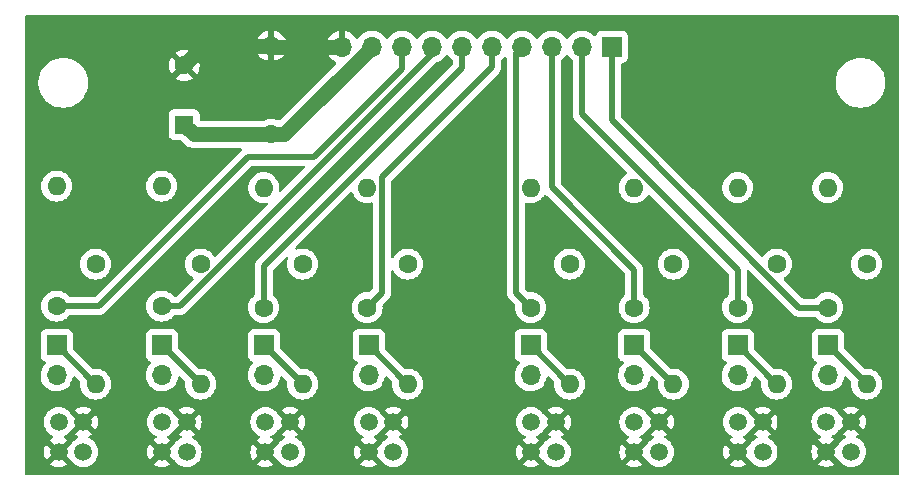
<source format=gbr>
%TF.GenerationSoftware,KiCad,Pcbnew,6.0.7-f9a2dced07~116~ubuntu20.04.1*%
%TF.CreationDate,2022-07-29T11:58:25-04:00*%
%TF.ProjectId,sensor_gnuiiium,73656e73-6f72-45f6-976e-75696969756d,rev?*%
%TF.SameCoordinates,Original*%
%TF.FileFunction,Copper,L2,Bot*%
%TF.FilePolarity,Positive*%
%FSLAX46Y46*%
G04 Gerber Fmt 4.6, Leading zero omitted, Abs format (unit mm)*
G04 Created by KiCad (PCBNEW 6.0.7-f9a2dced07~116~ubuntu20.04.1) date 2022-07-29 11:58:25*
%MOMM*%
%LPD*%
G01*
G04 APERTURE LIST*
%TA.AperFunction,ComponentPad*%
%ADD10C,1.600000*%
%TD*%
%TA.AperFunction,ComponentPad*%
%ADD11O,1.600000X1.600000*%
%TD*%
%TA.AperFunction,ComponentPad*%
%ADD12C,1.500000*%
%TD*%
%TA.AperFunction,ComponentPad*%
%ADD13R,1.700000X1.700000*%
%TD*%
%TA.AperFunction,ComponentPad*%
%ADD14O,1.700000X1.700000*%
%TD*%
%TA.AperFunction,ComponentPad*%
%ADD15R,1.600000X1.600000*%
%TD*%
%TA.AperFunction,ViaPad*%
%ADD16C,1.000000*%
%TD*%
%TA.AperFunction,Conductor*%
%ADD17C,1.270000*%
%TD*%
%TA.AperFunction,Conductor*%
%ADD18C,0.508000*%
%TD*%
G04 APERTURE END LIST*
D10*
%TO.P,R3,1*%
%TO.N,+3V3*%
X165862000Y-101600000D03*
D11*
%TO.P,R3,2*%
%TO.N,Net-(J3-Pad1)*%
X165862000Y-111760000D03*
%TD*%
D10*
%TO.P,R10,1*%
%TO.N,s1*%
X153924000Y-105156000D03*
D11*
%TO.P,R10,2*%
%TO.N,+3V3*%
X153924000Y-94996000D03*
%TD*%
D10*
%TO.P,C1,1*%
%TO.N,+3V3*%
X163195000Y-90618000D03*
D11*
%TO.P,C1,2*%
%TO.N,GND*%
X163195000Y-83118000D03*
%TD*%
D12*
%TO.P,U8,1*%
%TO.N,s7*%
X212305000Y-117500000D03*
%TO.P,U8,2*%
%TO.N,GND*%
X212305000Y-114960000D03*
%TO.P,U8,3*%
%TO.N,Net-(J8-Pad2)*%
X210195000Y-114960000D03*
%TO.P,U8,4*%
%TO.N,GND*%
X210195000Y-117500000D03*
%TD*%
%TO.P,U6,1*%
%TO.N,s5*%
X196055000Y-117520000D03*
%TO.P,U6,2*%
%TO.N,GND*%
X196055000Y-114980000D03*
%TO.P,U6,3*%
%TO.N,Net-(J6-Pad2)*%
X193945000Y-114980000D03*
%TO.P,U6,4*%
%TO.N,GND*%
X193945000Y-117520000D03*
%TD*%
D13*
%TO.P,J5,1,Pin_1*%
%TO.N,Net-(J5-Pad1)*%
X185166000Y-108478000D03*
D14*
%TO.P,J5,2,Pin_2*%
%TO.N,Net-(J5-Pad2)*%
X185166000Y-111018000D03*
%TD*%
D10*
%TO.P,R4,1*%
%TO.N,+3V3*%
X174752000Y-101600000D03*
D11*
%TO.P,R4,2*%
%TO.N,Net-(J4-Pad1)*%
X174752000Y-111760000D03*
%TD*%
D10*
%TO.P,R1,1*%
%TO.N,+3V3*%
X148336000Y-101600000D03*
D11*
%TO.P,R1,2*%
%TO.N,Net-(J1-Pad1)*%
X148336000Y-111760000D03*
%TD*%
D12*
%TO.P,U7,1*%
%TO.N,s6*%
X204805000Y-117520000D03*
%TO.P,U7,2*%
%TO.N,GND*%
X204805000Y-114980000D03*
%TO.P,U7,3*%
%TO.N,Net-(J7-Pad2)*%
X202695000Y-114980000D03*
%TO.P,U7,4*%
%TO.N,GND*%
X202695000Y-117520000D03*
%TD*%
%TO.P,U2,1*%
%TO.N,s1*%
X156055000Y-117520000D03*
%TO.P,U2,2*%
%TO.N,GND*%
X156055000Y-114980000D03*
%TO.P,U2,3*%
%TO.N,Net-(J2-Pad2)*%
X153945000Y-114980000D03*
%TO.P,U2,4*%
%TO.N,GND*%
X153945000Y-117520000D03*
%TD*%
D13*
%TO.P,J4,1,Pin_1*%
%TO.N,Net-(J4-Pad1)*%
X171450000Y-108478000D03*
D14*
%TO.P,J4,2,Pin_2*%
%TO.N,Net-(J4-Pad2)*%
X171450000Y-111018000D03*
%TD*%
D13*
%TO.P,J1,1,Pin_1*%
%TO.N,Net-(J1-Pad1)*%
X145034000Y-108478000D03*
D14*
%TO.P,J1,2,Pin_2*%
%TO.N,Net-(J1-Pad2)*%
X145034000Y-111018000D03*
%TD*%
D10*
%TO.P,R11,1*%
%TO.N,s2*%
X162560000Y-105283000D03*
D11*
%TO.P,R11,2*%
%TO.N,+3V3*%
X162560000Y-95123000D03*
%TD*%
D10*
%TO.P,R12,1*%
%TO.N,s3*%
X171323000Y-105283000D03*
D11*
%TO.P,R12,2*%
%TO.N,+3V3*%
X171323000Y-95123000D03*
%TD*%
D13*
%TO.P,J10,1,Pin_1*%
%TO.N,s7*%
X192049400Y-83210400D03*
D14*
%TO.P,J10,2,Pin_2*%
%TO.N,s6*%
X189509400Y-83210400D03*
%TO.P,J10,3,Pin_3*%
%TO.N,s5*%
X186969400Y-83210400D03*
%TO.P,J10,4,Pin_4*%
%TO.N,s4*%
X184429400Y-83210400D03*
%TO.P,J10,5,Pin_5*%
%TO.N,s3*%
X181889400Y-83210400D03*
%TO.P,J10,6,Pin_6*%
%TO.N,s2*%
X179349400Y-83210400D03*
%TO.P,J10,7,Pin_7*%
%TO.N,s1*%
X176809400Y-83210400D03*
%TO.P,J10,8,Pin_8*%
%TO.N,s0*%
X174269400Y-83210400D03*
%TO.P,J10,9,Pin_9*%
%TO.N,+3V3*%
X171729400Y-83210400D03*
%TO.P,J10,10,Pin_10*%
%TO.N,GND*%
X169189400Y-83210400D03*
%TD*%
D15*
%TO.P,C2,1*%
%TO.N,+3V3*%
X155829000Y-89789000D03*
D10*
%TO.P,C2,2*%
%TO.N,GND*%
X155829000Y-84789000D03*
%TD*%
%TO.P,R2,1*%
%TO.N,+3V3*%
X157226000Y-101600000D03*
D11*
%TO.P,R2,2*%
%TO.N,Net-(J2-Pad1)*%
X157226000Y-111760000D03*
%TD*%
D10*
%TO.P,R7,1*%
%TO.N,+3V3*%
X205994000Y-101600000D03*
D11*
%TO.P,R7,2*%
%TO.N,Net-(J7-Pad1)*%
X205994000Y-111760000D03*
%TD*%
D10*
%TO.P,R16,1*%
%TO.N,s7*%
X210312000Y-105283000D03*
D11*
%TO.P,R16,2*%
%TO.N,+3V3*%
X210312000Y-95123000D03*
%TD*%
D10*
%TO.P,R6,1*%
%TO.N,+3V3*%
X197256000Y-101600000D03*
D11*
%TO.P,R6,2*%
%TO.N,Net-(J6-Pad1)*%
X197256000Y-111760000D03*
%TD*%
D13*
%TO.P,J7,1,Pin_1*%
%TO.N,Net-(J7-Pad1)*%
X202692000Y-108478000D03*
D14*
%TO.P,J7,2,Pin_2*%
%TO.N,Net-(J7-Pad2)*%
X202692000Y-111018000D03*
%TD*%
D10*
%TO.P,R14,1*%
%TO.N,s5*%
X193929000Y-105283000D03*
D11*
%TO.P,R14,2*%
%TO.N,+3V3*%
X193929000Y-95123000D03*
%TD*%
D12*
%TO.P,U1,1*%
%TO.N,s0*%
X147305000Y-117520000D03*
%TO.P,U1,2*%
%TO.N,GND*%
X147305000Y-114980000D03*
%TO.P,U1,3*%
%TO.N,Net-(J1-Pad2)*%
X145195000Y-114980000D03*
%TO.P,U1,4*%
%TO.N,GND*%
X145195000Y-117520000D03*
%TD*%
D10*
%TO.P,R5,1*%
%TO.N,+3V3*%
X188468000Y-101600000D03*
D11*
%TO.P,R5,2*%
%TO.N,Net-(J5-Pad1)*%
X188468000Y-111760000D03*
%TD*%
D12*
%TO.P,U5,1*%
%TO.N,s4*%
X187305000Y-117520000D03*
%TO.P,U5,2*%
%TO.N,GND*%
X187305000Y-114980000D03*
%TO.P,U5,3*%
%TO.N,Net-(J5-Pad2)*%
X185195000Y-114980000D03*
%TO.P,U5,4*%
%TO.N,GND*%
X185195000Y-117520000D03*
%TD*%
D10*
%TO.P,R15,1*%
%TO.N,s6*%
X202692000Y-105283000D03*
D11*
%TO.P,R15,2*%
%TO.N,+3V3*%
X202692000Y-95123000D03*
%TD*%
D12*
%TO.P,U3,1*%
%TO.N,s2*%
X164805000Y-117520000D03*
%TO.P,U3,2*%
%TO.N,GND*%
X164805000Y-114980000D03*
%TO.P,U3,3*%
%TO.N,Net-(J3-Pad2)*%
X162695000Y-114980000D03*
%TO.P,U3,4*%
%TO.N,GND*%
X162695000Y-117520000D03*
%TD*%
D13*
%TO.P,J8,1,Pin_1*%
%TO.N,Net-(J8-Pad1)*%
X210337000Y-108478000D03*
D14*
%TO.P,J8,2,Pin_2*%
%TO.N,Net-(J8-Pad2)*%
X210337000Y-111018000D03*
%TD*%
D12*
%TO.P,U4,1*%
%TO.N,s3*%
X173555000Y-117520000D03*
%TO.P,U4,2*%
%TO.N,GND*%
X173555000Y-114980000D03*
%TO.P,U4,3*%
%TO.N,Net-(J4-Pad2)*%
X171445000Y-114980000D03*
%TO.P,U4,4*%
%TO.N,GND*%
X171445000Y-117520000D03*
%TD*%
D13*
%TO.P,J6,1,Pin_1*%
%TO.N,Net-(J6-Pad1)*%
X193954000Y-108478000D03*
D14*
%TO.P,J6,2,Pin_2*%
%TO.N,Net-(J6-Pad2)*%
X193954000Y-111018000D03*
%TD*%
D10*
%TO.P,R13,1*%
%TO.N,s4*%
X185166000Y-105283000D03*
D11*
%TO.P,R13,2*%
%TO.N,+3V3*%
X185166000Y-95123000D03*
%TD*%
D13*
%TO.P,J2,1,Pin_1*%
%TO.N,Net-(J2-Pad1)*%
X153949000Y-108478000D03*
D14*
%TO.P,J2,2,Pin_2*%
%TO.N,Net-(J2-Pad2)*%
X153949000Y-111018000D03*
%TD*%
D13*
%TO.P,J3,1,Pin_1*%
%TO.N,Net-(J3-Pad1)*%
X162585000Y-108478000D03*
D14*
%TO.P,J3,2,Pin_2*%
%TO.N,Net-(J3-Pad2)*%
X162585000Y-111018000D03*
%TD*%
D10*
%TO.P,R8,1*%
%TO.N,+3V3*%
X213614000Y-101600000D03*
D11*
%TO.P,R8,2*%
%TO.N,Net-(J8-Pad1)*%
X213614000Y-111760000D03*
%TD*%
D10*
%TO.P,R9,1*%
%TO.N,s0*%
X145034000Y-105156000D03*
D11*
%TO.P,R9,2*%
%TO.N,+3V3*%
X145034000Y-94996000D03*
%TD*%
D16*
%TO.N,GND*%
X166139000Y-83210400D03*
X159981400Y-83118000D03*
X198750000Y-88750000D03*
X180000000Y-91250000D03*
X178750000Y-98750000D03*
X150599400Y-91250000D03*
%TD*%
D17*
%TO.N,+3V3*%
X163195000Y-90618000D02*
X156658000Y-90618000D01*
X171729400Y-83210400D02*
X164321800Y-90618000D01*
X156658000Y-90618000D02*
X155829000Y-89789000D01*
X164321800Y-90618000D02*
X163195000Y-90618000D01*
%TO.N,GND*%
X163195000Y-83118000D02*
X159981400Y-83118000D01*
X169189400Y-83210400D02*
X166139000Y-83210400D01*
X166139000Y-83210400D02*
X163287400Y-83210400D01*
X159981400Y-83118000D02*
X157500000Y-83118000D01*
X163287400Y-83210400D02*
X163195000Y-83118000D01*
X157500000Y-83118000D02*
X155829000Y-84789000D01*
D18*
%TO.N,Net-(J1-Pad1)*%
X148316000Y-111760000D02*
X145034000Y-108478000D01*
X148336000Y-111760000D02*
X148316000Y-111760000D01*
%TO.N,Net-(J2-Pad1)*%
X157226000Y-111755000D02*
X153949000Y-108478000D01*
X157226000Y-111760000D02*
X157226000Y-111755000D01*
%TO.N,Net-(J3-Pad1)*%
X165862000Y-111760000D02*
X165862000Y-111755000D01*
X165862000Y-111755000D02*
X162585000Y-108478000D01*
%TO.N,Net-(J4-Pad1)*%
X174752000Y-111760000D02*
X174732000Y-111760000D01*
X174732000Y-111760000D02*
X171450000Y-108478000D01*
%TO.N,Net-(J5-Pad1)*%
X188468000Y-111760000D02*
X188448000Y-111760000D01*
X188448000Y-111760000D02*
X185166000Y-108478000D01*
%TO.N,Net-(J6-Pad1)*%
X197256000Y-111760000D02*
X197236000Y-111760000D01*
X197236000Y-111760000D02*
X193954000Y-108478000D01*
%TO.N,Net-(J7-Pad1)*%
X205994000Y-111760000D02*
X205974000Y-111760000D01*
X205974000Y-111760000D02*
X202692000Y-108478000D01*
%TO.N,Net-(J8-Pad1)*%
X213614000Y-111760000D02*
X213614000Y-111755000D01*
X213614000Y-111755000D02*
X210337000Y-108478000D01*
%TO.N,s7*%
X210312000Y-105283000D02*
X207904267Y-105283000D01*
X207904267Y-105283000D02*
X192049400Y-89428133D01*
X192049400Y-89428133D02*
X192049400Y-83210400D01*
%TO.N,s6*%
X202692000Y-105283000D02*
X202692000Y-102113267D01*
X202692000Y-102113267D02*
X189509400Y-88930667D01*
X189509400Y-88930667D02*
X189509400Y-83210400D01*
%TO.N,s0*%
X174269400Y-83210400D02*
X174269400Y-85080000D01*
X148594000Y-105156000D02*
X145034000Y-105156000D01*
X166849400Y-92500000D02*
X161250000Y-92500000D01*
X161250000Y-92500000D02*
X148594000Y-105156000D01*
X174269400Y-85080000D02*
X166849400Y-92500000D01*
%TO.N,s1*%
X155442733Y-105156000D02*
X176809400Y-83789333D01*
X153924000Y-105156000D02*
X155442733Y-105156000D01*
X176809400Y-83789333D02*
X176809400Y-83210400D01*
%TO.N,s2*%
X179349400Y-85000000D02*
X179349400Y-83210400D01*
X162560000Y-105283000D02*
X162560000Y-101789400D01*
X162560000Y-101789400D02*
X179349400Y-85000000D01*
%TO.N,s3*%
X171323000Y-105283000D02*
X172576511Y-104029489D01*
X172576511Y-104029489D02*
X172576511Y-94272889D01*
X181889400Y-84960000D02*
X181889400Y-83210400D01*
X172576511Y-94272889D02*
X181889400Y-84960000D01*
%TO.N,s4*%
X183912489Y-104029489D02*
X183912489Y-83727311D01*
X185166000Y-105283000D02*
X183912489Y-104029489D01*
X183912489Y-83727311D02*
X184429400Y-83210400D01*
%TO.N,s5*%
X193929000Y-105283000D02*
X193929000Y-102079600D01*
X193929000Y-102079600D02*
X186969400Y-95120000D01*
X186969400Y-95120000D02*
X186969400Y-83210400D01*
%TD*%
%TA.AperFunction,Conductor*%
%TO.N,GND*%
G36*
X216283021Y-80528502D02*
G01*
X216329514Y-80582158D01*
X216340900Y-80634500D01*
X216340900Y-119365500D01*
X216320898Y-119433621D01*
X216267242Y-119480114D01*
X216214900Y-119491500D01*
X142483900Y-119491500D01*
X142415779Y-119471498D01*
X142369286Y-119417842D01*
X142357900Y-119365500D01*
X142357900Y-118570161D01*
X144509393Y-118570161D01*
X144518687Y-118582175D01*
X144559088Y-118610464D01*
X144568584Y-118615947D01*
X144758113Y-118704326D01*
X144768405Y-118708072D01*
X144970401Y-118762196D01*
X144981196Y-118764099D01*
X145189525Y-118782326D01*
X145200475Y-118782326D01*
X145408804Y-118764099D01*
X145419599Y-118762196D01*
X145621595Y-118708072D01*
X145631887Y-118704326D01*
X145821416Y-118615947D01*
X145830912Y-118610464D01*
X145872148Y-118581590D01*
X145880523Y-118571112D01*
X145873457Y-118557668D01*
X145207811Y-117892021D01*
X145193868Y-117884408D01*
X145192034Y-117884539D01*
X145185420Y-117888790D01*
X144515820Y-118558391D01*
X144509393Y-118570161D01*
X142357900Y-118570161D01*
X142357900Y-117525475D01*
X143932674Y-117525475D01*
X143950901Y-117733804D01*
X143952804Y-117744599D01*
X144006928Y-117946595D01*
X144010674Y-117956887D01*
X144099054Y-118146417D01*
X144104534Y-118155907D01*
X144133411Y-118197149D01*
X144143887Y-118205523D01*
X144157334Y-118198455D01*
X144822979Y-117532811D01*
X144829356Y-117521132D01*
X145559408Y-117521132D01*
X145559539Y-117522966D01*
X145563790Y-117529580D01*
X146246199Y-118211988D01*
X146245372Y-118212815D01*
X146267854Y-118232929D01*
X146334088Y-118327522D01*
X146334092Y-118327527D01*
X146337251Y-118332038D01*
X146492962Y-118487749D01*
X146673346Y-118614056D01*
X146872924Y-118707120D01*
X147085629Y-118764115D01*
X147305000Y-118783307D01*
X147524371Y-118764115D01*
X147737076Y-118707120D01*
X147936654Y-118614056D01*
X147999342Y-118570161D01*
X153259393Y-118570161D01*
X153268687Y-118582175D01*
X153309088Y-118610464D01*
X153318584Y-118615947D01*
X153508113Y-118704326D01*
X153518405Y-118708072D01*
X153720401Y-118762196D01*
X153731196Y-118764099D01*
X153939525Y-118782326D01*
X153950475Y-118782326D01*
X154158804Y-118764099D01*
X154169599Y-118762196D01*
X154371595Y-118708072D01*
X154381887Y-118704326D01*
X154571416Y-118615947D01*
X154580912Y-118610464D01*
X154622148Y-118581590D01*
X154630523Y-118571112D01*
X154623457Y-118557668D01*
X153957811Y-117892021D01*
X153943868Y-117884408D01*
X153942034Y-117884539D01*
X153935420Y-117888790D01*
X153265820Y-118558391D01*
X153259393Y-118570161D01*
X147999342Y-118570161D01*
X148117038Y-118487749D01*
X148272749Y-118332038D01*
X148275912Y-118327522D01*
X148395899Y-118156162D01*
X148395900Y-118156160D01*
X148399056Y-118151653D01*
X148401379Y-118146671D01*
X148401382Y-118146666D01*
X148489795Y-117957061D01*
X148492120Y-117952076D01*
X148549115Y-117739371D01*
X148567828Y-117525475D01*
X152682674Y-117525475D01*
X152700901Y-117733804D01*
X152702804Y-117744599D01*
X152756928Y-117946595D01*
X152760674Y-117956887D01*
X152849054Y-118146417D01*
X152854534Y-118155907D01*
X152883411Y-118197149D01*
X152893887Y-118205523D01*
X152907334Y-118198455D01*
X153572979Y-117532811D01*
X153579356Y-117521132D01*
X154309408Y-117521132D01*
X154309539Y-117522966D01*
X154313790Y-117529580D01*
X154996199Y-118211988D01*
X154995372Y-118212815D01*
X155017854Y-118232929D01*
X155084088Y-118327522D01*
X155084092Y-118327527D01*
X155087251Y-118332038D01*
X155242962Y-118487749D01*
X155423346Y-118614056D01*
X155622924Y-118707120D01*
X155835629Y-118764115D01*
X156055000Y-118783307D01*
X156274371Y-118764115D01*
X156487076Y-118707120D01*
X156686654Y-118614056D01*
X156749342Y-118570161D01*
X162009393Y-118570161D01*
X162018687Y-118582175D01*
X162059088Y-118610464D01*
X162068584Y-118615947D01*
X162258113Y-118704326D01*
X162268405Y-118708072D01*
X162470401Y-118762196D01*
X162481196Y-118764099D01*
X162689525Y-118782326D01*
X162700475Y-118782326D01*
X162908804Y-118764099D01*
X162919599Y-118762196D01*
X163121595Y-118708072D01*
X163131887Y-118704326D01*
X163321416Y-118615947D01*
X163330912Y-118610464D01*
X163372148Y-118581590D01*
X163380523Y-118571112D01*
X163373457Y-118557668D01*
X162707811Y-117892021D01*
X162693868Y-117884408D01*
X162692034Y-117884539D01*
X162685420Y-117888790D01*
X162015820Y-118558391D01*
X162009393Y-118570161D01*
X156749342Y-118570161D01*
X156867038Y-118487749D01*
X157022749Y-118332038D01*
X157025912Y-118327522D01*
X157145899Y-118156162D01*
X157145900Y-118156160D01*
X157149056Y-118151653D01*
X157151379Y-118146671D01*
X157151382Y-118146666D01*
X157239795Y-117957061D01*
X157242120Y-117952076D01*
X157299115Y-117739371D01*
X157317828Y-117525475D01*
X161432674Y-117525475D01*
X161450901Y-117733804D01*
X161452804Y-117744599D01*
X161506928Y-117946595D01*
X161510674Y-117956887D01*
X161599054Y-118146417D01*
X161604534Y-118155907D01*
X161633411Y-118197149D01*
X161643887Y-118205523D01*
X161657334Y-118198455D01*
X162322979Y-117532811D01*
X162329356Y-117521132D01*
X163059408Y-117521132D01*
X163059539Y-117522966D01*
X163063790Y-117529580D01*
X163746199Y-118211988D01*
X163745372Y-118212815D01*
X163767854Y-118232929D01*
X163834088Y-118327522D01*
X163834092Y-118327527D01*
X163837251Y-118332038D01*
X163992962Y-118487749D01*
X164173346Y-118614056D01*
X164372924Y-118707120D01*
X164585629Y-118764115D01*
X164805000Y-118783307D01*
X165024371Y-118764115D01*
X165237076Y-118707120D01*
X165436654Y-118614056D01*
X165499342Y-118570161D01*
X170759393Y-118570161D01*
X170768687Y-118582175D01*
X170809088Y-118610464D01*
X170818584Y-118615947D01*
X171008113Y-118704326D01*
X171018405Y-118708072D01*
X171220401Y-118762196D01*
X171231196Y-118764099D01*
X171439525Y-118782326D01*
X171450475Y-118782326D01*
X171658804Y-118764099D01*
X171669599Y-118762196D01*
X171871595Y-118708072D01*
X171881887Y-118704326D01*
X172071416Y-118615947D01*
X172080912Y-118610464D01*
X172122148Y-118581590D01*
X172130523Y-118571112D01*
X172123457Y-118557668D01*
X171457811Y-117892021D01*
X171443868Y-117884408D01*
X171442034Y-117884539D01*
X171435420Y-117888790D01*
X170765820Y-118558391D01*
X170759393Y-118570161D01*
X165499342Y-118570161D01*
X165617038Y-118487749D01*
X165772749Y-118332038D01*
X165775912Y-118327522D01*
X165895899Y-118156162D01*
X165895900Y-118156160D01*
X165899056Y-118151653D01*
X165901379Y-118146671D01*
X165901382Y-118146666D01*
X165989795Y-117957061D01*
X165992120Y-117952076D01*
X166049115Y-117739371D01*
X166067828Y-117525475D01*
X170182674Y-117525475D01*
X170200901Y-117733804D01*
X170202804Y-117744599D01*
X170256928Y-117946595D01*
X170260674Y-117956887D01*
X170349054Y-118146417D01*
X170354534Y-118155907D01*
X170383411Y-118197149D01*
X170393887Y-118205523D01*
X170407334Y-118198455D01*
X171072979Y-117532811D01*
X171079356Y-117521132D01*
X171809408Y-117521132D01*
X171809539Y-117522966D01*
X171813790Y-117529580D01*
X172496199Y-118211988D01*
X172495372Y-118212815D01*
X172517854Y-118232929D01*
X172584088Y-118327522D01*
X172584092Y-118327527D01*
X172587251Y-118332038D01*
X172742962Y-118487749D01*
X172923346Y-118614056D01*
X173122924Y-118707120D01*
X173335629Y-118764115D01*
X173555000Y-118783307D01*
X173774371Y-118764115D01*
X173987076Y-118707120D01*
X174186654Y-118614056D01*
X174249342Y-118570161D01*
X184509393Y-118570161D01*
X184518687Y-118582175D01*
X184559088Y-118610464D01*
X184568584Y-118615947D01*
X184758113Y-118704326D01*
X184768405Y-118708072D01*
X184970401Y-118762196D01*
X184981196Y-118764099D01*
X185189525Y-118782326D01*
X185200475Y-118782326D01*
X185408804Y-118764099D01*
X185419599Y-118762196D01*
X185621595Y-118708072D01*
X185631887Y-118704326D01*
X185821416Y-118615947D01*
X185830912Y-118610464D01*
X185872148Y-118581590D01*
X185880523Y-118571112D01*
X185873457Y-118557668D01*
X185207811Y-117892021D01*
X185193868Y-117884408D01*
X185192034Y-117884539D01*
X185185420Y-117888790D01*
X184515820Y-118558391D01*
X184509393Y-118570161D01*
X174249342Y-118570161D01*
X174367038Y-118487749D01*
X174522749Y-118332038D01*
X174525912Y-118327522D01*
X174645899Y-118156162D01*
X174645900Y-118156160D01*
X174649056Y-118151653D01*
X174651379Y-118146671D01*
X174651382Y-118146666D01*
X174739795Y-117957061D01*
X174742120Y-117952076D01*
X174799115Y-117739371D01*
X174817828Y-117525475D01*
X183932674Y-117525475D01*
X183950901Y-117733804D01*
X183952804Y-117744599D01*
X184006928Y-117946595D01*
X184010674Y-117956887D01*
X184099054Y-118146417D01*
X184104534Y-118155907D01*
X184133411Y-118197149D01*
X184143887Y-118205523D01*
X184157334Y-118198455D01*
X184822979Y-117532811D01*
X184829356Y-117521132D01*
X185559408Y-117521132D01*
X185559539Y-117522966D01*
X185563790Y-117529580D01*
X186246199Y-118211988D01*
X186245372Y-118212815D01*
X186267854Y-118232929D01*
X186334088Y-118327522D01*
X186334092Y-118327527D01*
X186337251Y-118332038D01*
X186492962Y-118487749D01*
X186673346Y-118614056D01*
X186872924Y-118707120D01*
X187085629Y-118764115D01*
X187305000Y-118783307D01*
X187524371Y-118764115D01*
X187737076Y-118707120D01*
X187936654Y-118614056D01*
X187999342Y-118570161D01*
X193259393Y-118570161D01*
X193268687Y-118582175D01*
X193309088Y-118610464D01*
X193318584Y-118615947D01*
X193508113Y-118704326D01*
X193518405Y-118708072D01*
X193720401Y-118762196D01*
X193731196Y-118764099D01*
X193939525Y-118782326D01*
X193950475Y-118782326D01*
X194158804Y-118764099D01*
X194169599Y-118762196D01*
X194371595Y-118708072D01*
X194381887Y-118704326D01*
X194571416Y-118615947D01*
X194580912Y-118610464D01*
X194622148Y-118581590D01*
X194630523Y-118571112D01*
X194623457Y-118557668D01*
X193957811Y-117892021D01*
X193943868Y-117884408D01*
X193942034Y-117884539D01*
X193935420Y-117888790D01*
X193265820Y-118558391D01*
X193259393Y-118570161D01*
X187999342Y-118570161D01*
X188117038Y-118487749D01*
X188272749Y-118332038D01*
X188275912Y-118327522D01*
X188395899Y-118156162D01*
X188395900Y-118156160D01*
X188399056Y-118151653D01*
X188401379Y-118146671D01*
X188401382Y-118146666D01*
X188489795Y-117957061D01*
X188492120Y-117952076D01*
X188549115Y-117739371D01*
X188567828Y-117525475D01*
X192682674Y-117525475D01*
X192700901Y-117733804D01*
X192702804Y-117744599D01*
X192756928Y-117946595D01*
X192760674Y-117956887D01*
X192849054Y-118146417D01*
X192854534Y-118155907D01*
X192883411Y-118197149D01*
X192893887Y-118205523D01*
X192907334Y-118198455D01*
X193572979Y-117532811D01*
X193579356Y-117521132D01*
X194309408Y-117521132D01*
X194309539Y-117522966D01*
X194313790Y-117529580D01*
X194996199Y-118211988D01*
X194995372Y-118212815D01*
X195017854Y-118232929D01*
X195084088Y-118327522D01*
X195084092Y-118327527D01*
X195087251Y-118332038D01*
X195242962Y-118487749D01*
X195423346Y-118614056D01*
X195622924Y-118707120D01*
X195835629Y-118764115D01*
X196055000Y-118783307D01*
X196274371Y-118764115D01*
X196487076Y-118707120D01*
X196686654Y-118614056D01*
X196749342Y-118570161D01*
X202009393Y-118570161D01*
X202018687Y-118582175D01*
X202059088Y-118610464D01*
X202068584Y-118615947D01*
X202258113Y-118704326D01*
X202268405Y-118708072D01*
X202470401Y-118762196D01*
X202481196Y-118764099D01*
X202689525Y-118782326D01*
X202700475Y-118782326D01*
X202908804Y-118764099D01*
X202919599Y-118762196D01*
X203121595Y-118708072D01*
X203131887Y-118704326D01*
X203321416Y-118615947D01*
X203330912Y-118610464D01*
X203372148Y-118581590D01*
X203380523Y-118571112D01*
X203373457Y-118557668D01*
X202707811Y-117892021D01*
X202693868Y-117884408D01*
X202692034Y-117884539D01*
X202685420Y-117888790D01*
X202015820Y-118558391D01*
X202009393Y-118570161D01*
X196749342Y-118570161D01*
X196867038Y-118487749D01*
X197022749Y-118332038D01*
X197025912Y-118327522D01*
X197145899Y-118156162D01*
X197145900Y-118156160D01*
X197149056Y-118151653D01*
X197151379Y-118146671D01*
X197151382Y-118146666D01*
X197239795Y-117957061D01*
X197242120Y-117952076D01*
X197299115Y-117739371D01*
X197317828Y-117525475D01*
X201432674Y-117525475D01*
X201450901Y-117733804D01*
X201452804Y-117744599D01*
X201506928Y-117946595D01*
X201510674Y-117956887D01*
X201599054Y-118146417D01*
X201604534Y-118155907D01*
X201633411Y-118197149D01*
X201643887Y-118205523D01*
X201657334Y-118198455D01*
X202322979Y-117532811D01*
X202329356Y-117521132D01*
X203059408Y-117521132D01*
X203059539Y-117522966D01*
X203063790Y-117529580D01*
X203746199Y-118211988D01*
X203745372Y-118212815D01*
X203767854Y-118232929D01*
X203834088Y-118327522D01*
X203834092Y-118327527D01*
X203837251Y-118332038D01*
X203992962Y-118487749D01*
X204173346Y-118614056D01*
X204372924Y-118707120D01*
X204585629Y-118764115D01*
X204805000Y-118783307D01*
X205024371Y-118764115D01*
X205237076Y-118707120D01*
X205436654Y-118614056D01*
X205527905Y-118550161D01*
X209509393Y-118550161D01*
X209518687Y-118562175D01*
X209559088Y-118590464D01*
X209568584Y-118595947D01*
X209758113Y-118684326D01*
X209768405Y-118688072D01*
X209970401Y-118742196D01*
X209981196Y-118744099D01*
X210189525Y-118762326D01*
X210200475Y-118762326D01*
X210408804Y-118744099D01*
X210419599Y-118742196D01*
X210621595Y-118688072D01*
X210631887Y-118684326D01*
X210821416Y-118595947D01*
X210830912Y-118590464D01*
X210872148Y-118561590D01*
X210880523Y-118551112D01*
X210873457Y-118537668D01*
X210207811Y-117872021D01*
X210193868Y-117864408D01*
X210192034Y-117864539D01*
X210185420Y-117868790D01*
X209515820Y-118538391D01*
X209509393Y-118550161D01*
X205527905Y-118550161D01*
X205617038Y-118487749D01*
X205772749Y-118332038D01*
X205775912Y-118327522D01*
X205895899Y-118156162D01*
X205895900Y-118156160D01*
X205899056Y-118151653D01*
X205901379Y-118146671D01*
X205901382Y-118146666D01*
X205989795Y-117957061D01*
X205992120Y-117952076D01*
X206049115Y-117739371D01*
X206068307Y-117520000D01*
X206067036Y-117505475D01*
X208932674Y-117505475D01*
X208950901Y-117713804D01*
X208952804Y-117724599D01*
X209006928Y-117926595D01*
X209010674Y-117936887D01*
X209099054Y-118126417D01*
X209104534Y-118135907D01*
X209133411Y-118177149D01*
X209143887Y-118185523D01*
X209157334Y-118178455D01*
X209822979Y-117512811D01*
X209829356Y-117501132D01*
X210559408Y-117501132D01*
X210559539Y-117502966D01*
X210563790Y-117509580D01*
X211246199Y-118191988D01*
X211245372Y-118192815D01*
X211267854Y-118212929D01*
X211334088Y-118307522D01*
X211334092Y-118307527D01*
X211337251Y-118312038D01*
X211492962Y-118467749D01*
X211497471Y-118470906D01*
X211497473Y-118470908D01*
X211526036Y-118490908D01*
X211673346Y-118594056D01*
X211872924Y-118687120D01*
X212085629Y-118744115D01*
X212305000Y-118763307D01*
X212524371Y-118744115D01*
X212737076Y-118687120D01*
X212936654Y-118594056D01*
X213083964Y-118490908D01*
X213112527Y-118470908D01*
X213112529Y-118470906D01*
X213117038Y-118467749D01*
X213272749Y-118312038D01*
X213275912Y-118307522D01*
X213395899Y-118136162D01*
X213395900Y-118136160D01*
X213399056Y-118131653D01*
X213401379Y-118126671D01*
X213401382Y-118126666D01*
X213480550Y-117956887D01*
X213492120Y-117932076D01*
X213549115Y-117719371D01*
X213568307Y-117500000D01*
X213549115Y-117280629D01*
X213492120Y-117067924D01*
X213410708Y-116893334D01*
X213401382Y-116873334D01*
X213401379Y-116873329D01*
X213399056Y-116868347D01*
X213395899Y-116863838D01*
X213275908Y-116692473D01*
X213275906Y-116692470D01*
X213272749Y-116687962D01*
X213117038Y-116532251D01*
X212936654Y-116405944D01*
X212931672Y-116403621D01*
X212931667Y-116403618D01*
X212803641Y-116343919D01*
X212750356Y-116297002D01*
X212730895Y-116228724D01*
X212751437Y-116160764D01*
X212803641Y-116115529D01*
X212931416Y-116055947D01*
X212940912Y-116050464D01*
X212982148Y-116021590D01*
X212990523Y-116011112D01*
X212983457Y-115997668D01*
X212317811Y-115332021D01*
X212303868Y-115324408D01*
X212302034Y-115324539D01*
X212295420Y-115328790D01*
X211625820Y-115998391D01*
X211619393Y-116010161D01*
X211628687Y-116022175D01*
X211669088Y-116050464D01*
X211678584Y-116055947D01*
X211806359Y-116115529D01*
X211859644Y-116162446D01*
X211879105Y-116230724D01*
X211858563Y-116298684D01*
X211806359Y-116343919D01*
X211678334Y-116403618D01*
X211678329Y-116403621D01*
X211673347Y-116405944D01*
X211668840Y-116409100D01*
X211668838Y-116409101D01*
X211497473Y-116529092D01*
X211497470Y-116529094D01*
X211492962Y-116532251D01*
X211337251Y-116687962D01*
X211334094Y-116692470D01*
X211334092Y-116692473D01*
X211267683Y-116787315D01*
X211245253Y-116807066D01*
X211246199Y-116808012D01*
X210567021Y-117487189D01*
X210559408Y-117501132D01*
X209829356Y-117501132D01*
X209830592Y-117498868D01*
X209830461Y-117497034D01*
X209826210Y-117490420D01*
X209156609Y-116820820D01*
X209144839Y-116814393D01*
X209132824Y-116823689D01*
X209104534Y-116864093D01*
X209099054Y-116873583D01*
X209010674Y-117063113D01*
X209006928Y-117073405D01*
X208952804Y-117275401D01*
X208950901Y-117286196D01*
X208932674Y-117494525D01*
X208932674Y-117505475D01*
X206067036Y-117505475D01*
X206049115Y-117300629D01*
X205992120Y-117087924D01*
X205901498Y-116893583D01*
X205901382Y-116893334D01*
X205901379Y-116893329D01*
X205899056Y-116888347D01*
X205842317Y-116807315D01*
X205775908Y-116712473D01*
X205775906Y-116712470D01*
X205772749Y-116707962D01*
X205617038Y-116552251D01*
X205588476Y-116532251D01*
X205499342Y-116469839D01*
X205436654Y-116425944D01*
X205431672Y-116423621D01*
X205431667Y-116423618D01*
X205303641Y-116363919D01*
X205250356Y-116317002D01*
X205230895Y-116248724D01*
X205251437Y-116180764D01*
X205303641Y-116135529D01*
X205431416Y-116075947D01*
X205440912Y-116070464D01*
X205482148Y-116041590D01*
X205490523Y-116031112D01*
X205483457Y-116017668D01*
X204817811Y-115352021D01*
X204803868Y-115344408D01*
X204802034Y-115344539D01*
X204795420Y-115348790D01*
X204125820Y-116018391D01*
X204119393Y-116030161D01*
X204128687Y-116042175D01*
X204169088Y-116070464D01*
X204178584Y-116075947D01*
X204306359Y-116135529D01*
X204359644Y-116182446D01*
X204379105Y-116250724D01*
X204358563Y-116318684D01*
X204306359Y-116363919D01*
X204178334Y-116423618D01*
X204178329Y-116423621D01*
X204173347Y-116425944D01*
X204168840Y-116429100D01*
X204168838Y-116429101D01*
X203997473Y-116549092D01*
X203997470Y-116549094D01*
X203992962Y-116552251D01*
X203837251Y-116707962D01*
X203834094Y-116712470D01*
X203834092Y-116712473D01*
X203767683Y-116807315D01*
X203745253Y-116827066D01*
X203746199Y-116828012D01*
X203067021Y-117507189D01*
X203059408Y-117521132D01*
X202329356Y-117521132D01*
X202330592Y-117518868D01*
X202330461Y-117517034D01*
X202326210Y-117510420D01*
X201656609Y-116840820D01*
X201644839Y-116834393D01*
X201632824Y-116843689D01*
X201604534Y-116884093D01*
X201599054Y-116893583D01*
X201510674Y-117083113D01*
X201506928Y-117093405D01*
X201452804Y-117295401D01*
X201450901Y-117306196D01*
X201432674Y-117514525D01*
X201432674Y-117525475D01*
X197317828Y-117525475D01*
X197318307Y-117520000D01*
X197299115Y-117300629D01*
X197242120Y-117087924D01*
X197151498Y-116893583D01*
X197151382Y-116893334D01*
X197151379Y-116893329D01*
X197149056Y-116888347D01*
X197092317Y-116807315D01*
X197025908Y-116712473D01*
X197025906Y-116712470D01*
X197022749Y-116707962D01*
X196867038Y-116552251D01*
X196838476Y-116532251D01*
X196749342Y-116469839D01*
X196686654Y-116425944D01*
X196681672Y-116423621D01*
X196681667Y-116423618D01*
X196553641Y-116363919D01*
X196500356Y-116317002D01*
X196480895Y-116248724D01*
X196501437Y-116180764D01*
X196553641Y-116135529D01*
X196681416Y-116075947D01*
X196690912Y-116070464D01*
X196732148Y-116041590D01*
X196740523Y-116031112D01*
X196733457Y-116017668D01*
X196067811Y-115352021D01*
X196053868Y-115344408D01*
X196052034Y-115344539D01*
X196045420Y-115348790D01*
X195375820Y-116018391D01*
X195369393Y-116030161D01*
X195378687Y-116042175D01*
X195419088Y-116070464D01*
X195428584Y-116075947D01*
X195556359Y-116135529D01*
X195609644Y-116182446D01*
X195629105Y-116250724D01*
X195608563Y-116318684D01*
X195556359Y-116363919D01*
X195428334Y-116423618D01*
X195428329Y-116423621D01*
X195423347Y-116425944D01*
X195418840Y-116429100D01*
X195418838Y-116429101D01*
X195247473Y-116549092D01*
X195247470Y-116549094D01*
X195242962Y-116552251D01*
X195087251Y-116707962D01*
X195084094Y-116712470D01*
X195084092Y-116712473D01*
X195017683Y-116807315D01*
X194995253Y-116827066D01*
X194996199Y-116828012D01*
X194317021Y-117507189D01*
X194309408Y-117521132D01*
X193579356Y-117521132D01*
X193580592Y-117518868D01*
X193580461Y-117517034D01*
X193576210Y-117510420D01*
X192906609Y-116840820D01*
X192894839Y-116834393D01*
X192882824Y-116843689D01*
X192854534Y-116884093D01*
X192849054Y-116893583D01*
X192760674Y-117083113D01*
X192756928Y-117093405D01*
X192702804Y-117295401D01*
X192700901Y-117306196D01*
X192682674Y-117514525D01*
X192682674Y-117525475D01*
X188567828Y-117525475D01*
X188568307Y-117520000D01*
X188549115Y-117300629D01*
X188492120Y-117087924D01*
X188401498Y-116893583D01*
X188401382Y-116893334D01*
X188401379Y-116893329D01*
X188399056Y-116888347D01*
X188342317Y-116807315D01*
X188275908Y-116712473D01*
X188275906Y-116712470D01*
X188272749Y-116707962D01*
X188117038Y-116552251D01*
X188088476Y-116532251D01*
X187999342Y-116469839D01*
X187936654Y-116425944D01*
X187931672Y-116423621D01*
X187931667Y-116423618D01*
X187803641Y-116363919D01*
X187750356Y-116317002D01*
X187730895Y-116248724D01*
X187751437Y-116180764D01*
X187803641Y-116135529D01*
X187931416Y-116075947D01*
X187940912Y-116070464D01*
X187982148Y-116041590D01*
X187990523Y-116031112D01*
X187983457Y-116017668D01*
X187317811Y-115352021D01*
X187303868Y-115344408D01*
X187302034Y-115344539D01*
X187295420Y-115348790D01*
X186625820Y-116018391D01*
X186619393Y-116030161D01*
X186628687Y-116042175D01*
X186669088Y-116070464D01*
X186678584Y-116075947D01*
X186806359Y-116135529D01*
X186859644Y-116182446D01*
X186879105Y-116250724D01*
X186858563Y-116318684D01*
X186806359Y-116363919D01*
X186678334Y-116423618D01*
X186678329Y-116423621D01*
X186673347Y-116425944D01*
X186668840Y-116429100D01*
X186668838Y-116429101D01*
X186497473Y-116549092D01*
X186497470Y-116549094D01*
X186492962Y-116552251D01*
X186337251Y-116707962D01*
X186334094Y-116712470D01*
X186334092Y-116712473D01*
X186267683Y-116807315D01*
X186245253Y-116827066D01*
X186246199Y-116828012D01*
X185567021Y-117507189D01*
X185559408Y-117521132D01*
X184829356Y-117521132D01*
X184830592Y-117518868D01*
X184830461Y-117517034D01*
X184826210Y-117510420D01*
X184156609Y-116840820D01*
X184144839Y-116834393D01*
X184132824Y-116843689D01*
X184104534Y-116884093D01*
X184099054Y-116893583D01*
X184010674Y-117083113D01*
X184006928Y-117093405D01*
X183952804Y-117295401D01*
X183950901Y-117306196D01*
X183932674Y-117514525D01*
X183932674Y-117525475D01*
X174817828Y-117525475D01*
X174818307Y-117520000D01*
X174799115Y-117300629D01*
X174742120Y-117087924D01*
X174651498Y-116893583D01*
X174651382Y-116893334D01*
X174651379Y-116893329D01*
X174649056Y-116888347D01*
X174592317Y-116807315D01*
X174525908Y-116712473D01*
X174525906Y-116712470D01*
X174522749Y-116707962D01*
X174367038Y-116552251D01*
X174338476Y-116532251D01*
X174249342Y-116469839D01*
X174186654Y-116425944D01*
X174181672Y-116423621D01*
X174181667Y-116423618D01*
X174053641Y-116363919D01*
X174000356Y-116317002D01*
X173980895Y-116248724D01*
X174001437Y-116180764D01*
X174053641Y-116135529D01*
X174181416Y-116075947D01*
X174190912Y-116070464D01*
X174232148Y-116041590D01*
X174240523Y-116031112D01*
X174233457Y-116017668D01*
X173567811Y-115352021D01*
X173553868Y-115344408D01*
X173552034Y-115344539D01*
X173545420Y-115348790D01*
X172875820Y-116018391D01*
X172869393Y-116030161D01*
X172878687Y-116042175D01*
X172919088Y-116070464D01*
X172928584Y-116075947D01*
X173056359Y-116135529D01*
X173109644Y-116182446D01*
X173129105Y-116250724D01*
X173108563Y-116318684D01*
X173056359Y-116363919D01*
X172928334Y-116423618D01*
X172928329Y-116423621D01*
X172923347Y-116425944D01*
X172918840Y-116429100D01*
X172918838Y-116429101D01*
X172747473Y-116549092D01*
X172747470Y-116549094D01*
X172742962Y-116552251D01*
X172587251Y-116707962D01*
X172584094Y-116712470D01*
X172584092Y-116712473D01*
X172517683Y-116807315D01*
X172495253Y-116827066D01*
X172496199Y-116828012D01*
X171817021Y-117507189D01*
X171809408Y-117521132D01*
X171079356Y-117521132D01*
X171080592Y-117518868D01*
X171080461Y-117517034D01*
X171076210Y-117510420D01*
X170406609Y-116840820D01*
X170394839Y-116834393D01*
X170382824Y-116843689D01*
X170354534Y-116884093D01*
X170349054Y-116893583D01*
X170260674Y-117083113D01*
X170256928Y-117093405D01*
X170202804Y-117295401D01*
X170200901Y-117306196D01*
X170182674Y-117514525D01*
X170182674Y-117525475D01*
X166067828Y-117525475D01*
X166068307Y-117520000D01*
X166049115Y-117300629D01*
X165992120Y-117087924D01*
X165901498Y-116893583D01*
X165901382Y-116893334D01*
X165901379Y-116893329D01*
X165899056Y-116888347D01*
X165842317Y-116807315D01*
X165775908Y-116712473D01*
X165775906Y-116712470D01*
X165772749Y-116707962D01*
X165617038Y-116552251D01*
X165588476Y-116532251D01*
X165499342Y-116469839D01*
X165436654Y-116425944D01*
X165431672Y-116423621D01*
X165431667Y-116423618D01*
X165303641Y-116363919D01*
X165250356Y-116317002D01*
X165230895Y-116248724D01*
X165251437Y-116180764D01*
X165303641Y-116135529D01*
X165431416Y-116075947D01*
X165440912Y-116070464D01*
X165482148Y-116041590D01*
X165490523Y-116031112D01*
X165483457Y-116017668D01*
X164817811Y-115352021D01*
X164803868Y-115344408D01*
X164802034Y-115344539D01*
X164795420Y-115348790D01*
X164125820Y-116018391D01*
X164119393Y-116030161D01*
X164128687Y-116042175D01*
X164169088Y-116070464D01*
X164178584Y-116075947D01*
X164306359Y-116135529D01*
X164359644Y-116182446D01*
X164379105Y-116250724D01*
X164358563Y-116318684D01*
X164306359Y-116363919D01*
X164178334Y-116423618D01*
X164178329Y-116423621D01*
X164173347Y-116425944D01*
X164168840Y-116429100D01*
X164168838Y-116429101D01*
X163997473Y-116549092D01*
X163997470Y-116549094D01*
X163992962Y-116552251D01*
X163837251Y-116707962D01*
X163834094Y-116712470D01*
X163834092Y-116712473D01*
X163767683Y-116807315D01*
X163745253Y-116827066D01*
X163746199Y-116828012D01*
X163067021Y-117507189D01*
X163059408Y-117521132D01*
X162329356Y-117521132D01*
X162330592Y-117518868D01*
X162330461Y-117517034D01*
X162326210Y-117510420D01*
X161656609Y-116840820D01*
X161644839Y-116834393D01*
X161632824Y-116843689D01*
X161604534Y-116884093D01*
X161599054Y-116893583D01*
X161510674Y-117083113D01*
X161506928Y-117093405D01*
X161452804Y-117295401D01*
X161450901Y-117306196D01*
X161432674Y-117514525D01*
X161432674Y-117525475D01*
X157317828Y-117525475D01*
X157318307Y-117520000D01*
X157299115Y-117300629D01*
X157242120Y-117087924D01*
X157151498Y-116893583D01*
X157151382Y-116893334D01*
X157151379Y-116893329D01*
X157149056Y-116888347D01*
X157092317Y-116807315D01*
X157025908Y-116712473D01*
X157025906Y-116712470D01*
X157022749Y-116707962D01*
X156867038Y-116552251D01*
X156838476Y-116532251D01*
X156749342Y-116469839D01*
X156686654Y-116425944D01*
X156681672Y-116423621D01*
X156681667Y-116423618D01*
X156553641Y-116363919D01*
X156500356Y-116317002D01*
X156480895Y-116248724D01*
X156501437Y-116180764D01*
X156553641Y-116135529D01*
X156681416Y-116075947D01*
X156690912Y-116070464D01*
X156732148Y-116041590D01*
X156740523Y-116031112D01*
X156733457Y-116017668D01*
X156067811Y-115352021D01*
X156053868Y-115344408D01*
X156052034Y-115344539D01*
X156045420Y-115348790D01*
X155375820Y-116018391D01*
X155369393Y-116030161D01*
X155378687Y-116042175D01*
X155419088Y-116070464D01*
X155428584Y-116075947D01*
X155556359Y-116135529D01*
X155609644Y-116182446D01*
X155629105Y-116250724D01*
X155608563Y-116318684D01*
X155556359Y-116363919D01*
X155428334Y-116423618D01*
X155428329Y-116423621D01*
X155423347Y-116425944D01*
X155418840Y-116429100D01*
X155418838Y-116429101D01*
X155247473Y-116549092D01*
X155247470Y-116549094D01*
X155242962Y-116552251D01*
X155087251Y-116707962D01*
X155084094Y-116712470D01*
X155084092Y-116712473D01*
X155017683Y-116807315D01*
X154995253Y-116827066D01*
X154996199Y-116828012D01*
X154317021Y-117507189D01*
X154309408Y-117521132D01*
X153579356Y-117521132D01*
X153580592Y-117518868D01*
X153580461Y-117517034D01*
X153576210Y-117510420D01*
X152906609Y-116840820D01*
X152894839Y-116834393D01*
X152882824Y-116843689D01*
X152854534Y-116884093D01*
X152849054Y-116893583D01*
X152760674Y-117083113D01*
X152756928Y-117093405D01*
X152702804Y-117295401D01*
X152700901Y-117306196D01*
X152682674Y-117514525D01*
X152682674Y-117525475D01*
X148567828Y-117525475D01*
X148568307Y-117520000D01*
X148549115Y-117300629D01*
X148492120Y-117087924D01*
X148401498Y-116893583D01*
X148401382Y-116893334D01*
X148401379Y-116893329D01*
X148399056Y-116888347D01*
X148342317Y-116807315D01*
X148275908Y-116712473D01*
X148275906Y-116712470D01*
X148272749Y-116707962D01*
X148117038Y-116552251D01*
X148088476Y-116532251D01*
X147999342Y-116469839D01*
X147936654Y-116425944D01*
X147931672Y-116423621D01*
X147931667Y-116423618D01*
X147803641Y-116363919D01*
X147750356Y-116317002D01*
X147730895Y-116248724D01*
X147751437Y-116180764D01*
X147803641Y-116135529D01*
X147931416Y-116075947D01*
X147940912Y-116070464D01*
X147982148Y-116041590D01*
X147990523Y-116031112D01*
X147983457Y-116017668D01*
X147317811Y-115352021D01*
X147303868Y-115344408D01*
X147302034Y-115344539D01*
X147295420Y-115348790D01*
X146625820Y-116018391D01*
X146619393Y-116030161D01*
X146628687Y-116042175D01*
X146669088Y-116070464D01*
X146678584Y-116075947D01*
X146806359Y-116135529D01*
X146859644Y-116182446D01*
X146879105Y-116250724D01*
X146858563Y-116318684D01*
X146806359Y-116363919D01*
X146678334Y-116423618D01*
X146678329Y-116423621D01*
X146673347Y-116425944D01*
X146668840Y-116429100D01*
X146668838Y-116429101D01*
X146497473Y-116549092D01*
X146497470Y-116549094D01*
X146492962Y-116552251D01*
X146337251Y-116707962D01*
X146334094Y-116712470D01*
X146334092Y-116712473D01*
X146267683Y-116807315D01*
X146245253Y-116827066D01*
X146246199Y-116828012D01*
X145567021Y-117507189D01*
X145559408Y-117521132D01*
X144829356Y-117521132D01*
X144830592Y-117518868D01*
X144830461Y-117517034D01*
X144826210Y-117510420D01*
X144156609Y-116840820D01*
X144144839Y-116834393D01*
X144132824Y-116843689D01*
X144104534Y-116884093D01*
X144099054Y-116893583D01*
X144010674Y-117083113D01*
X144006928Y-117093405D01*
X143952804Y-117295401D01*
X143950901Y-117306196D01*
X143932674Y-117514525D01*
X143932674Y-117525475D01*
X142357900Y-117525475D01*
X142357900Y-114980000D01*
X143931693Y-114980000D01*
X143950885Y-115199371D01*
X144007880Y-115412076D01*
X144010205Y-115417061D01*
X144098618Y-115606666D01*
X144098621Y-115606671D01*
X144100944Y-115611653D01*
X144104100Y-115616160D01*
X144104101Y-115616162D01*
X144215976Y-115775935D01*
X144227251Y-115792038D01*
X144382962Y-115947749D01*
X144563346Y-116074056D01*
X144568328Y-116076379D01*
X144568333Y-116076382D01*
X144696359Y-116136081D01*
X144749644Y-116182998D01*
X144769105Y-116251276D01*
X144748563Y-116319236D01*
X144696359Y-116364471D01*
X144568583Y-116424054D01*
X144559093Y-116429534D01*
X144517851Y-116458411D01*
X144509477Y-116468887D01*
X144516545Y-116482334D01*
X145182189Y-117147979D01*
X145196132Y-117155592D01*
X145197966Y-117155461D01*
X145204580Y-117151210D01*
X145874180Y-116481609D01*
X145880607Y-116469839D01*
X145871313Y-116457825D01*
X145830912Y-116429536D01*
X145821416Y-116424053D01*
X145693641Y-116364471D01*
X145640356Y-116317554D01*
X145620895Y-116249276D01*
X145641437Y-116181316D01*
X145693641Y-116136081D01*
X145821667Y-116076382D01*
X145821672Y-116076379D01*
X145826654Y-116074056D01*
X146007038Y-115947749D01*
X146162749Y-115792038D01*
X146174025Y-115775935D01*
X146232317Y-115692685D01*
X146254747Y-115672934D01*
X146253801Y-115671988D01*
X146932979Y-114992811D01*
X146939356Y-114981132D01*
X147669408Y-114981132D01*
X147669539Y-114982966D01*
X147673790Y-114989580D01*
X148343391Y-115659180D01*
X148355161Y-115665607D01*
X148367176Y-115656311D01*
X148395466Y-115615907D01*
X148400946Y-115606417D01*
X148489326Y-115416887D01*
X148493072Y-115406595D01*
X148547196Y-115204599D01*
X148549099Y-115193804D01*
X148567326Y-114985475D01*
X148567326Y-114980000D01*
X152681693Y-114980000D01*
X152700885Y-115199371D01*
X152757880Y-115412076D01*
X152760205Y-115417061D01*
X152848618Y-115606666D01*
X152848621Y-115606671D01*
X152850944Y-115611653D01*
X152854100Y-115616160D01*
X152854101Y-115616162D01*
X152965976Y-115775935D01*
X152977251Y-115792038D01*
X153132962Y-115947749D01*
X153313346Y-116074056D01*
X153318328Y-116076379D01*
X153318333Y-116076382D01*
X153446359Y-116136081D01*
X153499644Y-116182998D01*
X153519105Y-116251276D01*
X153498563Y-116319236D01*
X153446359Y-116364471D01*
X153318583Y-116424054D01*
X153309093Y-116429534D01*
X153267851Y-116458411D01*
X153259477Y-116468887D01*
X153266545Y-116482334D01*
X153932189Y-117147979D01*
X153946132Y-117155592D01*
X153947966Y-117155461D01*
X153954580Y-117151210D01*
X154624180Y-116481609D01*
X154630607Y-116469839D01*
X154621313Y-116457825D01*
X154580912Y-116429536D01*
X154571416Y-116424053D01*
X154443641Y-116364471D01*
X154390356Y-116317554D01*
X154370895Y-116249276D01*
X154391437Y-116181316D01*
X154443641Y-116136081D01*
X154571667Y-116076382D01*
X154571672Y-116076379D01*
X154576654Y-116074056D01*
X154757038Y-115947749D01*
X154912749Y-115792038D01*
X154924025Y-115775935D01*
X154982317Y-115692685D01*
X155004747Y-115672934D01*
X155003801Y-115671988D01*
X155682979Y-114992811D01*
X155689356Y-114981132D01*
X156419408Y-114981132D01*
X156419539Y-114982966D01*
X156423790Y-114989580D01*
X157093391Y-115659180D01*
X157105161Y-115665607D01*
X157117176Y-115656311D01*
X157145466Y-115615907D01*
X157150946Y-115606417D01*
X157239326Y-115416887D01*
X157243072Y-115406595D01*
X157297196Y-115204599D01*
X157299099Y-115193804D01*
X157317326Y-114985475D01*
X157317326Y-114980000D01*
X161431693Y-114980000D01*
X161450885Y-115199371D01*
X161507880Y-115412076D01*
X161510205Y-115417061D01*
X161598618Y-115606666D01*
X161598621Y-115606671D01*
X161600944Y-115611653D01*
X161604100Y-115616160D01*
X161604101Y-115616162D01*
X161715976Y-115775935D01*
X161727251Y-115792038D01*
X161882962Y-115947749D01*
X162063346Y-116074056D01*
X162068328Y-116076379D01*
X162068333Y-116076382D01*
X162196359Y-116136081D01*
X162249644Y-116182998D01*
X162269105Y-116251276D01*
X162248563Y-116319236D01*
X162196359Y-116364471D01*
X162068583Y-116424054D01*
X162059093Y-116429534D01*
X162017851Y-116458411D01*
X162009477Y-116468887D01*
X162016545Y-116482334D01*
X162682189Y-117147979D01*
X162696132Y-117155592D01*
X162697966Y-117155461D01*
X162704580Y-117151210D01*
X163374180Y-116481609D01*
X163380607Y-116469839D01*
X163371313Y-116457825D01*
X163330912Y-116429536D01*
X163321416Y-116424053D01*
X163193641Y-116364471D01*
X163140356Y-116317554D01*
X163120895Y-116249276D01*
X163141437Y-116181316D01*
X163193641Y-116136081D01*
X163321667Y-116076382D01*
X163321672Y-116076379D01*
X163326654Y-116074056D01*
X163507038Y-115947749D01*
X163662749Y-115792038D01*
X163674025Y-115775935D01*
X163732317Y-115692685D01*
X163754747Y-115672934D01*
X163753801Y-115671988D01*
X164432979Y-114992811D01*
X164439356Y-114981132D01*
X165169408Y-114981132D01*
X165169539Y-114982966D01*
X165173790Y-114989580D01*
X165843391Y-115659180D01*
X165855161Y-115665607D01*
X165867176Y-115656311D01*
X165895466Y-115615907D01*
X165900946Y-115606417D01*
X165989326Y-115416887D01*
X165993072Y-115406595D01*
X166047196Y-115204599D01*
X166049099Y-115193804D01*
X166067326Y-114985475D01*
X166067326Y-114980000D01*
X170181693Y-114980000D01*
X170200885Y-115199371D01*
X170257880Y-115412076D01*
X170260205Y-115417061D01*
X170348618Y-115606666D01*
X170348621Y-115606671D01*
X170350944Y-115611653D01*
X170354100Y-115616160D01*
X170354101Y-115616162D01*
X170465976Y-115775935D01*
X170477251Y-115792038D01*
X170632962Y-115947749D01*
X170813346Y-116074056D01*
X170818328Y-116076379D01*
X170818333Y-116076382D01*
X170946359Y-116136081D01*
X170999644Y-116182998D01*
X171019105Y-116251276D01*
X170998563Y-116319236D01*
X170946359Y-116364471D01*
X170818583Y-116424054D01*
X170809093Y-116429534D01*
X170767851Y-116458411D01*
X170759477Y-116468887D01*
X170766545Y-116482334D01*
X171432189Y-117147979D01*
X171446132Y-117155592D01*
X171447966Y-117155461D01*
X171454580Y-117151210D01*
X172124180Y-116481609D01*
X172130607Y-116469839D01*
X172121313Y-116457825D01*
X172080912Y-116429536D01*
X172071416Y-116424053D01*
X171943641Y-116364471D01*
X171890356Y-116317554D01*
X171870895Y-116249276D01*
X171891437Y-116181316D01*
X171943641Y-116136081D01*
X172071667Y-116076382D01*
X172071672Y-116076379D01*
X172076654Y-116074056D01*
X172257038Y-115947749D01*
X172412749Y-115792038D01*
X172424025Y-115775935D01*
X172482317Y-115692685D01*
X172504747Y-115672934D01*
X172503801Y-115671988D01*
X173182979Y-114992811D01*
X173189356Y-114981132D01*
X173919408Y-114981132D01*
X173919539Y-114982966D01*
X173923790Y-114989580D01*
X174593391Y-115659180D01*
X174605161Y-115665607D01*
X174617176Y-115656311D01*
X174645466Y-115615907D01*
X174650946Y-115606417D01*
X174739326Y-115416887D01*
X174743072Y-115406595D01*
X174797196Y-115204599D01*
X174799099Y-115193804D01*
X174817326Y-114985475D01*
X174817326Y-114980000D01*
X183931693Y-114980000D01*
X183950885Y-115199371D01*
X184007880Y-115412076D01*
X184010205Y-115417061D01*
X184098618Y-115606666D01*
X184098621Y-115606671D01*
X184100944Y-115611653D01*
X184104100Y-115616160D01*
X184104101Y-115616162D01*
X184215976Y-115775935D01*
X184227251Y-115792038D01*
X184382962Y-115947749D01*
X184563346Y-116074056D01*
X184568328Y-116076379D01*
X184568333Y-116076382D01*
X184696359Y-116136081D01*
X184749644Y-116182998D01*
X184769105Y-116251276D01*
X184748563Y-116319236D01*
X184696359Y-116364471D01*
X184568583Y-116424054D01*
X184559093Y-116429534D01*
X184517851Y-116458411D01*
X184509477Y-116468887D01*
X184516545Y-116482334D01*
X185182189Y-117147979D01*
X185196132Y-117155592D01*
X185197966Y-117155461D01*
X185204580Y-117151210D01*
X185874180Y-116481609D01*
X185880607Y-116469839D01*
X185871313Y-116457825D01*
X185830912Y-116429536D01*
X185821416Y-116424053D01*
X185693641Y-116364471D01*
X185640356Y-116317554D01*
X185620895Y-116249276D01*
X185641437Y-116181316D01*
X185693641Y-116136081D01*
X185821667Y-116076382D01*
X185821672Y-116076379D01*
X185826654Y-116074056D01*
X186007038Y-115947749D01*
X186162749Y-115792038D01*
X186174025Y-115775935D01*
X186232317Y-115692685D01*
X186254747Y-115672934D01*
X186253801Y-115671988D01*
X186932979Y-114992811D01*
X186939356Y-114981132D01*
X187669408Y-114981132D01*
X187669539Y-114982966D01*
X187673790Y-114989580D01*
X188343391Y-115659180D01*
X188355161Y-115665607D01*
X188367176Y-115656311D01*
X188395466Y-115615907D01*
X188400946Y-115606417D01*
X188489326Y-115416887D01*
X188493072Y-115406595D01*
X188547196Y-115204599D01*
X188549099Y-115193804D01*
X188567326Y-114985475D01*
X188567326Y-114980000D01*
X192681693Y-114980000D01*
X192700885Y-115199371D01*
X192757880Y-115412076D01*
X192760205Y-115417061D01*
X192848618Y-115606666D01*
X192848621Y-115606671D01*
X192850944Y-115611653D01*
X192854100Y-115616160D01*
X192854101Y-115616162D01*
X192965976Y-115775935D01*
X192977251Y-115792038D01*
X193132962Y-115947749D01*
X193313346Y-116074056D01*
X193318328Y-116076379D01*
X193318333Y-116076382D01*
X193446359Y-116136081D01*
X193499644Y-116182998D01*
X193519105Y-116251276D01*
X193498563Y-116319236D01*
X193446359Y-116364471D01*
X193318583Y-116424054D01*
X193309093Y-116429534D01*
X193267851Y-116458411D01*
X193259477Y-116468887D01*
X193266545Y-116482334D01*
X193932189Y-117147979D01*
X193946132Y-117155592D01*
X193947966Y-117155461D01*
X193954580Y-117151210D01*
X194624180Y-116481609D01*
X194630607Y-116469839D01*
X194621313Y-116457825D01*
X194580912Y-116429536D01*
X194571416Y-116424053D01*
X194443641Y-116364471D01*
X194390356Y-116317554D01*
X194370895Y-116249276D01*
X194391437Y-116181316D01*
X194443641Y-116136081D01*
X194571667Y-116076382D01*
X194571672Y-116076379D01*
X194576654Y-116074056D01*
X194757038Y-115947749D01*
X194912749Y-115792038D01*
X194924025Y-115775935D01*
X194982317Y-115692685D01*
X195004747Y-115672934D01*
X195003801Y-115671988D01*
X195682979Y-114992811D01*
X195689356Y-114981132D01*
X196419408Y-114981132D01*
X196419539Y-114982966D01*
X196423790Y-114989580D01*
X197093391Y-115659180D01*
X197105161Y-115665607D01*
X197117176Y-115656311D01*
X197145466Y-115615907D01*
X197150946Y-115606417D01*
X197239326Y-115416887D01*
X197243072Y-115406595D01*
X197297196Y-115204599D01*
X197299099Y-115193804D01*
X197317326Y-114985475D01*
X197317326Y-114980000D01*
X201431693Y-114980000D01*
X201450885Y-115199371D01*
X201507880Y-115412076D01*
X201510205Y-115417061D01*
X201598618Y-115606666D01*
X201598621Y-115606671D01*
X201600944Y-115611653D01*
X201604100Y-115616160D01*
X201604101Y-115616162D01*
X201715976Y-115775935D01*
X201727251Y-115792038D01*
X201882962Y-115947749D01*
X202063346Y-116074056D01*
X202068328Y-116076379D01*
X202068333Y-116076382D01*
X202196359Y-116136081D01*
X202249644Y-116182998D01*
X202269105Y-116251276D01*
X202248563Y-116319236D01*
X202196359Y-116364471D01*
X202068583Y-116424054D01*
X202059093Y-116429534D01*
X202017851Y-116458411D01*
X202009477Y-116468887D01*
X202016545Y-116482334D01*
X202682189Y-117147979D01*
X202696132Y-117155592D01*
X202697966Y-117155461D01*
X202704580Y-117151210D01*
X203374180Y-116481609D01*
X203380607Y-116469839D01*
X203371313Y-116457825D01*
X203330912Y-116429536D01*
X203321416Y-116424053D01*
X203193641Y-116364471D01*
X203140356Y-116317554D01*
X203120895Y-116249276D01*
X203141437Y-116181316D01*
X203193641Y-116136081D01*
X203321667Y-116076382D01*
X203321672Y-116076379D01*
X203326654Y-116074056D01*
X203507038Y-115947749D01*
X203662749Y-115792038D01*
X203674025Y-115775935D01*
X203732317Y-115692685D01*
X203754747Y-115672934D01*
X203753801Y-115671988D01*
X204432979Y-114992811D01*
X204439356Y-114981132D01*
X205169408Y-114981132D01*
X205169539Y-114982966D01*
X205173790Y-114989580D01*
X205843391Y-115659180D01*
X205855161Y-115665607D01*
X205867176Y-115656311D01*
X205895466Y-115615907D01*
X205900946Y-115606417D01*
X205989326Y-115416887D01*
X205993072Y-115406595D01*
X206047196Y-115204599D01*
X206049099Y-115193804D01*
X206067326Y-114985475D01*
X206067326Y-114974525D01*
X206066055Y-114960000D01*
X208931693Y-114960000D01*
X208950885Y-115179371D01*
X209007880Y-115392076D01*
X209019450Y-115416887D01*
X209098618Y-115586666D01*
X209098621Y-115586671D01*
X209100944Y-115591653D01*
X209104100Y-115596160D01*
X209104101Y-115596162D01*
X209157858Y-115672934D01*
X209227251Y-115772038D01*
X209382962Y-115927749D01*
X209387471Y-115930906D01*
X209387473Y-115930908D01*
X209416036Y-115950908D01*
X209563346Y-116054056D01*
X209568328Y-116056379D01*
X209568333Y-116056382D01*
X209696359Y-116116081D01*
X209749644Y-116162998D01*
X209769105Y-116231276D01*
X209748563Y-116299236D01*
X209696359Y-116344471D01*
X209568583Y-116404054D01*
X209559093Y-116409534D01*
X209517851Y-116438411D01*
X209509477Y-116448887D01*
X209516545Y-116462334D01*
X210182189Y-117127979D01*
X210196132Y-117135592D01*
X210197966Y-117135461D01*
X210204580Y-117131210D01*
X210874180Y-116461609D01*
X210880607Y-116449839D01*
X210871313Y-116437825D01*
X210830912Y-116409536D01*
X210821416Y-116404053D01*
X210693641Y-116344471D01*
X210640356Y-116297554D01*
X210620895Y-116229276D01*
X210641437Y-116161316D01*
X210693641Y-116116081D01*
X210821667Y-116056382D01*
X210821672Y-116056379D01*
X210826654Y-116054056D01*
X210973964Y-115950908D01*
X211002527Y-115930908D01*
X211002529Y-115930906D01*
X211007038Y-115927749D01*
X211162749Y-115772038D01*
X211232143Y-115672934D01*
X211232317Y-115672685D01*
X211254747Y-115652934D01*
X211253801Y-115651988D01*
X211932979Y-114972811D01*
X211939356Y-114961132D01*
X212669408Y-114961132D01*
X212669539Y-114962966D01*
X212673790Y-114969580D01*
X213343391Y-115639180D01*
X213355161Y-115645607D01*
X213367176Y-115636311D01*
X213395466Y-115595907D01*
X213400946Y-115586417D01*
X213489326Y-115396887D01*
X213493072Y-115386595D01*
X213547196Y-115184599D01*
X213549099Y-115173804D01*
X213567326Y-114965475D01*
X213567326Y-114954525D01*
X213549099Y-114746196D01*
X213547196Y-114735401D01*
X213493072Y-114533405D01*
X213489326Y-114523113D01*
X213400946Y-114333583D01*
X213395466Y-114324093D01*
X213366589Y-114282851D01*
X213356113Y-114274477D01*
X213342666Y-114281545D01*
X212677021Y-114947189D01*
X212669408Y-114961132D01*
X211939356Y-114961132D01*
X211940592Y-114958868D01*
X211940461Y-114957034D01*
X211936210Y-114950420D01*
X211253801Y-114268012D01*
X211254628Y-114267185D01*
X211232146Y-114247071D01*
X211165912Y-114152478D01*
X211165907Y-114152472D01*
X211162749Y-114147962D01*
X211007038Y-113992251D01*
X210887983Y-113908887D01*
X211619477Y-113908887D01*
X211626545Y-113922334D01*
X212292189Y-114587979D01*
X212306132Y-114595592D01*
X212307966Y-114595461D01*
X212314580Y-114591210D01*
X212984180Y-113921609D01*
X212990607Y-113909839D01*
X212981313Y-113897825D01*
X212940912Y-113869536D01*
X212931416Y-113864053D01*
X212741887Y-113775674D01*
X212731595Y-113771928D01*
X212529599Y-113717804D01*
X212518804Y-113715901D01*
X212310475Y-113697674D01*
X212299525Y-113697674D01*
X212091196Y-113715901D01*
X212080401Y-113717804D01*
X211878405Y-113771928D01*
X211868113Y-113775674D01*
X211678583Y-113864054D01*
X211669093Y-113869534D01*
X211627851Y-113898411D01*
X211619477Y-113908887D01*
X210887983Y-113908887D01*
X210826654Y-113865944D01*
X210627076Y-113772880D01*
X210414371Y-113715885D01*
X210195000Y-113696693D01*
X209975629Y-113715885D01*
X209762924Y-113772880D01*
X209720034Y-113792880D01*
X209568334Y-113863618D01*
X209568329Y-113863621D01*
X209563347Y-113865944D01*
X209558840Y-113869100D01*
X209558838Y-113869101D01*
X209387473Y-113989092D01*
X209387470Y-113989094D01*
X209382962Y-113992251D01*
X209227251Y-114147962D01*
X209224094Y-114152470D01*
X209224092Y-114152473D01*
X209104101Y-114323838D01*
X209100944Y-114328347D01*
X209098621Y-114333329D01*
X209098618Y-114333334D01*
X209089292Y-114353334D01*
X209007880Y-114527924D01*
X208950885Y-114740629D01*
X208931693Y-114960000D01*
X206066055Y-114960000D01*
X206049099Y-114766196D01*
X206047196Y-114755401D01*
X205993072Y-114553405D01*
X205989326Y-114543113D01*
X205900946Y-114353583D01*
X205895466Y-114344093D01*
X205866589Y-114302851D01*
X205856113Y-114294477D01*
X205842666Y-114301545D01*
X205177021Y-114967189D01*
X205169408Y-114981132D01*
X204439356Y-114981132D01*
X204440592Y-114978868D01*
X204440461Y-114977034D01*
X204436210Y-114970420D01*
X203753801Y-114288012D01*
X203754628Y-114287185D01*
X203732146Y-114267071D01*
X203665912Y-114172478D01*
X203665907Y-114172472D01*
X203662749Y-114167962D01*
X203507038Y-114012251D01*
X203478476Y-113992251D01*
X203389342Y-113929839D01*
X203387982Y-113928887D01*
X204119477Y-113928887D01*
X204126545Y-113942334D01*
X204792189Y-114607979D01*
X204806132Y-114615592D01*
X204807966Y-114615461D01*
X204814580Y-114611210D01*
X205484180Y-113941609D01*
X205490607Y-113929839D01*
X205481313Y-113917825D01*
X205440912Y-113889536D01*
X205431416Y-113884053D01*
X205241887Y-113795674D01*
X205231595Y-113791928D01*
X205029599Y-113737804D01*
X205018804Y-113735901D01*
X204810475Y-113717674D01*
X204799525Y-113717674D01*
X204591196Y-113735901D01*
X204580401Y-113737804D01*
X204378405Y-113791928D01*
X204368113Y-113795674D01*
X204178583Y-113884054D01*
X204169093Y-113889534D01*
X204127851Y-113918411D01*
X204119477Y-113928887D01*
X203387982Y-113928887D01*
X203326654Y-113885944D01*
X203127076Y-113792880D01*
X202914371Y-113735885D01*
X202695000Y-113716693D01*
X202475629Y-113735885D01*
X202262924Y-113792880D01*
X202169562Y-113836415D01*
X202068334Y-113883618D01*
X202068329Y-113883621D01*
X202063347Y-113885944D01*
X202058840Y-113889100D01*
X202058838Y-113889101D01*
X201887473Y-114009092D01*
X201887470Y-114009094D01*
X201882962Y-114012251D01*
X201727251Y-114167962D01*
X201724094Y-114172470D01*
X201724092Y-114172473D01*
X201618105Y-114323838D01*
X201600944Y-114348347D01*
X201598621Y-114353329D01*
X201598618Y-114353334D01*
X201598502Y-114353583D01*
X201507880Y-114547924D01*
X201450885Y-114760629D01*
X201431693Y-114980000D01*
X197317326Y-114980000D01*
X197317326Y-114974525D01*
X197299099Y-114766196D01*
X197297196Y-114755401D01*
X197243072Y-114553405D01*
X197239326Y-114543113D01*
X197150946Y-114353583D01*
X197145466Y-114344093D01*
X197116589Y-114302851D01*
X197106113Y-114294477D01*
X197092666Y-114301545D01*
X196427021Y-114967189D01*
X196419408Y-114981132D01*
X195689356Y-114981132D01*
X195690592Y-114978868D01*
X195690461Y-114977034D01*
X195686210Y-114970420D01*
X195003801Y-114288012D01*
X195004628Y-114287185D01*
X194982146Y-114267071D01*
X194915912Y-114172478D01*
X194915907Y-114172472D01*
X194912749Y-114167962D01*
X194757038Y-114012251D01*
X194728476Y-113992251D01*
X194639342Y-113929839D01*
X194637982Y-113928887D01*
X195369477Y-113928887D01*
X195376545Y-113942334D01*
X196042189Y-114607979D01*
X196056132Y-114615592D01*
X196057966Y-114615461D01*
X196064580Y-114611210D01*
X196734180Y-113941609D01*
X196740607Y-113929839D01*
X196731313Y-113917825D01*
X196690912Y-113889536D01*
X196681416Y-113884053D01*
X196491887Y-113795674D01*
X196481595Y-113791928D01*
X196279599Y-113737804D01*
X196268804Y-113735901D01*
X196060475Y-113717674D01*
X196049525Y-113717674D01*
X195841196Y-113735901D01*
X195830401Y-113737804D01*
X195628405Y-113791928D01*
X195618113Y-113795674D01*
X195428583Y-113884054D01*
X195419093Y-113889534D01*
X195377851Y-113918411D01*
X195369477Y-113928887D01*
X194637982Y-113928887D01*
X194576654Y-113885944D01*
X194377076Y-113792880D01*
X194164371Y-113735885D01*
X193945000Y-113716693D01*
X193725629Y-113735885D01*
X193512924Y-113792880D01*
X193419562Y-113836415D01*
X193318334Y-113883618D01*
X193318329Y-113883621D01*
X193313347Y-113885944D01*
X193308840Y-113889100D01*
X193308838Y-113889101D01*
X193137473Y-114009092D01*
X193137470Y-114009094D01*
X193132962Y-114012251D01*
X192977251Y-114167962D01*
X192974094Y-114172470D01*
X192974092Y-114172473D01*
X192868105Y-114323838D01*
X192850944Y-114348347D01*
X192848621Y-114353329D01*
X192848618Y-114353334D01*
X192848502Y-114353583D01*
X192757880Y-114547924D01*
X192700885Y-114760629D01*
X192681693Y-114980000D01*
X188567326Y-114980000D01*
X188567326Y-114974525D01*
X188549099Y-114766196D01*
X188547196Y-114755401D01*
X188493072Y-114553405D01*
X188489326Y-114543113D01*
X188400946Y-114353583D01*
X188395466Y-114344093D01*
X188366589Y-114302851D01*
X188356113Y-114294477D01*
X188342666Y-114301545D01*
X187677021Y-114967189D01*
X187669408Y-114981132D01*
X186939356Y-114981132D01*
X186940592Y-114978868D01*
X186940461Y-114977034D01*
X186936210Y-114970420D01*
X186253801Y-114288012D01*
X186254628Y-114287185D01*
X186232146Y-114267071D01*
X186165912Y-114172478D01*
X186165907Y-114172472D01*
X186162749Y-114167962D01*
X186007038Y-114012251D01*
X185978476Y-113992251D01*
X185889342Y-113929839D01*
X185887982Y-113928887D01*
X186619477Y-113928887D01*
X186626545Y-113942334D01*
X187292189Y-114607979D01*
X187306132Y-114615592D01*
X187307966Y-114615461D01*
X187314580Y-114611210D01*
X187984180Y-113941609D01*
X187990607Y-113929839D01*
X187981313Y-113917825D01*
X187940912Y-113889536D01*
X187931416Y-113884053D01*
X187741887Y-113795674D01*
X187731595Y-113791928D01*
X187529599Y-113737804D01*
X187518804Y-113735901D01*
X187310475Y-113717674D01*
X187299525Y-113717674D01*
X187091196Y-113735901D01*
X187080401Y-113737804D01*
X186878405Y-113791928D01*
X186868113Y-113795674D01*
X186678583Y-113884054D01*
X186669093Y-113889534D01*
X186627851Y-113918411D01*
X186619477Y-113928887D01*
X185887982Y-113928887D01*
X185826654Y-113885944D01*
X185627076Y-113792880D01*
X185414371Y-113735885D01*
X185195000Y-113716693D01*
X184975629Y-113735885D01*
X184762924Y-113792880D01*
X184669562Y-113836415D01*
X184568334Y-113883618D01*
X184568329Y-113883621D01*
X184563347Y-113885944D01*
X184558840Y-113889100D01*
X184558838Y-113889101D01*
X184387473Y-114009092D01*
X184387470Y-114009094D01*
X184382962Y-114012251D01*
X184227251Y-114167962D01*
X184224094Y-114172470D01*
X184224092Y-114172473D01*
X184118105Y-114323838D01*
X184100944Y-114348347D01*
X184098621Y-114353329D01*
X184098618Y-114353334D01*
X184098502Y-114353583D01*
X184007880Y-114547924D01*
X183950885Y-114760629D01*
X183931693Y-114980000D01*
X174817326Y-114980000D01*
X174817326Y-114974525D01*
X174799099Y-114766196D01*
X174797196Y-114755401D01*
X174743072Y-114553405D01*
X174739326Y-114543113D01*
X174650946Y-114353583D01*
X174645466Y-114344093D01*
X174616589Y-114302851D01*
X174606113Y-114294477D01*
X174592666Y-114301545D01*
X173927021Y-114967189D01*
X173919408Y-114981132D01*
X173189356Y-114981132D01*
X173190592Y-114978868D01*
X173190461Y-114977034D01*
X173186210Y-114970420D01*
X172503801Y-114288012D01*
X172504628Y-114287185D01*
X172482146Y-114267071D01*
X172415912Y-114172478D01*
X172415907Y-114172472D01*
X172412749Y-114167962D01*
X172257038Y-114012251D01*
X172228476Y-113992251D01*
X172139342Y-113929839D01*
X172137982Y-113928887D01*
X172869477Y-113928887D01*
X172876545Y-113942334D01*
X173542189Y-114607979D01*
X173556132Y-114615592D01*
X173557966Y-114615461D01*
X173564580Y-114611210D01*
X174234180Y-113941609D01*
X174240607Y-113929839D01*
X174231313Y-113917825D01*
X174190912Y-113889536D01*
X174181416Y-113884053D01*
X173991887Y-113795674D01*
X173981595Y-113791928D01*
X173779599Y-113737804D01*
X173768804Y-113735901D01*
X173560475Y-113717674D01*
X173549525Y-113717674D01*
X173341196Y-113735901D01*
X173330401Y-113737804D01*
X173128405Y-113791928D01*
X173118113Y-113795674D01*
X172928583Y-113884054D01*
X172919093Y-113889534D01*
X172877851Y-113918411D01*
X172869477Y-113928887D01*
X172137982Y-113928887D01*
X172076654Y-113885944D01*
X171877076Y-113792880D01*
X171664371Y-113735885D01*
X171445000Y-113716693D01*
X171225629Y-113735885D01*
X171012924Y-113792880D01*
X170919562Y-113836415D01*
X170818334Y-113883618D01*
X170818329Y-113883621D01*
X170813347Y-113885944D01*
X170808840Y-113889100D01*
X170808838Y-113889101D01*
X170637473Y-114009092D01*
X170637470Y-114009094D01*
X170632962Y-114012251D01*
X170477251Y-114167962D01*
X170474094Y-114172470D01*
X170474092Y-114172473D01*
X170368105Y-114323838D01*
X170350944Y-114348347D01*
X170348621Y-114353329D01*
X170348618Y-114353334D01*
X170348502Y-114353583D01*
X170257880Y-114547924D01*
X170200885Y-114760629D01*
X170181693Y-114980000D01*
X166067326Y-114980000D01*
X166067326Y-114974525D01*
X166049099Y-114766196D01*
X166047196Y-114755401D01*
X165993072Y-114553405D01*
X165989326Y-114543113D01*
X165900946Y-114353583D01*
X165895466Y-114344093D01*
X165866589Y-114302851D01*
X165856113Y-114294477D01*
X165842666Y-114301545D01*
X165177021Y-114967189D01*
X165169408Y-114981132D01*
X164439356Y-114981132D01*
X164440592Y-114978868D01*
X164440461Y-114977034D01*
X164436210Y-114970420D01*
X163753801Y-114288012D01*
X163754628Y-114287185D01*
X163732146Y-114267071D01*
X163665912Y-114172478D01*
X163665907Y-114172472D01*
X163662749Y-114167962D01*
X163507038Y-114012251D01*
X163478476Y-113992251D01*
X163389342Y-113929839D01*
X163387982Y-113928887D01*
X164119477Y-113928887D01*
X164126545Y-113942334D01*
X164792189Y-114607979D01*
X164806132Y-114615592D01*
X164807966Y-114615461D01*
X164814580Y-114611210D01*
X165484180Y-113941609D01*
X165490607Y-113929839D01*
X165481313Y-113917825D01*
X165440912Y-113889536D01*
X165431416Y-113884053D01*
X165241887Y-113795674D01*
X165231595Y-113791928D01*
X165029599Y-113737804D01*
X165018804Y-113735901D01*
X164810475Y-113717674D01*
X164799525Y-113717674D01*
X164591196Y-113735901D01*
X164580401Y-113737804D01*
X164378405Y-113791928D01*
X164368113Y-113795674D01*
X164178583Y-113884054D01*
X164169093Y-113889534D01*
X164127851Y-113918411D01*
X164119477Y-113928887D01*
X163387982Y-113928887D01*
X163326654Y-113885944D01*
X163127076Y-113792880D01*
X162914371Y-113735885D01*
X162695000Y-113716693D01*
X162475629Y-113735885D01*
X162262924Y-113792880D01*
X162169562Y-113836415D01*
X162068334Y-113883618D01*
X162068329Y-113883621D01*
X162063347Y-113885944D01*
X162058840Y-113889100D01*
X162058838Y-113889101D01*
X161887473Y-114009092D01*
X161887470Y-114009094D01*
X161882962Y-114012251D01*
X161727251Y-114167962D01*
X161724094Y-114172470D01*
X161724092Y-114172473D01*
X161618105Y-114323838D01*
X161600944Y-114348347D01*
X161598621Y-114353329D01*
X161598618Y-114353334D01*
X161598502Y-114353583D01*
X161507880Y-114547924D01*
X161450885Y-114760629D01*
X161431693Y-114980000D01*
X157317326Y-114980000D01*
X157317326Y-114974525D01*
X157299099Y-114766196D01*
X157297196Y-114755401D01*
X157243072Y-114553405D01*
X157239326Y-114543113D01*
X157150946Y-114353583D01*
X157145466Y-114344093D01*
X157116589Y-114302851D01*
X157106113Y-114294477D01*
X157092666Y-114301545D01*
X156427021Y-114967189D01*
X156419408Y-114981132D01*
X155689356Y-114981132D01*
X155690592Y-114978868D01*
X155690461Y-114977034D01*
X155686210Y-114970420D01*
X155003801Y-114288012D01*
X155004628Y-114287185D01*
X154982146Y-114267071D01*
X154915912Y-114172478D01*
X154915907Y-114172472D01*
X154912749Y-114167962D01*
X154757038Y-114012251D01*
X154728476Y-113992251D01*
X154639342Y-113929839D01*
X154637982Y-113928887D01*
X155369477Y-113928887D01*
X155376545Y-113942334D01*
X156042189Y-114607979D01*
X156056132Y-114615592D01*
X156057966Y-114615461D01*
X156064580Y-114611210D01*
X156734180Y-113941609D01*
X156740607Y-113929839D01*
X156731313Y-113917825D01*
X156690912Y-113889536D01*
X156681416Y-113884053D01*
X156491887Y-113795674D01*
X156481595Y-113791928D01*
X156279599Y-113737804D01*
X156268804Y-113735901D01*
X156060475Y-113717674D01*
X156049525Y-113717674D01*
X155841196Y-113735901D01*
X155830401Y-113737804D01*
X155628405Y-113791928D01*
X155618113Y-113795674D01*
X155428583Y-113884054D01*
X155419093Y-113889534D01*
X155377851Y-113918411D01*
X155369477Y-113928887D01*
X154637982Y-113928887D01*
X154576654Y-113885944D01*
X154377076Y-113792880D01*
X154164371Y-113735885D01*
X153945000Y-113716693D01*
X153725629Y-113735885D01*
X153512924Y-113792880D01*
X153419562Y-113836415D01*
X153318334Y-113883618D01*
X153318329Y-113883621D01*
X153313347Y-113885944D01*
X153308840Y-113889100D01*
X153308838Y-113889101D01*
X153137473Y-114009092D01*
X153137470Y-114009094D01*
X153132962Y-114012251D01*
X152977251Y-114167962D01*
X152974094Y-114172470D01*
X152974092Y-114172473D01*
X152868105Y-114323838D01*
X152850944Y-114348347D01*
X152848621Y-114353329D01*
X152848618Y-114353334D01*
X152848502Y-114353583D01*
X152757880Y-114547924D01*
X152700885Y-114760629D01*
X152681693Y-114980000D01*
X148567326Y-114980000D01*
X148567326Y-114974525D01*
X148549099Y-114766196D01*
X148547196Y-114755401D01*
X148493072Y-114553405D01*
X148489326Y-114543113D01*
X148400946Y-114353583D01*
X148395466Y-114344093D01*
X148366589Y-114302851D01*
X148356113Y-114294477D01*
X148342666Y-114301545D01*
X147677021Y-114967189D01*
X147669408Y-114981132D01*
X146939356Y-114981132D01*
X146940592Y-114978868D01*
X146940461Y-114977034D01*
X146936210Y-114970420D01*
X146253801Y-114288012D01*
X146254628Y-114287185D01*
X146232146Y-114267071D01*
X146165912Y-114172478D01*
X146165907Y-114172472D01*
X146162749Y-114167962D01*
X146007038Y-114012251D01*
X145978476Y-113992251D01*
X145889342Y-113929839D01*
X145887982Y-113928887D01*
X146619477Y-113928887D01*
X146626545Y-113942334D01*
X147292189Y-114607979D01*
X147306132Y-114615592D01*
X147307966Y-114615461D01*
X147314580Y-114611210D01*
X147984180Y-113941609D01*
X147990607Y-113929839D01*
X147981313Y-113917825D01*
X147940912Y-113889536D01*
X147931416Y-113884053D01*
X147741887Y-113795674D01*
X147731595Y-113791928D01*
X147529599Y-113737804D01*
X147518804Y-113735901D01*
X147310475Y-113717674D01*
X147299525Y-113717674D01*
X147091196Y-113735901D01*
X147080401Y-113737804D01*
X146878405Y-113791928D01*
X146868113Y-113795674D01*
X146678583Y-113884054D01*
X146669093Y-113889534D01*
X146627851Y-113918411D01*
X146619477Y-113928887D01*
X145887982Y-113928887D01*
X145826654Y-113885944D01*
X145627076Y-113792880D01*
X145414371Y-113735885D01*
X145195000Y-113716693D01*
X144975629Y-113735885D01*
X144762924Y-113792880D01*
X144669562Y-113836415D01*
X144568334Y-113883618D01*
X144568329Y-113883621D01*
X144563347Y-113885944D01*
X144558840Y-113889100D01*
X144558838Y-113889101D01*
X144387473Y-114009092D01*
X144387470Y-114009094D01*
X144382962Y-114012251D01*
X144227251Y-114167962D01*
X144224094Y-114172470D01*
X144224092Y-114172473D01*
X144118105Y-114323838D01*
X144100944Y-114348347D01*
X144098621Y-114353329D01*
X144098618Y-114353334D01*
X144098502Y-114353583D01*
X144007880Y-114547924D01*
X143950885Y-114760629D01*
X143931693Y-114980000D01*
X142357900Y-114980000D01*
X142357900Y-110984695D01*
X143671251Y-110984695D01*
X143671548Y-110989848D01*
X143671548Y-110989851D01*
X143677124Y-111086560D01*
X143684110Y-111207715D01*
X143685247Y-111212761D01*
X143685248Y-111212767D01*
X143705119Y-111300939D01*
X143733222Y-111425639D01*
X143817266Y-111632616D01*
X143933987Y-111823088D01*
X144080250Y-111991938D01*
X144252126Y-112134632D01*
X144445000Y-112247338D01*
X144653692Y-112327030D01*
X144658760Y-112328061D01*
X144658763Y-112328062D01*
X144766017Y-112349883D01*
X144872597Y-112371567D01*
X144877772Y-112371757D01*
X144877774Y-112371757D01*
X145090673Y-112379564D01*
X145090677Y-112379564D01*
X145095837Y-112379753D01*
X145100957Y-112379097D01*
X145100959Y-112379097D01*
X145312288Y-112352025D01*
X145312289Y-112352025D01*
X145317416Y-112351368D01*
X145322366Y-112349883D01*
X145526429Y-112288661D01*
X145526434Y-112288659D01*
X145531384Y-112287174D01*
X145731994Y-112188896D01*
X145913860Y-112059173D01*
X146072096Y-111901489D01*
X146131594Y-111818689D01*
X146199435Y-111724277D01*
X146202453Y-111720077D01*
X146292741Y-111537393D01*
X146299136Y-111524453D01*
X146299137Y-111524451D01*
X146301430Y-111519811D01*
X146333900Y-111412940D01*
X146364865Y-111311023D01*
X146364865Y-111311021D01*
X146366370Y-111306069D01*
X146381575Y-111190578D01*
X146410298Y-111125651D01*
X146469563Y-111086560D01*
X146540554Y-111085715D01*
X146595592Y-111117930D01*
X146998265Y-111520603D01*
X147032291Y-111582915D01*
X147034691Y-111620680D01*
X147026401Y-111715438D01*
X147022502Y-111760000D01*
X147042457Y-111988087D01*
X147043881Y-111993400D01*
X147043881Y-111993402D01*
X147061505Y-112059173D01*
X147101716Y-112209243D01*
X147104039Y-112214224D01*
X147104039Y-112214225D01*
X147196151Y-112411762D01*
X147196154Y-112411767D01*
X147198477Y-112416749D01*
X147329802Y-112604300D01*
X147491700Y-112766198D01*
X147496208Y-112769355D01*
X147496211Y-112769357D01*
X147574389Y-112824098D01*
X147679251Y-112897523D01*
X147684233Y-112899846D01*
X147684238Y-112899849D01*
X147881775Y-112991961D01*
X147886757Y-112994284D01*
X147892065Y-112995706D01*
X147892067Y-112995707D01*
X148102598Y-113052119D01*
X148102600Y-113052119D01*
X148107913Y-113053543D01*
X148336000Y-113073498D01*
X148564087Y-113053543D01*
X148569400Y-113052119D01*
X148569402Y-113052119D01*
X148779933Y-112995707D01*
X148779935Y-112995706D01*
X148785243Y-112994284D01*
X148790225Y-112991961D01*
X148987762Y-112899849D01*
X148987767Y-112899846D01*
X148992749Y-112897523D01*
X149097611Y-112824098D01*
X149175789Y-112769357D01*
X149175792Y-112769355D01*
X149180300Y-112766198D01*
X149342198Y-112604300D01*
X149473523Y-112416749D01*
X149475846Y-112411767D01*
X149475849Y-112411762D01*
X149567961Y-112214225D01*
X149567961Y-112214224D01*
X149570284Y-112209243D01*
X149610496Y-112059173D01*
X149628119Y-111993402D01*
X149628119Y-111993400D01*
X149629543Y-111988087D01*
X149649498Y-111760000D01*
X149629543Y-111531913D01*
X149627544Y-111524453D01*
X149571707Y-111316067D01*
X149571706Y-111316065D01*
X149570284Y-111310757D01*
X149522235Y-111207715D01*
X149475849Y-111108238D01*
X149475846Y-111108233D01*
X149473523Y-111103251D01*
X149390509Y-110984695D01*
X152586251Y-110984695D01*
X152586548Y-110989848D01*
X152586548Y-110989851D01*
X152592124Y-111086560D01*
X152599110Y-111207715D01*
X152600247Y-111212761D01*
X152600248Y-111212767D01*
X152620119Y-111300939D01*
X152648222Y-111425639D01*
X152732266Y-111632616D01*
X152848987Y-111823088D01*
X152995250Y-111991938D01*
X153167126Y-112134632D01*
X153360000Y-112247338D01*
X153568692Y-112327030D01*
X153573760Y-112328061D01*
X153573763Y-112328062D01*
X153681017Y-112349883D01*
X153787597Y-112371567D01*
X153792772Y-112371757D01*
X153792774Y-112371757D01*
X154005673Y-112379564D01*
X154005677Y-112379564D01*
X154010837Y-112379753D01*
X154015957Y-112379097D01*
X154015959Y-112379097D01*
X154227288Y-112352025D01*
X154227289Y-112352025D01*
X154232416Y-112351368D01*
X154237366Y-112349883D01*
X154441429Y-112288661D01*
X154441434Y-112288659D01*
X154446384Y-112287174D01*
X154646994Y-112188896D01*
X154828860Y-112059173D01*
X154987096Y-111901489D01*
X155046594Y-111818689D01*
X155114435Y-111724277D01*
X155117453Y-111720077D01*
X155207741Y-111537393D01*
X155214136Y-111524453D01*
X155214137Y-111524451D01*
X155216430Y-111519811D01*
X155248900Y-111412940D01*
X155279865Y-111311023D01*
X155279865Y-111311021D01*
X155281370Y-111306069D01*
X155296575Y-111190578D01*
X155325298Y-111125651D01*
X155384563Y-111086560D01*
X155455554Y-111085715D01*
X155510592Y-111117930D01*
X155890276Y-111497614D01*
X155924302Y-111559926D01*
X155926702Y-111597690D01*
X155923261Y-111637020D01*
X155912502Y-111760000D01*
X155932457Y-111988087D01*
X155933881Y-111993400D01*
X155933881Y-111993402D01*
X155951505Y-112059173D01*
X155991716Y-112209243D01*
X155994039Y-112214224D01*
X155994039Y-112214225D01*
X156086151Y-112411762D01*
X156086154Y-112411767D01*
X156088477Y-112416749D01*
X156219802Y-112604300D01*
X156381700Y-112766198D01*
X156386208Y-112769355D01*
X156386211Y-112769357D01*
X156464389Y-112824098D01*
X156569251Y-112897523D01*
X156574233Y-112899846D01*
X156574238Y-112899849D01*
X156771775Y-112991961D01*
X156776757Y-112994284D01*
X156782065Y-112995706D01*
X156782067Y-112995707D01*
X156992598Y-113052119D01*
X156992600Y-113052119D01*
X156997913Y-113053543D01*
X157226000Y-113073498D01*
X157454087Y-113053543D01*
X157459400Y-113052119D01*
X157459402Y-113052119D01*
X157669933Y-112995707D01*
X157669935Y-112995706D01*
X157675243Y-112994284D01*
X157680225Y-112991961D01*
X157877762Y-112899849D01*
X157877767Y-112899846D01*
X157882749Y-112897523D01*
X157987611Y-112824098D01*
X158065789Y-112769357D01*
X158065792Y-112769355D01*
X158070300Y-112766198D01*
X158232198Y-112604300D01*
X158363523Y-112416749D01*
X158365846Y-112411767D01*
X158365849Y-112411762D01*
X158457961Y-112214225D01*
X158457961Y-112214224D01*
X158460284Y-112209243D01*
X158500496Y-112059173D01*
X158518119Y-111993402D01*
X158518119Y-111993400D01*
X158519543Y-111988087D01*
X158539498Y-111760000D01*
X158519543Y-111531913D01*
X158517544Y-111524453D01*
X158461707Y-111316067D01*
X158461706Y-111316065D01*
X158460284Y-111310757D01*
X158412235Y-111207715D01*
X158365849Y-111108238D01*
X158365846Y-111108233D01*
X158363523Y-111103251D01*
X158280509Y-110984695D01*
X161222251Y-110984695D01*
X161222548Y-110989848D01*
X161222548Y-110989851D01*
X161228124Y-111086560D01*
X161235110Y-111207715D01*
X161236247Y-111212761D01*
X161236248Y-111212767D01*
X161256119Y-111300939D01*
X161284222Y-111425639D01*
X161368266Y-111632616D01*
X161484987Y-111823088D01*
X161631250Y-111991938D01*
X161803126Y-112134632D01*
X161996000Y-112247338D01*
X162204692Y-112327030D01*
X162209760Y-112328061D01*
X162209763Y-112328062D01*
X162317017Y-112349883D01*
X162423597Y-112371567D01*
X162428772Y-112371757D01*
X162428774Y-112371757D01*
X162641673Y-112379564D01*
X162641677Y-112379564D01*
X162646837Y-112379753D01*
X162651957Y-112379097D01*
X162651959Y-112379097D01*
X162863288Y-112352025D01*
X162863289Y-112352025D01*
X162868416Y-112351368D01*
X162873366Y-112349883D01*
X163077429Y-112288661D01*
X163077434Y-112288659D01*
X163082384Y-112287174D01*
X163282994Y-112188896D01*
X163464860Y-112059173D01*
X163623096Y-111901489D01*
X163682594Y-111818689D01*
X163750435Y-111724277D01*
X163753453Y-111720077D01*
X163843741Y-111537393D01*
X163850136Y-111524453D01*
X163850137Y-111524451D01*
X163852430Y-111519811D01*
X163884900Y-111412940D01*
X163915865Y-111311023D01*
X163915865Y-111311021D01*
X163917370Y-111306069D01*
X163932575Y-111190578D01*
X163961298Y-111125651D01*
X164020563Y-111086560D01*
X164091554Y-111085715D01*
X164146592Y-111117930D01*
X164526276Y-111497614D01*
X164560302Y-111559926D01*
X164562702Y-111597690D01*
X164559261Y-111637020D01*
X164548502Y-111760000D01*
X164568457Y-111988087D01*
X164569881Y-111993400D01*
X164569881Y-111993402D01*
X164587505Y-112059173D01*
X164627716Y-112209243D01*
X164630039Y-112214224D01*
X164630039Y-112214225D01*
X164722151Y-112411762D01*
X164722154Y-112411767D01*
X164724477Y-112416749D01*
X164855802Y-112604300D01*
X165017700Y-112766198D01*
X165022208Y-112769355D01*
X165022211Y-112769357D01*
X165100389Y-112824098D01*
X165205251Y-112897523D01*
X165210233Y-112899846D01*
X165210238Y-112899849D01*
X165407775Y-112991961D01*
X165412757Y-112994284D01*
X165418065Y-112995706D01*
X165418067Y-112995707D01*
X165628598Y-113052119D01*
X165628600Y-113052119D01*
X165633913Y-113053543D01*
X165862000Y-113073498D01*
X166090087Y-113053543D01*
X166095400Y-113052119D01*
X166095402Y-113052119D01*
X166305933Y-112995707D01*
X166305935Y-112995706D01*
X166311243Y-112994284D01*
X166316225Y-112991961D01*
X166513762Y-112899849D01*
X166513767Y-112899846D01*
X166518749Y-112897523D01*
X166623611Y-112824098D01*
X166701789Y-112769357D01*
X166701792Y-112769355D01*
X166706300Y-112766198D01*
X166868198Y-112604300D01*
X166999523Y-112416749D01*
X167001846Y-112411767D01*
X167001849Y-112411762D01*
X167093961Y-112214225D01*
X167093961Y-112214224D01*
X167096284Y-112209243D01*
X167136496Y-112059173D01*
X167154119Y-111993402D01*
X167154119Y-111993400D01*
X167155543Y-111988087D01*
X167175498Y-111760000D01*
X167155543Y-111531913D01*
X167153544Y-111524453D01*
X167097707Y-111316067D01*
X167097706Y-111316065D01*
X167096284Y-111310757D01*
X167048235Y-111207715D01*
X167001849Y-111108238D01*
X167001846Y-111108233D01*
X166999523Y-111103251D01*
X166916509Y-110984695D01*
X170087251Y-110984695D01*
X170087548Y-110989848D01*
X170087548Y-110989851D01*
X170093124Y-111086560D01*
X170100110Y-111207715D01*
X170101247Y-111212761D01*
X170101248Y-111212767D01*
X170121119Y-111300939D01*
X170149222Y-111425639D01*
X170233266Y-111632616D01*
X170349987Y-111823088D01*
X170496250Y-111991938D01*
X170668126Y-112134632D01*
X170861000Y-112247338D01*
X171069692Y-112327030D01*
X171074760Y-112328061D01*
X171074763Y-112328062D01*
X171182017Y-112349883D01*
X171288597Y-112371567D01*
X171293772Y-112371757D01*
X171293774Y-112371757D01*
X171506673Y-112379564D01*
X171506677Y-112379564D01*
X171511837Y-112379753D01*
X171516957Y-112379097D01*
X171516959Y-112379097D01*
X171728288Y-112352025D01*
X171728289Y-112352025D01*
X171733416Y-112351368D01*
X171738366Y-112349883D01*
X171942429Y-112288661D01*
X171942434Y-112288659D01*
X171947384Y-112287174D01*
X172147994Y-112188896D01*
X172329860Y-112059173D01*
X172488096Y-111901489D01*
X172547594Y-111818689D01*
X172615435Y-111724277D01*
X172618453Y-111720077D01*
X172708741Y-111537393D01*
X172715136Y-111524453D01*
X172715137Y-111524451D01*
X172717430Y-111519811D01*
X172749900Y-111412940D01*
X172780865Y-111311023D01*
X172780865Y-111311021D01*
X172782370Y-111306069D01*
X172797575Y-111190578D01*
X172826298Y-111125651D01*
X172885563Y-111086560D01*
X172956554Y-111085715D01*
X173011592Y-111117930D01*
X173414265Y-111520603D01*
X173448291Y-111582915D01*
X173450691Y-111620680D01*
X173442401Y-111715438D01*
X173438502Y-111760000D01*
X173458457Y-111988087D01*
X173459881Y-111993400D01*
X173459881Y-111993402D01*
X173477505Y-112059173D01*
X173517716Y-112209243D01*
X173520039Y-112214224D01*
X173520039Y-112214225D01*
X173612151Y-112411762D01*
X173612154Y-112411767D01*
X173614477Y-112416749D01*
X173745802Y-112604300D01*
X173907700Y-112766198D01*
X173912208Y-112769355D01*
X173912211Y-112769357D01*
X173990389Y-112824098D01*
X174095251Y-112897523D01*
X174100233Y-112899846D01*
X174100238Y-112899849D01*
X174297775Y-112991961D01*
X174302757Y-112994284D01*
X174308065Y-112995706D01*
X174308067Y-112995707D01*
X174518598Y-113052119D01*
X174518600Y-113052119D01*
X174523913Y-113053543D01*
X174752000Y-113073498D01*
X174980087Y-113053543D01*
X174985400Y-113052119D01*
X174985402Y-113052119D01*
X175195933Y-112995707D01*
X175195935Y-112995706D01*
X175201243Y-112994284D01*
X175206225Y-112991961D01*
X175403762Y-112899849D01*
X175403767Y-112899846D01*
X175408749Y-112897523D01*
X175513611Y-112824098D01*
X175591789Y-112769357D01*
X175591792Y-112769355D01*
X175596300Y-112766198D01*
X175758198Y-112604300D01*
X175889523Y-112416749D01*
X175891846Y-112411767D01*
X175891849Y-112411762D01*
X175983961Y-112214225D01*
X175983961Y-112214224D01*
X175986284Y-112209243D01*
X176026496Y-112059173D01*
X176044119Y-111993402D01*
X176044119Y-111993400D01*
X176045543Y-111988087D01*
X176065498Y-111760000D01*
X176045543Y-111531913D01*
X176043544Y-111524453D01*
X175987707Y-111316067D01*
X175987706Y-111316065D01*
X175986284Y-111310757D01*
X175938235Y-111207715D01*
X175891849Y-111108238D01*
X175891846Y-111108233D01*
X175889523Y-111103251D01*
X175806509Y-110984695D01*
X183803251Y-110984695D01*
X183803548Y-110989848D01*
X183803548Y-110989851D01*
X183809124Y-111086560D01*
X183816110Y-111207715D01*
X183817247Y-111212761D01*
X183817248Y-111212767D01*
X183837119Y-111300939D01*
X183865222Y-111425639D01*
X183949266Y-111632616D01*
X184065987Y-111823088D01*
X184212250Y-111991938D01*
X184384126Y-112134632D01*
X184577000Y-112247338D01*
X184785692Y-112327030D01*
X184790760Y-112328061D01*
X184790763Y-112328062D01*
X184898017Y-112349883D01*
X185004597Y-112371567D01*
X185009772Y-112371757D01*
X185009774Y-112371757D01*
X185222673Y-112379564D01*
X185222677Y-112379564D01*
X185227837Y-112379753D01*
X185232957Y-112379097D01*
X185232959Y-112379097D01*
X185444288Y-112352025D01*
X185444289Y-112352025D01*
X185449416Y-112351368D01*
X185454366Y-112349883D01*
X185658429Y-112288661D01*
X185658434Y-112288659D01*
X185663384Y-112287174D01*
X185863994Y-112188896D01*
X186045860Y-112059173D01*
X186204096Y-111901489D01*
X186263594Y-111818689D01*
X186331435Y-111724277D01*
X186334453Y-111720077D01*
X186424741Y-111537393D01*
X186431136Y-111524453D01*
X186431137Y-111524451D01*
X186433430Y-111519811D01*
X186465900Y-111412940D01*
X186496865Y-111311023D01*
X186496865Y-111311021D01*
X186498370Y-111306069D01*
X186513575Y-111190578D01*
X186542298Y-111125651D01*
X186601563Y-111086560D01*
X186672554Y-111085715D01*
X186727592Y-111117930D01*
X187130265Y-111520603D01*
X187164291Y-111582915D01*
X187166691Y-111620680D01*
X187158401Y-111715438D01*
X187154502Y-111760000D01*
X187174457Y-111988087D01*
X187175881Y-111993400D01*
X187175881Y-111993402D01*
X187193505Y-112059173D01*
X187233716Y-112209243D01*
X187236039Y-112214224D01*
X187236039Y-112214225D01*
X187328151Y-112411762D01*
X187328154Y-112411767D01*
X187330477Y-112416749D01*
X187461802Y-112604300D01*
X187623700Y-112766198D01*
X187628208Y-112769355D01*
X187628211Y-112769357D01*
X187706389Y-112824098D01*
X187811251Y-112897523D01*
X187816233Y-112899846D01*
X187816238Y-112899849D01*
X188013775Y-112991961D01*
X188018757Y-112994284D01*
X188024065Y-112995706D01*
X188024067Y-112995707D01*
X188234598Y-113052119D01*
X188234600Y-113052119D01*
X188239913Y-113053543D01*
X188468000Y-113073498D01*
X188696087Y-113053543D01*
X188701400Y-113052119D01*
X188701402Y-113052119D01*
X188911933Y-112995707D01*
X188911935Y-112995706D01*
X188917243Y-112994284D01*
X188922225Y-112991961D01*
X189119762Y-112899849D01*
X189119767Y-112899846D01*
X189124749Y-112897523D01*
X189229611Y-112824098D01*
X189307789Y-112769357D01*
X189307792Y-112769355D01*
X189312300Y-112766198D01*
X189474198Y-112604300D01*
X189605523Y-112416749D01*
X189607846Y-112411767D01*
X189607849Y-112411762D01*
X189699961Y-112214225D01*
X189699961Y-112214224D01*
X189702284Y-112209243D01*
X189742496Y-112059173D01*
X189760119Y-111993402D01*
X189760119Y-111993400D01*
X189761543Y-111988087D01*
X189781498Y-111760000D01*
X189761543Y-111531913D01*
X189759544Y-111524453D01*
X189703707Y-111316067D01*
X189703706Y-111316065D01*
X189702284Y-111310757D01*
X189654235Y-111207715D01*
X189607849Y-111108238D01*
X189607846Y-111108233D01*
X189605523Y-111103251D01*
X189522509Y-110984695D01*
X192591251Y-110984695D01*
X192591548Y-110989848D01*
X192591548Y-110989851D01*
X192597124Y-111086560D01*
X192604110Y-111207715D01*
X192605247Y-111212761D01*
X192605248Y-111212767D01*
X192625119Y-111300939D01*
X192653222Y-111425639D01*
X192737266Y-111632616D01*
X192853987Y-111823088D01*
X193000250Y-111991938D01*
X193172126Y-112134632D01*
X193365000Y-112247338D01*
X193573692Y-112327030D01*
X193578760Y-112328061D01*
X193578763Y-112328062D01*
X193686017Y-112349883D01*
X193792597Y-112371567D01*
X193797772Y-112371757D01*
X193797774Y-112371757D01*
X194010673Y-112379564D01*
X194010677Y-112379564D01*
X194015837Y-112379753D01*
X194020957Y-112379097D01*
X194020959Y-112379097D01*
X194232288Y-112352025D01*
X194232289Y-112352025D01*
X194237416Y-112351368D01*
X194242366Y-112349883D01*
X194446429Y-112288661D01*
X194446434Y-112288659D01*
X194451384Y-112287174D01*
X194651994Y-112188896D01*
X194833860Y-112059173D01*
X194992096Y-111901489D01*
X195051594Y-111818689D01*
X195119435Y-111724277D01*
X195122453Y-111720077D01*
X195212741Y-111537393D01*
X195219136Y-111524453D01*
X195219137Y-111524451D01*
X195221430Y-111519811D01*
X195253900Y-111412940D01*
X195284865Y-111311023D01*
X195284865Y-111311021D01*
X195286370Y-111306069D01*
X195301575Y-111190578D01*
X195330298Y-111125651D01*
X195389563Y-111086560D01*
X195460554Y-111085715D01*
X195515592Y-111117930D01*
X195918265Y-111520603D01*
X195952291Y-111582915D01*
X195954691Y-111620680D01*
X195946401Y-111715438D01*
X195942502Y-111760000D01*
X195962457Y-111988087D01*
X195963881Y-111993400D01*
X195963881Y-111993402D01*
X195981505Y-112059173D01*
X196021716Y-112209243D01*
X196024039Y-112214224D01*
X196024039Y-112214225D01*
X196116151Y-112411762D01*
X196116154Y-112411767D01*
X196118477Y-112416749D01*
X196249802Y-112604300D01*
X196411700Y-112766198D01*
X196416208Y-112769355D01*
X196416211Y-112769357D01*
X196494389Y-112824098D01*
X196599251Y-112897523D01*
X196604233Y-112899846D01*
X196604238Y-112899849D01*
X196801775Y-112991961D01*
X196806757Y-112994284D01*
X196812065Y-112995706D01*
X196812067Y-112995707D01*
X197022598Y-113052119D01*
X197022600Y-113052119D01*
X197027913Y-113053543D01*
X197256000Y-113073498D01*
X197484087Y-113053543D01*
X197489400Y-113052119D01*
X197489402Y-113052119D01*
X197699933Y-112995707D01*
X197699935Y-112995706D01*
X197705243Y-112994284D01*
X197710225Y-112991961D01*
X197907762Y-112899849D01*
X197907767Y-112899846D01*
X197912749Y-112897523D01*
X198017611Y-112824098D01*
X198095789Y-112769357D01*
X198095792Y-112769355D01*
X198100300Y-112766198D01*
X198262198Y-112604300D01*
X198393523Y-112416749D01*
X198395846Y-112411767D01*
X198395849Y-112411762D01*
X198487961Y-112214225D01*
X198487961Y-112214224D01*
X198490284Y-112209243D01*
X198530496Y-112059173D01*
X198548119Y-111993402D01*
X198548119Y-111993400D01*
X198549543Y-111988087D01*
X198569498Y-111760000D01*
X198549543Y-111531913D01*
X198547544Y-111524453D01*
X198491707Y-111316067D01*
X198491706Y-111316065D01*
X198490284Y-111310757D01*
X198442235Y-111207715D01*
X198395849Y-111108238D01*
X198395846Y-111108233D01*
X198393523Y-111103251D01*
X198310509Y-110984695D01*
X201329251Y-110984695D01*
X201329548Y-110989848D01*
X201329548Y-110989851D01*
X201335124Y-111086560D01*
X201342110Y-111207715D01*
X201343247Y-111212761D01*
X201343248Y-111212767D01*
X201363119Y-111300939D01*
X201391222Y-111425639D01*
X201475266Y-111632616D01*
X201591987Y-111823088D01*
X201738250Y-111991938D01*
X201910126Y-112134632D01*
X202103000Y-112247338D01*
X202311692Y-112327030D01*
X202316760Y-112328061D01*
X202316763Y-112328062D01*
X202424017Y-112349883D01*
X202530597Y-112371567D01*
X202535772Y-112371757D01*
X202535774Y-112371757D01*
X202748673Y-112379564D01*
X202748677Y-112379564D01*
X202753837Y-112379753D01*
X202758957Y-112379097D01*
X202758959Y-112379097D01*
X202970288Y-112352025D01*
X202970289Y-112352025D01*
X202975416Y-112351368D01*
X202980366Y-112349883D01*
X203184429Y-112288661D01*
X203184434Y-112288659D01*
X203189384Y-112287174D01*
X203389994Y-112188896D01*
X203571860Y-112059173D01*
X203730096Y-111901489D01*
X203789594Y-111818689D01*
X203857435Y-111724277D01*
X203860453Y-111720077D01*
X203950741Y-111537393D01*
X203957136Y-111524453D01*
X203957137Y-111524451D01*
X203959430Y-111519811D01*
X203991900Y-111412940D01*
X204022865Y-111311023D01*
X204022865Y-111311021D01*
X204024370Y-111306069D01*
X204039575Y-111190578D01*
X204068298Y-111125651D01*
X204127563Y-111086560D01*
X204198554Y-111085715D01*
X204253592Y-111117930D01*
X204656265Y-111520603D01*
X204690291Y-111582915D01*
X204692691Y-111620680D01*
X204684401Y-111715438D01*
X204680502Y-111760000D01*
X204700457Y-111988087D01*
X204701881Y-111993400D01*
X204701881Y-111993402D01*
X204719505Y-112059173D01*
X204759716Y-112209243D01*
X204762039Y-112214224D01*
X204762039Y-112214225D01*
X204854151Y-112411762D01*
X204854154Y-112411767D01*
X204856477Y-112416749D01*
X204987802Y-112604300D01*
X205149700Y-112766198D01*
X205154208Y-112769355D01*
X205154211Y-112769357D01*
X205232389Y-112824098D01*
X205337251Y-112897523D01*
X205342233Y-112899846D01*
X205342238Y-112899849D01*
X205539775Y-112991961D01*
X205544757Y-112994284D01*
X205550065Y-112995706D01*
X205550067Y-112995707D01*
X205760598Y-113052119D01*
X205760600Y-113052119D01*
X205765913Y-113053543D01*
X205994000Y-113073498D01*
X206222087Y-113053543D01*
X206227400Y-113052119D01*
X206227402Y-113052119D01*
X206437933Y-112995707D01*
X206437935Y-112995706D01*
X206443243Y-112994284D01*
X206448225Y-112991961D01*
X206645762Y-112899849D01*
X206645767Y-112899846D01*
X206650749Y-112897523D01*
X206755611Y-112824098D01*
X206833789Y-112769357D01*
X206833792Y-112769355D01*
X206838300Y-112766198D01*
X207000198Y-112604300D01*
X207131523Y-112416749D01*
X207133846Y-112411767D01*
X207133849Y-112411762D01*
X207225961Y-112214225D01*
X207225961Y-112214224D01*
X207228284Y-112209243D01*
X207268496Y-112059173D01*
X207286119Y-111993402D01*
X207286119Y-111993400D01*
X207287543Y-111988087D01*
X207307498Y-111760000D01*
X207287543Y-111531913D01*
X207285544Y-111524453D01*
X207229707Y-111316067D01*
X207229706Y-111316065D01*
X207228284Y-111310757D01*
X207180235Y-111207715D01*
X207133849Y-111108238D01*
X207133846Y-111108233D01*
X207131523Y-111103251D01*
X207048509Y-110984695D01*
X208974251Y-110984695D01*
X208974548Y-110989848D01*
X208974548Y-110989851D01*
X208980124Y-111086560D01*
X208987110Y-111207715D01*
X208988247Y-111212761D01*
X208988248Y-111212767D01*
X209008119Y-111300939D01*
X209036222Y-111425639D01*
X209120266Y-111632616D01*
X209236987Y-111823088D01*
X209383250Y-111991938D01*
X209555126Y-112134632D01*
X209748000Y-112247338D01*
X209956692Y-112327030D01*
X209961760Y-112328061D01*
X209961763Y-112328062D01*
X210069017Y-112349883D01*
X210175597Y-112371567D01*
X210180772Y-112371757D01*
X210180774Y-112371757D01*
X210393673Y-112379564D01*
X210393677Y-112379564D01*
X210398837Y-112379753D01*
X210403957Y-112379097D01*
X210403959Y-112379097D01*
X210615288Y-112352025D01*
X210615289Y-112352025D01*
X210620416Y-112351368D01*
X210625366Y-112349883D01*
X210829429Y-112288661D01*
X210829434Y-112288659D01*
X210834384Y-112287174D01*
X211034994Y-112188896D01*
X211216860Y-112059173D01*
X211375096Y-111901489D01*
X211434594Y-111818689D01*
X211502435Y-111724277D01*
X211505453Y-111720077D01*
X211595741Y-111537393D01*
X211602136Y-111524453D01*
X211602137Y-111524451D01*
X211604430Y-111519811D01*
X211636900Y-111412940D01*
X211667865Y-111311023D01*
X211667865Y-111311021D01*
X211669370Y-111306069D01*
X211684575Y-111190578D01*
X211713298Y-111125651D01*
X211772563Y-111086560D01*
X211843554Y-111085715D01*
X211898592Y-111117930D01*
X212278276Y-111497614D01*
X212312302Y-111559926D01*
X212314702Y-111597690D01*
X212311261Y-111637020D01*
X212300502Y-111760000D01*
X212320457Y-111988087D01*
X212321881Y-111993400D01*
X212321881Y-111993402D01*
X212339505Y-112059173D01*
X212379716Y-112209243D01*
X212382039Y-112214224D01*
X212382039Y-112214225D01*
X212474151Y-112411762D01*
X212474154Y-112411767D01*
X212476477Y-112416749D01*
X212607802Y-112604300D01*
X212769700Y-112766198D01*
X212774208Y-112769355D01*
X212774211Y-112769357D01*
X212852389Y-112824098D01*
X212957251Y-112897523D01*
X212962233Y-112899846D01*
X212962238Y-112899849D01*
X213159775Y-112991961D01*
X213164757Y-112994284D01*
X213170065Y-112995706D01*
X213170067Y-112995707D01*
X213380598Y-113052119D01*
X213380600Y-113052119D01*
X213385913Y-113053543D01*
X213614000Y-113073498D01*
X213842087Y-113053543D01*
X213847400Y-113052119D01*
X213847402Y-113052119D01*
X214057933Y-112995707D01*
X214057935Y-112995706D01*
X214063243Y-112994284D01*
X214068225Y-112991961D01*
X214265762Y-112899849D01*
X214265767Y-112899846D01*
X214270749Y-112897523D01*
X214375611Y-112824098D01*
X214453789Y-112769357D01*
X214453792Y-112769355D01*
X214458300Y-112766198D01*
X214620198Y-112604300D01*
X214751523Y-112416749D01*
X214753846Y-112411767D01*
X214753849Y-112411762D01*
X214845961Y-112214225D01*
X214845961Y-112214224D01*
X214848284Y-112209243D01*
X214888496Y-112059173D01*
X214906119Y-111993402D01*
X214906119Y-111993400D01*
X214907543Y-111988087D01*
X214927498Y-111760000D01*
X214907543Y-111531913D01*
X214905544Y-111524453D01*
X214849707Y-111316067D01*
X214849706Y-111316065D01*
X214848284Y-111310757D01*
X214800235Y-111207715D01*
X214753849Y-111108238D01*
X214753846Y-111108233D01*
X214751523Y-111103251D01*
X214620198Y-110915700D01*
X214458300Y-110753802D01*
X214453792Y-110750645D01*
X214453789Y-110750643D01*
X214375611Y-110695902D01*
X214270749Y-110622477D01*
X214265767Y-110620154D01*
X214265762Y-110620151D01*
X214068225Y-110528039D01*
X214068224Y-110528039D01*
X214063243Y-110525716D01*
X214057935Y-110524294D01*
X214057933Y-110524293D01*
X213847402Y-110467881D01*
X213847400Y-110467881D01*
X213842087Y-110466457D01*
X213614000Y-110446502D01*
X213608525Y-110446981D01*
X213460885Y-110459897D01*
X213391280Y-110445907D01*
X213360809Y-110423471D01*
X211732405Y-108795067D01*
X211698379Y-108732755D01*
X211695500Y-108705972D01*
X211695500Y-107579866D01*
X211688745Y-107517684D01*
X211637615Y-107381295D01*
X211550261Y-107264739D01*
X211433705Y-107177385D01*
X211297316Y-107126255D01*
X211235134Y-107119500D01*
X209438866Y-107119500D01*
X209376684Y-107126255D01*
X209240295Y-107177385D01*
X209123739Y-107264739D01*
X209036385Y-107381295D01*
X208985255Y-107517684D01*
X208978500Y-107579866D01*
X208978500Y-109376134D01*
X208985255Y-109438316D01*
X209036385Y-109574705D01*
X209123739Y-109691261D01*
X209240295Y-109778615D01*
X209248704Y-109781767D01*
X209248705Y-109781768D01*
X209357451Y-109822535D01*
X209414216Y-109865176D01*
X209438916Y-109931738D01*
X209423709Y-110001087D01*
X209404316Y-110027568D01*
X209277629Y-110160138D01*
X209151743Y-110344680D01*
X209149564Y-110349375D01*
X209068370Y-110524293D01*
X209057688Y-110547305D01*
X208997989Y-110762570D01*
X208974251Y-110984695D01*
X207048509Y-110984695D01*
X207000198Y-110915700D01*
X206838300Y-110753802D01*
X206833792Y-110750645D01*
X206833789Y-110750643D01*
X206755611Y-110695902D01*
X206650749Y-110622477D01*
X206645767Y-110620154D01*
X206645762Y-110620151D01*
X206448225Y-110528039D01*
X206448224Y-110528039D01*
X206443243Y-110525716D01*
X206437935Y-110524294D01*
X206437933Y-110524293D01*
X206227402Y-110467881D01*
X206227400Y-110467881D01*
X206222087Y-110466457D01*
X205994000Y-110446502D01*
X205817898Y-110461909D01*
X205748293Y-110447920D01*
X205717821Y-110425483D01*
X204087405Y-108795067D01*
X204053379Y-108732755D01*
X204050500Y-108705972D01*
X204050500Y-107579866D01*
X204043745Y-107517684D01*
X203992615Y-107381295D01*
X203905261Y-107264739D01*
X203788705Y-107177385D01*
X203652316Y-107126255D01*
X203590134Y-107119500D01*
X201793866Y-107119500D01*
X201731684Y-107126255D01*
X201595295Y-107177385D01*
X201478739Y-107264739D01*
X201391385Y-107381295D01*
X201340255Y-107517684D01*
X201333500Y-107579866D01*
X201333500Y-109376134D01*
X201340255Y-109438316D01*
X201391385Y-109574705D01*
X201478739Y-109691261D01*
X201595295Y-109778615D01*
X201603704Y-109781767D01*
X201603705Y-109781768D01*
X201712451Y-109822535D01*
X201769216Y-109865176D01*
X201793916Y-109931738D01*
X201778709Y-110001087D01*
X201759316Y-110027568D01*
X201632629Y-110160138D01*
X201506743Y-110344680D01*
X201504564Y-110349375D01*
X201423370Y-110524293D01*
X201412688Y-110547305D01*
X201352989Y-110762570D01*
X201329251Y-110984695D01*
X198310509Y-110984695D01*
X198262198Y-110915700D01*
X198100300Y-110753802D01*
X198095792Y-110750645D01*
X198095789Y-110750643D01*
X198017611Y-110695902D01*
X197912749Y-110622477D01*
X197907767Y-110620154D01*
X197907762Y-110620151D01*
X197710225Y-110528039D01*
X197710224Y-110528039D01*
X197705243Y-110525716D01*
X197699935Y-110524294D01*
X197699933Y-110524293D01*
X197489402Y-110467881D01*
X197489400Y-110467881D01*
X197484087Y-110466457D01*
X197256000Y-110446502D01*
X197079898Y-110461909D01*
X197010293Y-110447920D01*
X196979821Y-110425483D01*
X195349405Y-108795067D01*
X195315379Y-108732755D01*
X195312500Y-108705972D01*
X195312500Y-107579866D01*
X195305745Y-107517684D01*
X195254615Y-107381295D01*
X195167261Y-107264739D01*
X195050705Y-107177385D01*
X194914316Y-107126255D01*
X194852134Y-107119500D01*
X193055866Y-107119500D01*
X192993684Y-107126255D01*
X192857295Y-107177385D01*
X192740739Y-107264739D01*
X192653385Y-107381295D01*
X192602255Y-107517684D01*
X192595500Y-107579866D01*
X192595500Y-109376134D01*
X192602255Y-109438316D01*
X192653385Y-109574705D01*
X192740739Y-109691261D01*
X192857295Y-109778615D01*
X192865704Y-109781767D01*
X192865705Y-109781768D01*
X192974451Y-109822535D01*
X193031216Y-109865176D01*
X193055916Y-109931738D01*
X193040709Y-110001087D01*
X193021316Y-110027568D01*
X192894629Y-110160138D01*
X192768743Y-110344680D01*
X192766564Y-110349375D01*
X192685370Y-110524293D01*
X192674688Y-110547305D01*
X192614989Y-110762570D01*
X192591251Y-110984695D01*
X189522509Y-110984695D01*
X189474198Y-110915700D01*
X189312300Y-110753802D01*
X189307792Y-110750645D01*
X189307789Y-110750643D01*
X189229611Y-110695902D01*
X189124749Y-110622477D01*
X189119767Y-110620154D01*
X189119762Y-110620151D01*
X188922225Y-110528039D01*
X188922224Y-110528039D01*
X188917243Y-110525716D01*
X188911935Y-110524294D01*
X188911933Y-110524293D01*
X188701402Y-110467881D01*
X188701400Y-110467881D01*
X188696087Y-110466457D01*
X188468000Y-110446502D01*
X188291898Y-110461909D01*
X188222293Y-110447920D01*
X188191821Y-110425483D01*
X186561405Y-108795067D01*
X186527379Y-108732755D01*
X186524500Y-108705972D01*
X186524500Y-107579866D01*
X186517745Y-107517684D01*
X186466615Y-107381295D01*
X186379261Y-107264739D01*
X186262705Y-107177385D01*
X186126316Y-107126255D01*
X186064134Y-107119500D01*
X184267866Y-107119500D01*
X184205684Y-107126255D01*
X184069295Y-107177385D01*
X183952739Y-107264739D01*
X183865385Y-107381295D01*
X183814255Y-107517684D01*
X183807500Y-107579866D01*
X183807500Y-109376134D01*
X183814255Y-109438316D01*
X183865385Y-109574705D01*
X183952739Y-109691261D01*
X184069295Y-109778615D01*
X184077704Y-109781767D01*
X184077705Y-109781768D01*
X184186451Y-109822535D01*
X184243216Y-109865176D01*
X184267916Y-109931738D01*
X184252709Y-110001087D01*
X184233316Y-110027568D01*
X184106629Y-110160138D01*
X183980743Y-110344680D01*
X183978564Y-110349375D01*
X183897370Y-110524293D01*
X183886688Y-110547305D01*
X183826989Y-110762570D01*
X183803251Y-110984695D01*
X175806509Y-110984695D01*
X175758198Y-110915700D01*
X175596300Y-110753802D01*
X175591792Y-110750645D01*
X175591789Y-110750643D01*
X175513611Y-110695902D01*
X175408749Y-110622477D01*
X175403767Y-110620154D01*
X175403762Y-110620151D01*
X175206225Y-110528039D01*
X175206224Y-110528039D01*
X175201243Y-110525716D01*
X175195935Y-110524294D01*
X175195933Y-110524293D01*
X174985402Y-110467881D01*
X174985400Y-110467881D01*
X174980087Y-110466457D01*
X174752000Y-110446502D01*
X174575898Y-110461909D01*
X174506293Y-110447920D01*
X174475821Y-110425483D01*
X172845405Y-108795067D01*
X172811379Y-108732755D01*
X172808500Y-108705972D01*
X172808500Y-107579866D01*
X172801745Y-107517684D01*
X172750615Y-107381295D01*
X172663261Y-107264739D01*
X172546705Y-107177385D01*
X172410316Y-107126255D01*
X172348134Y-107119500D01*
X170551866Y-107119500D01*
X170489684Y-107126255D01*
X170353295Y-107177385D01*
X170236739Y-107264739D01*
X170149385Y-107381295D01*
X170098255Y-107517684D01*
X170091500Y-107579866D01*
X170091500Y-109376134D01*
X170098255Y-109438316D01*
X170149385Y-109574705D01*
X170236739Y-109691261D01*
X170353295Y-109778615D01*
X170361704Y-109781767D01*
X170361705Y-109781768D01*
X170470451Y-109822535D01*
X170527216Y-109865176D01*
X170551916Y-109931738D01*
X170536709Y-110001087D01*
X170517316Y-110027568D01*
X170390629Y-110160138D01*
X170264743Y-110344680D01*
X170262564Y-110349375D01*
X170181370Y-110524293D01*
X170170688Y-110547305D01*
X170110989Y-110762570D01*
X170087251Y-110984695D01*
X166916509Y-110984695D01*
X166868198Y-110915700D01*
X166706300Y-110753802D01*
X166701792Y-110750645D01*
X166701789Y-110750643D01*
X166623611Y-110695902D01*
X166518749Y-110622477D01*
X166513767Y-110620154D01*
X166513762Y-110620151D01*
X166316225Y-110528039D01*
X166316224Y-110528039D01*
X166311243Y-110525716D01*
X166305935Y-110524294D01*
X166305933Y-110524293D01*
X166095402Y-110467881D01*
X166095400Y-110467881D01*
X166090087Y-110466457D01*
X165862000Y-110446502D01*
X165856525Y-110446981D01*
X165708885Y-110459897D01*
X165639280Y-110445907D01*
X165608809Y-110423471D01*
X163980405Y-108795067D01*
X163946379Y-108732755D01*
X163943500Y-108705972D01*
X163943500Y-107579866D01*
X163936745Y-107517684D01*
X163885615Y-107381295D01*
X163798261Y-107264739D01*
X163681705Y-107177385D01*
X163545316Y-107126255D01*
X163483134Y-107119500D01*
X161686866Y-107119500D01*
X161624684Y-107126255D01*
X161488295Y-107177385D01*
X161371739Y-107264739D01*
X161284385Y-107381295D01*
X161233255Y-107517684D01*
X161226500Y-107579866D01*
X161226500Y-109376134D01*
X161233255Y-109438316D01*
X161284385Y-109574705D01*
X161371739Y-109691261D01*
X161488295Y-109778615D01*
X161496704Y-109781767D01*
X161496705Y-109781768D01*
X161605451Y-109822535D01*
X161662216Y-109865176D01*
X161686916Y-109931738D01*
X161671709Y-110001087D01*
X161652316Y-110027568D01*
X161525629Y-110160138D01*
X161399743Y-110344680D01*
X161397564Y-110349375D01*
X161316370Y-110524293D01*
X161305688Y-110547305D01*
X161245989Y-110762570D01*
X161222251Y-110984695D01*
X158280509Y-110984695D01*
X158232198Y-110915700D01*
X158070300Y-110753802D01*
X158065792Y-110750645D01*
X158065789Y-110750643D01*
X157987611Y-110695902D01*
X157882749Y-110622477D01*
X157877767Y-110620154D01*
X157877762Y-110620151D01*
X157680225Y-110528039D01*
X157680224Y-110528039D01*
X157675243Y-110525716D01*
X157669935Y-110524294D01*
X157669933Y-110524293D01*
X157459402Y-110467881D01*
X157459400Y-110467881D01*
X157454087Y-110466457D01*
X157226000Y-110446502D01*
X157220525Y-110446981D01*
X157072885Y-110459897D01*
X157003280Y-110445907D01*
X156972809Y-110423471D01*
X155344405Y-108795067D01*
X155310379Y-108732755D01*
X155307500Y-108705972D01*
X155307500Y-107579866D01*
X155300745Y-107517684D01*
X155249615Y-107381295D01*
X155162261Y-107264739D01*
X155045705Y-107177385D01*
X154909316Y-107126255D01*
X154847134Y-107119500D01*
X153050866Y-107119500D01*
X152988684Y-107126255D01*
X152852295Y-107177385D01*
X152735739Y-107264739D01*
X152648385Y-107381295D01*
X152597255Y-107517684D01*
X152590500Y-107579866D01*
X152590500Y-109376134D01*
X152597255Y-109438316D01*
X152648385Y-109574705D01*
X152735739Y-109691261D01*
X152852295Y-109778615D01*
X152860704Y-109781767D01*
X152860705Y-109781768D01*
X152969451Y-109822535D01*
X153026216Y-109865176D01*
X153050916Y-109931738D01*
X153035709Y-110001087D01*
X153016316Y-110027568D01*
X152889629Y-110160138D01*
X152763743Y-110344680D01*
X152761564Y-110349375D01*
X152680370Y-110524293D01*
X152669688Y-110547305D01*
X152609989Y-110762570D01*
X152586251Y-110984695D01*
X149390509Y-110984695D01*
X149342198Y-110915700D01*
X149180300Y-110753802D01*
X149175792Y-110750645D01*
X149175789Y-110750643D01*
X149097611Y-110695902D01*
X148992749Y-110622477D01*
X148987767Y-110620154D01*
X148987762Y-110620151D01*
X148790225Y-110528039D01*
X148790224Y-110528039D01*
X148785243Y-110525716D01*
X148779935Y-110524294D01*
X148779933Y-110524293D01*
X148569402Y-110467881D01*
X148569400Y-110467881D01*
X148564087Y-110466457D01*
X148336000Y-110446502D01*
X148159898Y-110461909D01*
X148090293Y-110447920D01*
X148059821Y-110425483D01*
X146429405Y-108795067D01*
X146395379Y-108732755D01*
X146392500Y-108705972D01*
X146392500Y-107579866D01*
X146385745Y-107517684D01*
X146334615Y-107381295D01*
X146247261Y-107264739D01*
X146130705Y-107177385D01*
X145994316Y-107126255D01*
X145932134Y-107119500D01*
X144135866Y-107119500D01*
X144073684Y-107126255D01*
X143937295Y-107177385D01*
X143820739Y-107264739D01*
X143733385Y-107381295D01*
X143682255Y-107517684D01*
X143675500Y-107579866D01*
X143675500Y-109376134D01*
X143682255Y-109438316D01*
X143733385Y-109574705D01*
X143820739Y-109691261D01*
X143937295Y-109778615D01*
X143945704Y-109781767D01*
X143945705Y-109781768D01*
X144054451Y-109822535D01*
X144111216Y-109865176D01*
X144135916Y-109931738D01*
X144120709Y-110001087D01*
X144101316Y-110027568D01*
X143974629Y-110160138D01*
X143848743Y-110344680D01*
X143846564Y-110349375D01*
X143765370Y-110524293D01*
X143754688Y-110547305D01*
X143694989Y-110762570D01*
X143671251Y-110984695D01*
X142357900Y-110984695D01*
X142357900Y-105156000D01*
X143720502Y-105156000D01*
X143740457Y-105384087D01*
X143799716Y-105605243D01*
X143802039Y-105610224D01*
X143802039Y-105610225D01*
X143894151Y-105807762D01*
X143894154Y-105807767D01*
X143896477Y-105812749D01*
X143938484Y-105872741D01*
X144008146Y-105972228D01*
X144027802Y-106000300D01*
X144189700Y-106162198D01*
X144194208Y-106165355D01*
X144194211Y-106165357D01*
X144272389Y-106220098D01*
X144377251Y-106293523D01*
X144382233Y-106295846D01*
X144382238Y-106295849D01*
X144579775Y-106387961D01*
X144584757Y-106390284D01*
X144590065Y-106391706D01*
X144590067Y-106391707D01*
X144800598Y-106448119D01*
X144800600Y-106448119D01*
X144805913Y-106449543D01*
X145034000Y-106469498D01*
X145262087Y-106449543D01*
X145267400Y-106448119D01*
X145267402Y-106448119D01*
X145477933Y-106391707D01*
X145477935Y-106391706D01*
X145483243Y-106390284D01*
X145488225Y-106387961D01*
X145685762Y-106295849D01*
X145685767Y-106295846D01*
X145690749Y-106293523D01*
X145795611Y-106220098D01*
X145873789Y-106165357D01*
X145873792Y-106165355D01*
X145878300Y-106162198D01*
X146040198Y-106000300D01*
X146043359Y-105995786D01*
X146059855Y-105972228D01*
X146115312Y-105927900D01*
X146163067Y-105918500D01*
X148526624Y-105918500D01*
X148545574Y-105919933D01*
X148559973Y-105922124D01*
X148559979Y-105922124D01*
X148567208Y-105923224D01*
X148574500Y-105922631D01*
X148574503Y-105922631D01*
X148620183Y-105918915D01*
X148630398Y-105918500D01*
X148638525Y-105918500D01*
X148642161Y-105918076D01*
X148642163Y-105918076D01*
X148645615Y-105917673D01*
X148666924Y-105915189D01*
X148671244Y-105914762D01*
X148744426Y-105908809D01*
X148751388Y-105906553D01*
X148757376Y-105905357D01*
X148763333Y-105903949D01*
X148770607Y-105903101D01*
X148777489Y-105900603D01*
X148777493Y-105900602D01*
X148839607Y-105878055D01*
X148843711Y-105876645D01*
X148913575Y-105854013D01*
X148919838Y-105850213D01*
X148925380Y-105847675D01*
X148930856Y-105844933D01*
X148937741Y-105842434D01*
X148985218Y-105811307D01*
X148999132Y-105802185D01*
X149002800Y-105799870D01*
X149065581Y-105761773D01*
X149069786Y-105758059D01*
X149069789Y-105758057D01*
X149074005Y-105754333D01*
X149074031Y-105754362D01*
X149076962Y-105751762D01*
X149080316Y-105748958D01*
X149086435Y-105744946D01*
X149139989Y-105688413D01*
X149142366Y-105685972D01*
X161528933Y-93299405D01*
X161591245Y-93265379D01*
X161618028Y-93262500D01*
X165953706Y-93262500D01*
X166021827Y-93282502D01*
X166068320Y-93336158D01*
X166078424Y-93406432D01*
X166048930Y-93471012D01*
X166042801Y-93477595D01*
X164067929Y-95452466D01*
X164005617Y-95486492D01*
X163934801Y-95481427D01*
X163877966Y-95438880D01*
X163853155Y-95372360D01*
X163854253Y-95351149D01*
X163853543Y-95351087D01*
X163873019Y-95128475D01*
X163873498Y-95123000D01*
X163853543Y-94894913D01*
X163829226Y-94804162D01*
X163795707Y-94679067D01*
X163795706Y-94679065D01*
X163794284Y-94673757D01*
X163754634Y-94588727D01*
X163699849Y-94471238D01*
X163699846Y-94471233D01*
X163697523Y-94466251D01*
X163566198Y-94278700D01*
X163404300Y-94116802D01*
X163399792Y-94113645D01*
X163399789Y-94113643D01*
X163228491Y-93993699D01*
X163216749Y-93985477D01*
X163211767Y-93983154D01*
X163211762Y-93983151D01*
X163014225Y-93891039D01*
X163014224Y-93891039D01*
X163009243Y-93888716D01*
X163003935Y-93887294D01*
X163003933Y-93887293D01*
X162793402Y-93830881D01*
X162793400Y-93830881D01*
X162788087Y-93829457D01*
X162560000Y-93809502D01*
X162331913Y-93829457D01*
X162326600Y-93830881D01*
X162326598Y-93830881D01*
X162116067Y-93887293D01*
X162116065Y-93887294D01*
X162110757Y-93888716D01*
X162105776Y-93891039D01*
X162105775Y-93891039D01*
X161908238Y-93983151D01*
X161908233Y-93983154D01*
X161903251Y-93985477D01*
X161891509Y-93993699D01*
X161720211Y-94113643D01*
X161720208Y-94113645D01*
X161715700Y-94116802D01*
X161553802Y-94278700D01*
X161422477Y-94466251D01*
X161420154Y-94471233D01*
X161420151Y-94471238D01*
X161365366Y-94588727D01*
X161325716Y-94673757D01*
X161324294Y-94679065D01*
X161324293Y-94679067D01*
X161290774Y-94804162D01*
X161266457Y-94894913D01*
X161246502Y-95123000D01*
X161266457Y-95351087D01*
X161267881Y-95356400D01*
X161267881Y-95356402D01*
X161308075Y-95506405D01*
X161325716Y-95572243D01*
X161328039Y-95577224D01*
X161328039Y-95577225D01*
X161420151Y-95774762D01*
X161420154Y-95774767D01*
X161422477Y-95779749D01*
X161467604Y-95844197D01*
X161523199Y-95923594D01*
X161553802Y-95967300D01*
X161715700Y-96129198D01*
X161720208Y-96132355D01*
X161720211Y-96132357D01*
X161759405Y-96159801D01*
X161903251Y-96260523D01*
X161908233Y-96262846D01*
X161908238Y-96262849D01*
X162068988Y-96337807D01*
X162110757Y-96357284D01*
X162116065Y-96358706D01*
X162116067Y-96358707D01*
X162326598Y-96415119D01*
X162326600Y-96415119D01*
X162331913Y-96416543D01*
X162560000Y-96436498D01*
X162565475Y-96436019D01*
X162788087Y-96416543D01*
X162788289Y-96418849D01*
X162849014Y-96425602D01*
X162904132Y-96470352D01*
X162926306Y-96537797D01*
X162908497Y-96606523D01*
X162889466Y-96630929D01*
X158557474Y-100962921D01*
X158495162Y-100996947D01*
X158424347Y-100991882D01*
X158367511Y-100949335D01*
X158363584Y-100943382D01*
X158363523Y-100943251D01*
X158232198Y-100755700D01*
X158070300Y-100593802D01*
X158065792Y-100590645D01*
X158065789Y-100590643D01*
X157987611Y-100535902D01*
X157882749Y-100462477D01*
X157877767Y-100460154D01*
X157877762Y-100460151D01*
X157680225Y-100368039D01*
X157680224Y-100368039D01*
X157675243Y-100365716D01*
X157669935Y-100364294D01*
X157669933Y-100364293D01*
X157459402Y-100307881D01*
X157459400Y-100307881D01*
X157454087Y-100306457D01*
X157226000Y-100286502D01*
X156997913Y-100306457D01*
X156992600Y-100307881D01*
X156992598Y-100307881D01*
X156782067Y-100364293D01*
X156782065Y-100364294D01*
X156776757Y-100365716D01*
X156771776Y-100368039D01*
X156771775Y-100368039D01*
X156574238Y-100460151D01*
X156574233Y-100460154D01*
X156569251Y-100462477D01*
X156464389Y-100535902D01*
X156386211Y-100590643D01*
X156386208Y-100590645D01*
X156381700Y-100593802D01*
X156219802Y-100755700D01*
X156088477Y-100943251D01*
X156086154Y-100948233D01*
X156086151Y-100948238D01*
X155994039Y-101145775D01*
X155991716Y-101150757D01*
X155990294Y-101156065D01*
X155990293Y-101156067D01*
X155936219Y-101357872D01*
X155932457Y-101371913D01*
X155912502Y-101600000D01*
X155932457Y-101828087D01*
X155933881Y-101833400D01*
X155933881Y-101833402D01*
X155988754Y-102038187D01*
X155991716Y-102049243D01*
X155994039Y-102054224D01*
X155994039Y-102054225D01*
X156086151Y-102251762D01*
X156086154Y-102251767D01*
X156088477Y-102256749D01*
X156091634Y-102261257D01*
X156203379Y-102420845D01*
X156219802Y-102444300D01*
X156381700Y-102606198D01*
X156386208Y-102609355D01*
X156386211Y-102609357D01*
X156569251Y-102737523D01*
X156568251Y-102738951D01*
X156611817Y-102784638D01*
X156625256Y-102854351D01*
X156598872Y-102920263D01*
X156588921Y-102931474D01*
X155163800Y-104356595D01*
X155101488Y-104390621D01*
X155074705Y-104393500D01*
X155053067Y-104393500D01*
X154984946Y-104373498D01*
X154949855Y-104339772D01*
X154933359Y-104316214D01*
X154933357Y-104316212D01*
X154930198Y-104311700D01*
X154768300Y-104149802D01*
X154763792Y-104146645D01*
X154763789Y-104146643D01*
X154660064Y-104074014D01*
X154580749Y-104018477D01*
X154575767Y-104016154D01*
X154575762Y-104016151D01*
X154378225Y-103924039D01*
X154378224Y-103924039D01*
X154373243Y-103921716D01*
X154367935Y-103920294D01*
X154367933Y-103920293D01*
X154157402Y-103863881D01*
X154157400Y-103863881D01*
X154152087Y-103862457D01*
X153924000Y-103842502D01*
X153695913Y-103862457D01*
X153690600Y-103863881D01*
X153690598Y-103863881D01*
X153480067Y-103920293D01*
X153480065Y-103920294D01*
X153474757Y-103921716D01*
X153469776Y-103924039D01*
X153469775Y-103924039D01*
X153272238Y-104016151D01*
X153272233Y-104016154D01*
X153267251Y-104018477D01*
X153187936Y-104074014D01*
X153084211Y-104146643D01*
X153084208Y-104146645D01*
X153079700Y-104149802D01*
X152917802Y-104311700D01*
X152914645Y-104316208D01*
X152914643Y-104316211D01*
X152883373Y-104360869D01*
X152786477Y-104499251D01*
X152784154Y-104504233D01*
X152784151Y-104504238D01*
X152741696Y-104595284D01*
X152689716Y-104706757D01*
X152630457Y-104927913D01*
X152610502Y-105156000D01*
X152630457Y-105384087D01*
X152689716Y-105605243D01*
X152692039Y-105610224D01*
X152692039Y-105610225D01*
X152784151Y-105807762D01*
X152784154Y-105807767D01*
X152786477Y-105812749D01*
X152828484Y-105872741D01*
X152898146Y-105972228D01*
X152917802Y-106000300D01*
X153079700Y-106162198D01*
X153084208Y-106165355D01*
X153084211Y-106165357D01*
X153162389Y-106220098D01*
X153267251Y-106293523D01*
X153272233Y-106295846D01*
X153272238Y-106295849D01*
X153469775Y-106387961D01*
X153474757Y-106390284D01*
X153480065Y-106391706D01*
X153480067Y-106391707D01*
X153690598Y-106448119D01*
X153690600Y-106448119D01*
X153695913Y-106449543D01*
X153924000Y-106469498D01*
X154152087Y-106449543D01*
X154157400Y-106448119D01*
X154157402Y-106448119D01*
X154367933Y-106391707D01*
X154367935Y-106391706D01*
X154373243Y-106390284D01*
X154378225Y-106387961D01*
X154575762Y-106295849D01*
X154575767Y-106295846D01*
X154580749Y-106293523D01*
X154685611Y-106220098D01*
X154763789Y-106165357D01*
X154763792Y-106165355D01*
X154768300Y-106162198D01*
X154930198Y-106000300D01*
X154933359Y-105995786D01*
X154949855Y-105972228D01*
X155005312Y-105927900D01*
X155053067Y-105918500D01*
X155375357Y-105918500D01*
X155394307Y-105919933D01*
X155408706Y-105922124D01*
X155408712Y-105922124D01*
X155415941Y-105923224D01*
X155423233Y-105922631D01*
X155423236Y-105922631D01*
X155468916Y-105918915D01*
X155479131Y-105918500D01*
X155487258Y-105918500D01*
X155490894Y-105918076D01*
X155490896Y-105918076D01*
X155494348Y-105917673D01*
X155515657Y-105915189D01*
X155519977Y-105914762D01*
X155593159Y-105908809D01*
X155600121Y-105906553D01*
X155606109Y-105905357D01*
X155612066Y-105903949D01*
X155619340Y-105903101D01*
X155626222Y-105900603D01*
X155626226Y-105900602D01*
X155688340Y-105878055D01*
X155692444Y-105876645D01*
X155762308Y-105854013D01*
X155768571Y-105850213D01*
X155774113Y-105847675D01*
X155779589Y-105844933D01*
X155786474Y-105842434D01*
X155833951Y-105811307D01*
X155847865Y-105802185D01*
X155851533Y-105799870D01*
X155914314Y-105761773D01*
X155918519Y-105758059D01*
X155918522Y-105758057D01*
X155922738Y-105754333D01*
X155922764Y-105754362D01*
X155925695Y-105751762D01*
X155929049Y-105748958D01*
X155935168Y-105744946D01*
X155988722Y-105688413D01*
X155991099Y-105685972D01*
X177128193Y-84548878D01*
X177181081Y-84517287D01*
X177301825Y-84481062D01*
X177301827Y-84481061D01*
X177306784Y-84479574D01*
X177507394Y-84381296D01*
X177689260Y-84251573D01*
X177847496Y-84093889D01*
X177977853Y-83912477D01*
X177979176Y-83913428D01*
X178026045Y-83870257D01*
X178095980Y-83858025D01*
X178161426Y-83885544D01*
X178189275Y-83917394D01*
X178249387Y-84015488D01*
X178395650Y-84184338D01*
X178541387Y-84305331D01*
X178581020Y-84364231D01*
X178586900Y-84402273D01*
X178586900Y-84631973D01*
X178566898Y-84700094D01*
X178549995Y-84721068D01*
X162068472Y-101202590D01*
X162054059Y-101214977D01*
X162036436Y-101227946D01*
X162031692Y-101233529D01*
X162031693Y-101233529D01*
X162002021Y-101268455D01*
X161995091Y-101275971D01*
X161989347Y-101281715D01*
X161987073Y-101284589D01*
X161987067Y-101284596D01*
X161971628Y-101304111D01*
X161968837Y-101307515D01*
X161926055Y-101357872D01*
X161926052Y-101357876D01*
X161921316Y-101363451D01*
X161917988Y-101369968D01*
X161914611Y-101375032D01*
X161911384Y-101380256D01*
X161906840Y-101386000D01*
X161903741Y-101392631D01*
X161875768Y-101452482D01*
X161873837Y-101456433D01*
X161840457Y-101521804D01*
X161838716Y-101528919D01*
X161836579Y-101534665D01*
X161834655Y-101540448D01*
X161831556Y-101547079D01*
X161821381Y-101596001D01*
X161816608Y-101618947D01*
X161815639Y-101623229D01*
X161798196Y-101694512D01*
X161797500Y-101705730D01*
X161797461Y-101705728D01*
X161797228Y-101709629D01*
X161796839Y-101713988D01*
X161795348Y-101721156D01*
X161795546Y-101728473D01*
X161797454Y-101798977D01*
X161797500Y-101802386D01*
X161797500Y-104153933D01*
X161777498Y-104222054D01*
X161743772Y-104257145D01*
X161722829Y-104271810D01*
X161715700Y-104276802D01*
X161553802Y-104438700D01*
X161550645Y-104443208D01*
X161550643Y-104443211D01*
X161501715Y-104513088D01*
X161422477Y-104626251D01*
X161420154Y-104631233D01*
X161420151Y-104631238D01*
X161328039Y-104828775D01*
X161325716Y-104833757D01*
X161266457Y-105054913D01*
X161246502Y-105283000D01*
X161266457Y-105511087D01*
X161267881Y-105516400D01*
X161267881Y-105516402D01*
X161313318Y-105685972D01*
X161325716Y-105732243D01*
X161328039Y-105737224D01*
X161328039Y-105737225D01*
X161420151Y-105934762D01*
X161420154Y-105934767D01*
X161422477Y-105939749D01*
X161472679Y-106011444D01*
X161534146Y-106099228D01*
X161553802Y-106127300D01*
X161715700Y-106289198D01*
X161720208Y-106292355D01*
X161720211Y-106292357D01*
X161798389Y-106347098D01*
X161903251Y-106420523D01*
X161908233Y-106422846D01*
X161908238Y-106422849D01*
X162105775Y-106514961D01*
X162110757Y-106517284D01*
X162116065Y-106518706D01*
X162116067Y-106518707D01*
X162326598Y-106575119D01*
X162326600Y-106575119D01*
X162331913Y-106576543D01*
X162560000Y-106596498D01*
X162788087Y-106576543D01*
X162793400Y-106575119D01*
X162793402Y-106575119D01*
X163003933Y-106518707D01*
X163003935Y-106518706D01*
X163009243Y-106517284D01*
X163014225Y-106514961D01*
X163211762Y-106422849D01*
X163211767Y-106422846D01*
X163216749Y-106420523D01*
X163321611Y-106347098D01*
X163399789Y-106292357D01*
X163399792Y-106292355D01*
X163404300Y-106289198D01*
X163566198Y-106127300D01*
X163585855Y-106099228D01*
X163647321Y-106011444D01*
X163697523Y-105939749D01*
X163699846Y-105934767D01*
X163699849Y-105934762D01*
X163791961Y-105737225D01*
X163791961Y-105737224D01*
X163794284Y-105732243D01*
X163806683Y-105685972D01*
X163852119Y-105516402D01*
X163852119Y-105516400D01*
X163853543Y-105511087D01*
X163873498Y-105283000D01*
X163853543Y-105054913D01*
X163794284Y-104833757D01*
X163791961Y-104828775D01*
X163699849Y-104631238D01*
X163699846Y-104631233D01*
X163697523Y-104626251D01*
X163618285Y-104513088D01*
X163569357Y-104443211D01*
X163569355Y-104443208D01*
X163566198Y-104438700D01*
X163404300Y-104276802D01*
X163397171Y-104271810D01*
X163376228Y-104257145D01*
X163331900Y-104201688D01*
X163322500Y-104153933D01*
X163322500Y-102157428D01*
X163342502Y-102089307D01*
X163359405Y-102068333D01*
X164428882Y-100998856D01*
X164491194Y-100964830D01*
X164562009Y-100969895D01*
X164618845Y-101012442D01*
X164643656Y-101078962D01*
X164632172Y-101141201D01*
X164630039Y-101145774D01*
X164630039Y-101145775D01*
X164627716Y-101150757D01*
X164626294Y-101156065D01*
X164626293Y-101156067D01*
X164572219Y-101357872D01*
X164568457Y-101371913D01*
X164548502Y-101600000D01*
X164568457Y-101828087D01*
X164569881Y-101833400D01*
X164569881Y-101833402D01*
X164624754Y-102038187D01*
X164627716Y-102049243D01*
X164630039Y-102054224D01*
X164630039Y-102054225D01*
X164722151Y-102251762D01*
X164722154Y-102251767D01*
X164724477Y-102256749D01*
X164727634Y-102261257D01*
X164839379Y-102420845D01*
X164855802Y-102444300D01*
X165017700Y-102606198D01*
X165022208Y-102609355D01*
X165022211Y-102609357D01*
X165100389Y-102664098D01*
X165205251Y-102737523D01*
X165210233Y-102739846D01*
X165210238Y-102739849D01*
X165407775Y-102831961D01*
X165412757Y-102834284D01*
X165418065Y-102835706D01*
X165418067Y-102835707D01*
X165628598Y-102892119D01*
X165628600Y-102892119D01*
X165633913Y-102893543D01*
X165862000Y-102913498D01*
X166090087Y-102893543D01*
X166095400Y-102892119D01*
X166095402Y-102892119D01*
X166305933Y-102835707D01*
X166305935Y-102835706D01*
X166311243Y-102834284D01*
X166316225Y-102831961D01*
X166513762Y-102739849D01*
X166513767Y-102739846D01*
X166518749Y-102737523D01*
X166623611Y-102664098D01*
X166701789Y-102609357D01*
X166701792Y-102609355D01*
X166706300Y-102606198D01*
X166868198Y-102444300D01*
X166884622Y-102420845D01*
X166996366Y-102261257D01*
X166999523Y-102256749D01*
X167001846Y-102251767D01*
X167001849Y-102251762D01*
X167093961Y-102054225D01*
X167093961Y-102054224D01*
X167096284Y-102049243D01*
X167099247Y-102038187D01*
X167154119Y-101833402D01*
X167154119Y-101833400D01*
X167155543Y-101828087D01*
X167175498Y-101600000D01*
X167155543Y-101371913D01*
X167151781Y-101357872D01*
X167097707Y-101156067D01*
X167097706Y-101156065D01*
X167096284Y-101150757D01*
X167093961Y-101145775D01*
X167001849Y-100948238D01*
X167001846Y-100948233D01*
X166999523Y-100943251D01*
X166868198Y-100755700D01*
X166706300Y-100593802D01*
X166701792Y-100590645D01*
X166701789Y-100590643D01*
X166623611Y-100535902D01*
X166518749Y-100462477D01*
X166513767Y-100460154D01*
X166513762Y-100460151D01*
X166316225Y-100368039D01*
X166316224Y-100368039D01*
X166311243Y-100365716D01*
X166305935Y-100364294D01*
X166305933Y-100364293D01*
X166095402Y-100307881D01*
X166095400Y-100307881D01*
X166090087Y-100306457D01*
X165862000Y-100286502D01*
X165633913Y-100306457D01*
X165628600Y-100307881D01*
X165628598Y-100307881D01*
X165418067Y-100364293D01*
X165418065Y-100364294D01*
X165412757Y-100365716D01*
X165407780Y-100368037D01*
X165407774Y-100368039D01*
X165403201Y-100370172D01*
X165333009Y-100380833D01*
X165268196Y-100351853D01*
X165229340Y-100292433D01*
X165228777Y-100221439D01*
X165260856Y-100166882D01*
X169887307Y-95540431D01*
X169949619Y-95506405D01*
X170020434Y-95511470D01*
X170077270Y-95554017D01*
X170090597Y-95576277D01*
X170183149Y-95774758D01*
X170183153Y-95774764D01*
X170185477Y-95779749D01*
X170230604Y-95844197D01*
X170286199Y-95923594D01*
X170316802Y-95967300D01*
X170478700Y-96129198D01*
X170483208Y-96132355D01*
X170483211Y-96132357D01*
X170522405Y-96159801D01*
X170666251Y-96260523D01*
X170671233Y-96262846D01*
X170671238Y-96262849D01*
X170831988Y-96337807D01*
X170873757Y-96357284D01*
X170879065Y-96358706D01*
X170879067Y-96358707D01*
X171089598Y-96415119D01*
X171089600Y-96415119D01*
X171094913Y-96416543D01*
X171323000Y-96436498D01*
X171551087Y-96416543D01*
X171655401Y-96388592D01*
X171726376Y-96390282D01*
X171785172Y-96430076D01*
X171813120Y-96495340D01*
X171814011Y-96510299D01*
X171814011Y-103661462D01*
X171794009Y-103729583D01*
X171777106Y-103750557D01*
X171580789Y-103946874D01*
X171518477Y-103980900D01*
X171480712Y-103983300D01*
X171328475Y-103969981D01*
X171323000Y-103969502D01*
X171094913Y-103989457D01*
X171089600Y-103990881D01*
X171089598Y-103990881D01*
X170879067Y-104047293D01*
X170879065Y-104047294D01*
X170873757Y-104048716D01*
X170868776Y-104051039D01*
X170868775Y-104051039D01*
X170671238Y-104143151D01*
X170671233Y-104143154D01*
X170666251Y-104145477D01*
X170591542Y-104197789D01*
X170483211Y-104273643D01*
X170483208Y-104273645D01*
X170478700Y-104276802D01*
X170316802Y-104438700D01*
X170313645Y-104443208D01*
X170313643Y-104443211D01*
X170264715Y-104513088D01*
X170185477Y-104626251D01*
X170183154Y-104631233D01*
X170183151Y-104631238D01*
X170091039Y-104828775D01*
X170088716Y-104833757D01*
X170029457Y-105054913D01*
X170009502Y-105283000D01*
X170029457Y-105511087D01*
X170030881Y-105516400D01*
X170030881Y-105516402D01*
X170076318Y-105685972D01*
X170088716Y-105732243D01*
X170091039Y-105737224D01*
X170091039Y-105737225D01*
X170183151Y-105934762D01*
X170183154Y-105934767D01*
X170185477Y-105939749D01*
X170235679Y-106011444D01*
X170297146Y-106099228D01*
X170316802Y-106127300D01*
X170478700Y-106289198D01*
X170483208Y-106292355D01*
X170483211Y-106292357D01*
X170561389Y-106347098D01*
X170666251Y-106420523D01*
X170671233Y-106422846D01*
X170671238Y-106422849D01*
X170868775Y-106514961D01*
X170873757Y-106517284D01*
X170879065Y-106518706D01*
X170879067Y-106518707D01*
X171089598Y-106575119D01*
X171089600Y-106575119D01*
X171094913Y-106576543D01*
X171323000Y-106596498D01*
X171551087Y-106576543D01*
X171556400Y-106575119D01*
X171556402Y-106575119D01*
X171766933Y-106518707D01*
X171766935Y-106518706D01*
X171772243Y-106517284D01*
X171777225Y-106514961D01*
X171974762Y-106422849D01*
X171974767Y-106422846D01*
X171979749Y-106420523D01*
X172084611Y-106347098D01*
X172162789Y-106292357D01*
X172162792Y-106292355D01*
X172167300Y-106289198D01*
X172329198Y-106127300D01*
X172348855Y-106099228D01*
X172410321Y-106011444D01*
X172460523Y-105939749D01*
X172462846Y-105934767D01*
X172462849Y-105934762D01*
X172554961Y-105737225D01*
X172554961Y-105737224D01*
X172557284Y-105732243D01*
X172569683Y-105685972D01*
X172615119Y-105516402D01*
X172615119Y-105516400D01*
X172616543Y-105511087D01*
X172636498Y-105283000D01*
X172622700Y-105125289D01*
X172636689Y-105055684D01*
X172659126Y-105025212D01*
X173068039Y-104616299D01*
X173082452Y-104603912D01*
X173094176Y-104595284D01*
X173100075Y-104590943D01*
X173134490Y-104550434D01*
X173141420Y-104542918D01*
X173147164Y-104537174D01*
X173149438Y-104534300D01*
X173149444Y-104534293D01*
X173164883Y-104514778D01*
X173167674Y-104511374D01*
X173210456Y-104461017D01*
X173210459Y-104461013D01*
X173215195Y-104455438D01*
X173218523Y-104448921D01*
X173221900Y-104443857D01*
X173225127Y-104438633D01*
X173229671Y-104432889D01*
X173260743Y-104366407D01*
X173262674Y-104362456D01*
X173292724Y-104303606D01*
X173296054Y-104297085D01*
X173297795Y-104289970D01*
X173299932Y-104284224D01*
X173301856Y-104278441D01*
X173304955Y-104271810D01*
X173319905Y-104199932D01*
X173320874Y-104195651D01*
X173331083Y-104153933D01*
X173338315Y-104124377D01*
X173339011Y-104113159D01*
X173339050Y-104113161D01*
X173339283Y-104109260D01*
X173339672Y-104104901D01*
X173341163Y-104097733D01*
X173339057Y-104019912D01*
X173339011Y-104016503D01*
X173339011Y-102234360D01*
X173359013Y-102166239D01*
X173412669Y-102119746D01*
X173482943Y-102109642D01*
X173547523Y-102139136D01*
X173579206Y-102181110D01*
X173612151Y-102251762D01*
X173612154Y-102251767D01*
X173614477Y-102256749D01*
X173617634Y-102261257D01*
X173729379Y-102420845D01*
X173745802Y-102444300D01*
X173907700Y-102606198D01*
X173912208Y-102609355D01*
X173912211Y-102609357D01*
X173990389Y-102664098D01*
X174095251Y-102737523D01*
X174100233Y-102739846D01*
X174100238Y-102739849D01*
X174297775Y-102831961D01*
X174302757Y-102834284D01*
X174308065Y-102835706D01*
X174308067Y-102835707D01*
X174518598Y-102892119D01*
X174518600Y-102892119D01*
X174523913Y-102893543D01*
X174752000Y-102913498D01*
X174980087Y-102893543D01*
X174985400Y-102892119D01*
X174985402Y-102892119D01*
X175195933Y-102835707D01*
X175195935Y-102835706D01*
X175201243Y-102834284D01*
X175206225Y-102831961D01*
X175403762Y-102739849D01*
X175403767Y-102739846D01*
X175408749Y-102737523D01*
X175513611Y-102664098D01*
X175591789Y-102609357D01*
X175591792Y-102609355D01*
X175596300Y-102606198D01*
X175758198Y-102444300D01*
X175774622Y-102420845D01*
X175886366Y-102261257D01*
X175889523Y-102256749D01*
X175891846Y-102251767D01*
X175891849Y-102251762D01*
X175983961Y-102054225D01*
X175983961Y-102054224D01*
X175986284Y-102049243D01*
X175989247Y-102038187D01*
X176044119Y-101833402D01*
X176044119Y-101833400D01*
X176045543Y-101828087D01*
X176065498Y-101600000D01*
X176045543Y-101371913D01*
X176041781Y-101357872D01*
X175987707Y-101156067D01*
X175987706Y-101156065D01*
X175986284Y-101150757D01*
X175983961Y-101145775D01*
X175891849Y-100948238D01*
X175891846Y-100948233D01*
X175889523Y-100943251D01*
X175758198Y-100755700D01*
X175596300Y-100593802D01*
X175591792Y-100590645D01*
X175591789Y-100590643D01*
X175513611Y-100535902D01*
X175408749Y-100462477D01*
X175403767Y-100460154D01*
X175403762Y-100460151D01*
X175206225Y-100368039D01*
X175206224Y-100368039D01*
X175201243Y-100365716D01*
X175195935Y-100364294D01*
X175195933Y-100364293D01*
X174985402Y-100307881D01*
X174985400Y-100307881D01*
X174980087Y-100306457D01*
X174752000Y-100286502D01*
X174523913Y-100306457D01*
X174518600Y-100307881D01*
X174518598Y-100307881D01*
X174308067Y-100364293D01*
X174308065Y-100364294D01*
X174302757Y-100365716D01*
X174297776Y-100368039D01*
X174297775Y-100368039D01*
X174100238Y-100460151D01*
X174100233Y-100460154D01*
X174095251Y-100462477D01*
X173990389Y-100535902D01*
X173912211Y-100590643D01*
X173912208Y-100590645D01*
X173907700Y-100593802D01*
X173745802Y-100755700D01*
X173614477Y-100943251D01*
X173612154Y-100948233D01*
X173612151Y-100948238D01*
X173579206Y-101018890D01*
X173532289Y-101072175D01*
X173464011Y-101091636D01*
X173396052Y-101071094D01*
X173349986Y-101017071D01*
X173339011Y-100965640D01*
X173339011Y-94640917D01*
X173359013Y-94572796D01*
X173375916Y-94551822D01*
X182380928Y-85546810D01*
X182395341Y-85534423D01*
X182407065Y-85525795D01*
X182412964Y-85521454D01*
X182447379Y-85480945D01*
X182454309Y-85473429D01*
X182460053Y-85467685D01*
X182462327Y-85464811D01*
X182462333Y-85464804D01*
X182477772Y-85445289D01*
X182480563Y-85441885D01*
X182523345Y-85391528D01*
X182523348Y-85391524D01*
X182528084Y-85385949D01*
X182531412Y-85379432D01*
X182534789Y-85374368D01*
X182538016Y-85369144D01*
X182542560Y-85363400D01*
X182573642Y-85296896D01*
X182575547Y-85292999D01*
X182608943Y-85227596D01*
X182610683Y-85220482D01*
X182612819Y-85214740D01*
X182614746Y-85208949D01*
X182617844Y-85202320D01*
X182632797Y-85130431D01*
X182633767Y-85126148D01*
X182651204Y-85054888D01*
X182651900Y-85043670D01*
X182651939Y-85043672D01*
X182652172Y-85039771D01*
X182652561Y-85035412D01*
X182654052Y-85028244D01*
X182651946Y-84950423D01*
X182651900Y-84947014D01*
X182651900Y-84400180D01*
X182671902Y-84332059D01*
X182704732Y-84297601D01*
X182765052Y-84254576D01*
X182765063Y-84254567D01*
X182769260Y-84251573D01*
X182927496Y-84093889D01*
X182928764Y-84092125D01*
X182987416Y-84053690D01*
X183058410Y-84053058D01*
X183118475Y-84090908D01*
X183148542Y-84155224D01*
X183149989Y-84174265D01*
X183149989Y-103962113D01*
X183148556Y-103981063D01*
X183146365Y-103995462D01*
X183146365Y-103995468D01*
X183145265Y-104002697D01*
X183145858Y-104009989D01*
X183145858Y-104009992D01*
X183149574Y-104055672D01*
X183149989Y-104065887D01*
X183149989Y-104074014D01*
X183153300Y-104102413D01*
X183153727Y-104106733D01*
X183159680Y-104179915D01*
X183161936Y-104186877D01*
X183163132Y-104192865D01*
X183164540Y-104198822D01*
X183165388Y-104206096D01*
X183167886Y-104212978D01*
X183167887Y-104212982D01*
X183190434Y-104275096D01*
X183191844Y-104279200D01*
X183214476Y-104349064D01*
X183218276Y-104355327D01*
X183220814Y-104360869D01*
X183223556Y-104366345D01*
X183226055Y-104373230D01*
X183230070Y-104379354D01*
X183266304Y-104434621D01*
X183268619Y-104438289D01*
X183306716Y-104501070D01*
X183310430Y-104505275D01*
X183310432Y-104505278D01*
X183314156Y-104509494D01*
X183314127Y-104509520D01*
X183316727Y-104512451D01*
X183319531Y-104515805D01*
X183323543Y-104521924D01*
X183328855Y-104526956D01*
X183380075Y-104575477D01*
X183382517Y-104577855D01*
X183829874Y-105025212D01*
X183863900Y-105087524D01*
X183866300Y-105125289D01*
X183852502Y-105283000D01*
X183872457Y-105511087D01*
X183873881Y-105516400D01*
X183873881Y-105516402D01*
X183919318Y-105685972D01*
X183931716Y-105732243D01*
X183934039Y-105737224D01*
X183934039Y-105737225D01*
X184026151Y-105934762D01*
X184026154Y-105934767D01*
X184028477Y-105939749D01*
X184078679Y-106011444D01*
X184140146Y-106099228D01*
X184159802Y-106127300D01*
X184321700Y-106289198D01*
X184326208Y-106292355D01*
X184326211Y-106292357D01*
X184404389Y-106347098D01*
X184509251Y-106420523D01*
X184514233Y-106422846D01*
X184514238Y-106422849D01*
X184711775Y-106514961D01*
X184716757Y-106517284D01*
X184722065Y-106518706D01*
X184722067Y-106518707D01*
X184932598Y-106575119D01*
X184932600Y-106575119D01*
X184937913Y-106576543D01*
X185166000Y-106596498D01*
X185394087Y-106576543D01*
X185399400Y-106575119D01*
X185399402Y-106575119D01*
X185609933Y-106518707D01*
X185609935Y-106518706D01*
X185615243Y-106517284D01*
X185620225Y-106514961D01*
X185817762Y-106422849D01*
X185817767Y-106422846D01*
X185822749Y-106420523D01*
X185927611Y-106347098D01*
X186005789Y-106292357D01*
X186005792Y-106292355D01*
X186010300Y-106289198D01*
X186172198Y-106127300D01*
X186191855Y-106099228D01*
X186253321Y-106011444D01*
X186303523Y-105939749D01*
X186305846Y-105934767D01*
X186305849Y-105934762D01*
X186397961Y-105737225D01*
X186397961Y-105737224D01*
X186400284Y-105732243D01*
X186412683Y-105685972D01*
X186458119Y-105516402D01*
X186458119Y-105516400D01*
X186459543Y-105511087D01*
X186479498Y-105283000D01*
X186459543Y-105054913D01*
X186400284Y-104833757D01*
X186397961Y-104828775D01*
X186305849Y-104631238D01*
X186305846Y-104631233D01*
X186303523Y-104626251D01*
X186224285Y-104513088D01*
X186175357Y-104443211D01*
X186175355Y-104443208D01*
X186172198Y-104438700D01*
X186010300Y-104276802D01*
X186005792Y-104273645D01*
X186005789Y-104273643D01*
X185897458Y-104197789D01*
X185822749Y-104145477D01*
X185817767Y-104143154D01*
X185817762Y-104143151D01*
X185620225Y-104051039D01*
X185620224Y-104051039D01*
X185615243Y-104048716D01*
X185609935Y-104047294D01*
X185609933Y-104047293D01*
X185399402Y-103990881D01*
X185399400Y-103990881D01*
X185394087Y-103989457D01*
X185166000Y-103969502D01*
X185160525Y-103969981D01*
X185008289Y-103983300D01*
X184938684Y-103969311D01*
X184908211Y-103946874D01*
X184711893Y-103750555D01*
X184677868Y-103688243D01*
X184674989Y-103661460D01*
X184674989Y-101600000D01*
X187154502Y-101600000D01*
X187174457Y-101828087D01*
X187175881Y-101833400D01*
X187175881Y-101833402D01*
X187230754Y-102038187D01*
X187233716Y-102049243D01*
X187236039Y-102054224D01*
X187236039Y-102054225D01*
X187328151Y-102251762D01*
X187328154Y-102251767D01*
X187330477Y-102256749D01*
X187333634Y-102261257D01*
X187445379Y-102420845D01*
X187461802Y-102444300D01*
X187623700Y-102606198D01*
X187628208Y-102609355D01*
X187628211Y-102609357D01*
X187706389Y-102664098D01*
X187811251Y-102737523D01*
X187816233Y-102739846D01*
X187816238Y-102739849D01*
X188013775Y-102831961D01*
X188018757Y-102834284D01*
X188024065Y-102835706D01*
X188024067Y-102835707D01*
X188234598Y-102892119D01*
X188234600Y-102892119D01*
X188239913Y-102893543D01*
X188468000Y-102913498D01*
X188696087Y-102893543D01*
X188701400Y-102892119D01*
X188701402Y-102892119D01*
X188911933Y-102835707D01*
X188911935Y-102835706D01*
X188917243Y-102834284D01*
X188922225Y-102831961D01*
X189119762Y-102739849D01*
X189119767Y-102739846D01*
X189124749Y-102737523D01*
X189229611Y-102664098D01*
X189307789Y-102609357D01*
X189307792Y-102609355D01*
X189312300Y-102606198D01*
X189474198Y-102444300D01*
X189490622Y-102420845D01*
X189602366Y-102261257D01*
X189605523Y-102256749D01*
X189607846Y-102251767D01*
X189607849Y-102251762D01*
X189699961Y-102054225D01*
X189699961Y-102054224D01*
X189702284Y-102049243D01*
X189705247Y-102038187D01*
X189760119Y-101833402D01*
X189760119Y-101833400D01*
X189761543Y-101828087D01*
X189781498Y-101600000D01*
X189761543Y-101371913D01*
X189757781Y-101357872D01*
X189703707Y-101156067D01*
X189703706Y-101156065D01*
X189702284Y-101150757D01*
X189699961Y-101145775D01*
X189607849Y-100948238D01*
X189607846Y-100948233D01*
X189605523Y-100943251D01*
X189474198Y-100755700D01*
X189312300Y-100593802D01*
X189307792Y-100590645D01*
X189307789Y-100590643D01*
X189229611Y-100535902D01*
X189124749Y-100462477D01*
X189119767Y-100460154D01*
X189119762Y-100460151D01*
X188922225Y-100368039D01*
X188922224Y-100368039D01*
X188917243Y-100365716D01*
X188911935Y-100364294D01*
X188911933Y-100364293D01*
X188701402Y-100307881D01*
X188701400Y-100307881D01*
X188696087Y-100306457D01*
X188468000Y-100286502D01*
X188239913Y-100306457D01*
X188234600Y-100307881D01*
X188234598Y-100307881D01*
X188024067Y-100364293D01*
X188024065Y-100364294D01*
X188018757Y-100365716D01*
X188013776Y-100368039D01*
X188013775Y-100368039D01*
X187816238Y-100460151D01*
X187816233Y-100460154D01*
X187811251Y-100462477D01*
X187706389Y-100535902D01*
X187628211Y-100590643D01*
X187628208Y-100590645D01*
X187623700Y-100593802D01*
X187461802Y-100755700D01*
X187330477Y-100943251D01*
X187328154Y-100948233D01*
X187328151Y-100948238D01*
X187236039Y-101145775D01*
X187233716Y-101150757D01*
X187232294Y-101156065D01*
X187232293Y-101156067D01*
X187178219Y-101357872D01*
X187174457Y-101371913D01*
X187154502Y-101600000D01*
X184674989Y-101600000D01*
X184674989Y-96510299D01*
X184694991Y-96442178D01*
X184748647Y-96395685D01*
X184818921Y-96385581D01*
X184833593Y-96388590D01*
X184937913Y-96416543D01*
X185166000Y-96436498D01*
X185394087Y-96416543D01*
X185399400Y-96415119D01*
X185399402Y-96415119D01*
X185609933Y-96358707D01*
X185609935Y-96358706D01*
X185615243Y-96357284D01*
X185657012Y-96337807D01*
X185817762Y-96262849D01*
X185817767Y-96262846D01*
X185822749Y-96260523D01*
X185966595Y-96159801D01*
X186005789Y-96132357D01*
X186005792Y-96132355D01*
X186010300Y-96129198D01*
X186172198Y-95967300D01*
X186202802Y-95923594D01*
X186258396Y-95844197D01*
X186303523Y-95779749D01*
X186305847Y-95774765D01*
X186305854Y-95774753D01*
X186306119Y-95774184D01*
X186306302Y-95773976D01*
X186308599Y-95769998D01*
X186309399Y-95770460D01*
X186353038Y-95720901D01*
X186421317Y-95701443D01*
X186489276Y-95721988D01*
X186509406Y-95738344D01*
X193129595Y-102358533D01*
X193163621Y-102420845D01*
X193166500Y-102447628D01*
X193166500Y-104153933D01*
X193146498Y-104222054D01*
X193112772Y-104257145D01*
X193091829Y-104271810D01*
X193084700Y-104276802D01*
X192922802Y-104438700D01*
X192919645Y-104443208D01*
X192919643Y-104443211D01*
X192870715Y-104513088D01*
X192791477Y-104626251D01*
X192789154Y-104631233D01*
X192789151Y-104631238D01*
X192697039Y-104828775D01*
X192694716Y-104833757D01*
X192635457Y-105054913D01*
X192615502Y-105283000D01*
X192635457Y-105511087D01*
X192636881Y-105516400D01*
X192636881Y-105516402D01*
X192682318Y-105685972D01*
X192694716Y-105732243D01*
X192697039Y-105737224D01*
X192697039Y-105737225D01*
X192789151Y-105934762D01*
X192789154Y-105934767D01*
X192791477Y-105939749D01*
X192841679Y-106011444D01*
X192903146Y-106099228D01*
X192922802Y-106127300D01*
X193084700Y-106289198D01*
X193089208Y-106292355D01*
X193089211Y-106292357D01*
X193167389Y-106347098D01*
X193272251Y-106420523D01*
X193277233Y-106422846D01*
X193277238Y-106422849D01*
X193474775Y-106514961D01*
X193479757Y-106517284D01*
X193485065Y-106518706D01*
X193485067Y-106518707D01*
X193695598Y-106575119D01*
X193695600Y-106575119D01*
X193700913Y-106576543D01*
X193929000Y-106596498D01*
X194157087Y-106576543D01*
X194162400Y-106575119D01*
X194162402Y-106575119D01*
X194372933Y-106518707D01*
X194372935Y-106518706D01*
X194378243Y-106517284D01*
X194383225Y-106514961D01*
X194580762Y-106422849D01*
X194580767Y-106422846D01*
X194585749Y-106420523D01*
X194690611Y-106347098D01*
X194768789Y-106292357D01*
X194768792Y-106292355D01*
X194773300Y-106289198D01*
X194935198Y-106127300D01*
X194954855Y-106099228D01*
X195016321Y-106011444D01*
X195066523Y-105939749D01*
X195068846Y-105934767D01*
X195068849Y-105934762D01*
X195160961Y-105737225D01*
X195160961Y-105737224D01*
X195163284Y-105732243D01*
X195175683Y-105685972D01*
X195221119Y-105516402D01*
X195221119Y-105516400D01*
X195222543Y-105511087D01*
X195242498Y-105283000D01*
X195222543Y-105054913D01*
X195163284Y-104833757D01*
X195160961Y-104828775D01*
X195068849Y-104631238D01*
X195068846Y-104631233D01*
X195066523Y-104626251D01*
X194987285Y-104513088D01*
X194938357Y-104443211D01*
X194938355Y-104443208D01*
X194935198Y-104438700D01*
X194773300Y-104276802D01*
X194766171Y-104271810D01*
X194745228Y-104257145D01*
X194700900Y-104201688D01*
X194691500Y-104153933D01*
X194691500Y-102146976D01*
X194692933Y-102128026D01*
X194695124Y-102113627D01*
X194695124Y-102113621D01*
X194696224Y-102106392D01*
X194694835Y-102089307D01*
X194691915Y-102053417D01*
X194691500Y-102043202D01*
X194691500Y-102035075D01*
X194688189Y-102006676D01*
X194687760Y-102002336D01*
X194684548Y-101962841D01*
X194681809Y-101929174D01*
X194679553Y-101922212D01*
X194678357Y-101916224D01*
X194676949Y-101910267D01*
X194676101Y-101902993D01*
X194673603Y-101896111D01*
X194673602Y-101896107D01*
X194651055Y-101833993D01*
X194649645Y-101829889D01*
X194627013Y-101760025D01*
X194623213Y-101753762D01*
X194620675Y-101748220D01*
X194617933Y-101742744D01*
X194615434Y-101735859D01*
X194575185Y-101674468D01*
X194572870Y-101670800D01*
X194534773Y-101608019D01*
X194527691Y-101600000D01*
X195942502Y-101600000D01*
X195962457Y-101828087D01*
X195963881Y-101833400D01*
X195963881Y-101833402D01*
X196018754Y-102038187D01*
X196021716Y-102049243D01*
X196024039Y-102054224D01*
X196024039Y-102054225D01*
X196116151Y-102251762D01*
X196116154Y-102251767D01*
X196118477Y-102256749D01*
X196121634Y-102261257D01*
X196233379Y-102420845D01*
X196249802Y-102444300D01*
X196411700Y-102606198D01*
X196416208Y-102609355D01*
X196416211Y-102609357D01*
X196494389Y-102664098D01*
X196599251Y-102737523D01*
X196604233Y-102739846D01*
X196604238Y-102739849D01*
X196801775Y-102831961D01*
X196806757Y-102834284D01*
X196812065Y-102835706D01*
X196812067Y-102835707D01*
X197022598Y-102892119D01*
X197022600Y-102892119D01*
X197027913Y-102893543D01*
X197256000Y-102913498D01*
X197484087Y-102893543D01*
X197489400Y-102892119D01*
X197489402Y-102892119D01*
X197699933Y-102835707D01*
X197699935Y-102835706D01*
X197705243Y-102834284D01*
X197710225Y-102831961D01*
X197907762Y-102739849D01*
X197907767Y-102739846D01*
X197912749Y-102737523D01*
X198017611Y-102664098D01*
X198095789Y-102609357D01*
X198095792Y-102609355D01*
X198100300Y-102606198D01*
X198262198Y-102444300D01*
X198278622Y-102420845D01*
X198390366Y-102261257D01*
X198393523Y-102256749D01*
X198395846Y-102251767D01*
X198395849Y-102251762D01*
X198487961Y-102054225D01*
X198487961Y-102054224D01*
X198490284Y-102049243D01*
X198493247Y-102038187D01*
X198548119Y-101833402D01*
X198548119Y-101833400D01*
X198549543Y-101828087D01*
X198569498Y-101600000D01*
X198549543Y-101371913D01*
X198545781Y-101357872D01*
X198491707Y-101156067D01*
X198491706Y-101156065D01*
X198490284Y-101150757D01*
X198487961Y-101145775D01*
X198395849Y-100948238D01*
X198395846Y-100948233D01*
X198393523Y-100943251D01*
X198262198Y-100755700D01*
X198100300Y-100593802D01*
X198095792Y-100590645D01*
X198095789Y-100590643D01*
X198017611Y-100535902D01*
X197912749Y-100462477D01*
X197907767Y-100460154D01*
X197907762Y-100460151D01*
X197710225Y-100368039D01*
X197710224Y-100368039D01*
X197705243Y-100365716D01*
X197699935Y-100364294D01*
X197699933Y-100364293D01*
X197489402Y-100307881D01*
X197489400Y-100307881D01*
X197484087Y-100306457D01*
X197256000Y-100286502D01*
X197027913Y-100306457D01*
X197022600Y-100307881D01*
X197022598Y-100307881D01*
X196812067Y-100364293D01*
X196812065Y-100364294D01*
X196806757Y-100365716D01*
X196801776Y-100368039D01*
X196801775Y-100368039D01*
X196604238Y-100460151D01*
X196604233Y-100460154D01*
X196599251Y-100462477D01*
X196494389Y-100535902D01*
X196416211Y-100590643D01*
X196416208Y-100590645D01*
X196411700Y-100593802D01*
X196249802Y-100755700D01*
X196118477Y-100943251D01*
X196116154Y-100948233D01*
X196116151Y-100948238D01*
X196024039Y-101145775D01*
X196021716Y-101150757D01*
X196020294Y-101156065D01*
X196020293Y-101156067D01*
X195966219Y-101357872D01*
X195962457Y-101371913D01*
X195942502Y-101600000D01*
X194527691Y-101600000D01*
X194527333Y-101599595D01*
X194527362Y-101599569D01*
X194524762Y-101596638D01*
X194521958Y-101593284D01*
X194517946Y-101587165D01*
X194461413Y-101533611D01*
X194458972Y-101531234D01*
X187768805Y-94841067D01*
X187734779Y-94778755D01*
X187731900Y-94751972D01*
X187731900Y-84400180D01*
X187751902Y-84332059D01*
X187784732Y-84297601D01*
X187845052Y-84254576D01*
X187845063Y-84254567D01*
X187849260Y-84251573D01*
X188007496Y-84093889D01*
X188137853Y-83912477D01*
X188139176Y-83913428D01*
X188186045Y-83870257D01*
X188255980Y-83858025D01*
X188321426Y-83885544D01*
X188349275Y-83917394D01*
X188409387Y-84015488D01*
X188555650Y-84184338D01*
X188701387Y-84305331D01*
X188741020Y-84364231D01*
X188746900Y-84402273D01*
X188746900Y-88863291D01*
X188745467Y-88882241D01*
X188743276Y-88896640D01*
X188743276Y-88896646D01*
X188742176Y-88903875D01*
X188742769Y-88911167D01*
X188742769Y-88911170D01*
X188746485Y-88956850D01*
X188746900Y-88967065D01*
X188746900Y-88975192D01*
X188750211Y-89003591D01*
X188750638Y-89007911D01*
X188756591Y-89081093D01*
X188758847Y-89088055D01*
X188760043Y-89094043D01*
X188761451Y-89100000D01*
X188762299Y-89107274D01*
X188764797Y-89114156D01*
X188764798Y-89114160D01*
X188787345Y-89176274D01*
X188788755Y-89180378D01*
X188811387Y-89250242D01*
X188815187Y-89256505D01*
X188817725Y-89262047D01*
X188820467Y-89267523D01*
X188822966Y-89274408D01*
X188826981Y-89280532D01*
X188863215Y-89335799D01*
X188865530Y-89339467D01*
X188903627Y-89402248D01*
X188907341Y-89406453D01*
X188907343Y-89406456D01*
X188911067Y-89410672D01*
X188911038Y-89410698D01*
X188913638Y-89413629D01*
X188916442Y-89416983D01*
X188920454Y-89423102D01*
X188958790Y-89459418D01*
X188976986Y-89476655D01*
X188979428Y-89479033D01*
X193291921Y-93791526D01*
X193325947Y-93853838D01*
X193320882Y-93924653D01*
X193278335Y-93981489D01*
X193272382Y-93985416D01*
X193272251Y-93985477D01*
X193266074Y-93989802D01*
X193089211Y-94113643D01*
X193089208Y-94113645D01*
X193084700Y-94116802D01*
X192922802Y-94278700D01*
X192791477Y-94466251D01*
X192789154Y-94471233D01*
X192789151Y-94471238D01*
X192734366Y-94588727D01*
X192694716Y-94673757D01*
X192693294Y-94679065D01*
X192693293Y-94679067D01*
X192659774Y-94804162D01*
X192635457Y-94894913D01*
X192615502Y-95123000D01*
X192635457Y-95351087D01*
X192636881Y-95356400D01*
X192636881Y-95356402D01*
X192677075Y-95506405D01*
X192694716Y-95572243D01*
X192697039Y-95577224D01*
X192697039Y-95577225D01*
X192789151Y-95774762D01*
X192789154Y-95774767D01*
X192791477Y-95779749D01*
X192836604Y-95844197D01*
X192892199Y-95923594D01*
X192922802Y-95967300D01*
X193084700Y-96129198D01*
X193089208Y-96132355D01*
X193089211Y-96132357D01*
X193128405Y-96159801D01*
X193272251Y-96260523D01*
X193277233Y-96262846D01*
X193277238Y-96262849D01*
X193437988Y-96337807D01*
X193479757Y-96357284D01*
X193485065Y-96358706D01*
X193485067Y-96358707D01*
X193695598Y-96415119D01*
X193695600Y-96415119D01*
X193700913Y-96416543D01*
X193929000Y-96436498D01*
X194157087Y-96416543D01*
X194162400Y-96415119D01*
X194162402Y-96415119D01*
X194372933Y-96358707D01*
X194372935Y-96358706D01*
X194378243Y-96357284D01*
X194420012Y-96337807D01*
X194580762Y-96262849D01*
X194580767Y-96262846D01*
X194585749Y-96260523D01*
X194729595Y-96159801D01*
X194768789Y-96132357D01*
X194768792Y-96132355D01*
X194773300Y-96129198D01*
X194935198Y-95967300D01*
X194965802Y-95923594D01*
X195066523Y-95779749D01*
X195067951Y-95780749D01*
X195113638Y-95737183D01*
X195183351Y-95723744D01*
X195249263Y-95750128D01*
X195260474Y-95760079D01*
X201892595Y-102392200D01*
X201926621Y-102454512D01*
X201929500Y-102481295D01*
X201929500Y-104153933D01*
X201909498Y-104222054D01*
X201875772Y-104257145D01*
X201854829Y-104271810D01*
X201847700Y-104276802D01*
X201685802Y-104438700D01*
X201682645Y-104443208D01*
X201682643Y-104443211D01*
X201633715Y-104513088D01*
X201554477Y-104626251D01*
X201552154Y-104631233D01*
X201552151Y-104631238D01*
X201460039Y-104828775D01*
X201457716Y-104833757D01*
X201398457Y-105054913D01*
X201378502Y-105283000D01*
X201398457Y-105511087D01*
X201399881Y-105516400D01*
X201399881Y-105516402D01*
X201445318Y-105685972D01*
X201457716Y-105732243D01*
X201460039Y-105737224D01*
X201460039Y-105737225D01*
X201552151Y-105934762D01*
X201552154Y-105934767D01*
X201554477Y-105939749D01*
X201604679Y-106011444D01*
X201666146Y-106099228D01*
X201685802Y-106127300D01*
X201847700Y-106289198D01*
X201852208Y-106292355D01*
X201852211Y-106292357D01*
X201930389Y-106347098D01*
X202035251Y-106420523D01*
X202040233Y-106422846D01*
X202040238Y-106422849D01*
X202237775Y-106514961D01*
X202242757Y-106517284D01*
X202248065Y-106518706D01*
X202248067Y-106518707D01*
X202458598Y-106575119D01*
X202458600Y-106575119D01*
X202463913Y-106576543D01*
X202692000Y-106596498D01*
X202920087Y-106576543D01*
X202925400Y-106575119D01*
X202925402Y-106575119D01*
X203135933Y-106518707D01*
X203135935Y-106518706D01*
X203141243Y-106517284D01*
X203146225Y-106514961D01*
X203343762Y-106422849D01*
X203343767Y-106422846D01*
X203348749Y-106420523D01*
X203453611Y-106347098D01*
X203531789Y-106292357D01*
X203531792Y-106292355D01*
X203536300Y-106289198D01*
X203698198Y-106127300D01*
X203717855Y-106099228D01*
X203779321Y-106011444D01*
X203829523Y-105939749D01*
X203831846Y-105934767D01*
X203831849Y-105934762D01*
X203923961Y-105737225D01*
X203923961Y-105737224D01*
X203926284Y-105732243D01*
X203938683Y-105685972D01*
X203984119Y-105516402D01*
X203984119Y-105516400D01*
X203985543Y-105511087D01*
X204005498Y-105283000D01*
X203985543Y-105054913D01*
X203926284Y-104833757D01*
X203923961Y-104828775D01*
X203831849Y-104631238D01*
X203831846Y-104631233D01*
X203829523Y-104626251D01*
X203750285Y-104513088D01*
X203701357Y-104443211D01*
X203701355Y-104443208D01*
X203698198Y-104438700D01*
X203536300Y-104276802D01*
X203529171Y-104271810D01*
X203508228Y-104257145D01*
X203463900Y-104201688D01*
X203454500Y-104153933D01*
X203454500Y-102215761D01*
X203474502Y-102147640D01*
X203528158Y-102101147D01*
X203598432Y-102091043D01*
X203663012Y-102120537D01*
X203669595Y-102126666D01*
X207317457Y-105774528D01*
X207329844Y-105788941D01*
X207342813Y-105806564D01*
X207372722Y-105831973D01*
X207383322Y-105840979D01*
X207390838Y-105847909D01*
X207396582Y-105853653D01*
X207399456Y-105855927D01*
X207399463Y-105855933D01*
X207418978Y-105871372D01*
X207422382Y-105874163D01*
X207472739Y-105916945D01*
X207472743Y-105916948D01*
X207478318Y-105921684D01*
X207484835Y-105925012D01*
X207489899Y-105928389D01*
X207495123Y-105931616D01*
X207500867Y-105936160D01*
X207507498Y-105939259D01*
X207567349Y-105967232D01*
X207571300Y-105969163D01*
X207636671Y-106002543D01*
X207643786Y-106004284D01*
X207649532Y-106006421D01*
X207655315Y-106008345D01*
X207661946Y-106011444D01*
X207733824Y-106026394D01*
X207738096Y-106027361D01*
X207809379Y-106044804D01*
X207814978Y-106045151D01*
X207814982Y-106045152D01*
X207820597Y-106045500D01*
X207820595Y-106045539D01*
X207824496Y-106045772D01*
X207828855Y-106046161D01*
X207836023Y-106047652D01*
X207843340Y-106047454D01*
X207913844Y-106045546D01*
X207917253Y-106045500D01*
X209182933Y-106045500D01*
X209251054Y-106065502D01*
X209286145Y-106099228D01*
X209302641Y-106122786D01*
X209305802Y-106127300D01*
X209467700Y-106289198D01*
X209472208Y-106292355D01*
X209472211Y-106292357D01*
X209550389Y-106347098D01*
X209655251Y-106420523D01*
X209660233Y-106422846D01*
X209660238Y-106422849D01*
X209857775Y-106514961D01*
X209862757Y-106517284D01*
X209868065Y-106518706D01*
X209868067Y-106518707D01*
X210078598Y-106575119D01*
X210078600Y-106575119D01*
X210083913Y-106576543D01*
X210312000Y-106596498D01*
X210540087Y-106576543D01*
X210545400Y-106575119D01*
X210545402Y-106575119D01*
X210755933Y-106518707D01*
X210755935Y-106518706D01*
X210761243Y-106517284D01*
X210766225Y-106514961D01*
X210963762Y-106422849D01*
X210963767Y-106422846D01*
X210968749Y-106420523D01*
X211073611Y-106347098D01*
X211151789Y-106292357D01*
X211151792Y-106292355D01*
X211156300Y-106289198D01*
X211318198Y-106127300D01*
X211337855Y-106099228D01*
X211399321Y-106011444D01*
X211449523Y-105939749D01*
X211451846Y-105934767D01*
X211451849Y-105934762D01*
X211543961Y-105737225D01*
X211543961Y-105737224D01*
X211546284Y-105732243D01*
X211558683Y-105685972D01*
X211604119Y-105516402D01*
X211604119Y-105516400D01*
X211605543Y-105511087D01*
X211625498Y-105283000D01*
X211605543Y-105054913D01*
X211546284Y-104833757D01*
X211543961Y-104828775D01*
X211451849Y-104631238D01*
X211451846Y-104631233D01*
X211449523Y-104626251D01*
X211370285Y-104513088D01*
X211321357Y-104443211D01*
X211321355Y-104443208D01*
X211318198Y-104438700D01*
X211156300Y-104276802D01*
X211151792Y-104273645D01*
X211151789Y-104273643D01*
X211043458Y-104197789D01*
X210968749Y-104145477D01*
X210963767Y-104143154D01*
X210963762Y-104143151D01*
X210766225Y-104051039D01*
X210766224Y-104051039D01*
X210761243Y-104048716D01*
X210755935Y-104047294D01*
X210755933Y-104047293D01*
X210545402Y-103990881D01*
X210545400Y-103990881D01*
X210540087Y-103989457D01*
X210312000Y-103969502D01*
X210083913Y-103989457D01*
X210078600Y-103990881D01*
X210078598Y-103990881D01*
X209868067Y-104047293D01*
X209868065Y-104047294D01*
X209862757Y-104048716D01*
X209857776Y-104051039D01*
X209857775Y-104051039D01*
X209660238Y-104143151D01*
X209660233Y-104143154D01*
X209655251Y-104145477D01*
X209580542Y-104197789D01*
X209472211Y-104273643D01*
X209472208Y-104273645D01*
X209467700Y-104276802D01*
X209305802Y-104438700D01*
X209302643Y-104443212D01*
X209302641Y-104443214D01*
X209286145Y-104466772D01*
X209230688Y-104511100D01*
X209182933Y-104520500D01*
X208272295Y-104520500D01*
X208204174Y-104500498D01*
X208183200Y-104483595D01*
X206631079Y-102931474D01*
X206597053Y-102869162D01*
X206602118Y-102798347D01*
X206644665Y-102741511D01*
X206650618Y-102737584D01*
X206650749Y-102737523D01*
X206710437Y-102695729D01*
X206833789Y-102609357D01*
X206833792Y-102609355D01*
X206838300Y-102606198D01*
X207000198Y-102444300D01*
X207016622Y-102420845D01*
X207128366Y-102261257D01*
X207131523Y-102256749D01*
X207133846Y-102251767D01*
X207133849Y-102251762D01*
X207225961Y-102054225D01*
X207225961Y-102054224D01*
X207228284Y-102049243D01*
X207231247Y-102038187D01*
X207286119Y-101833402D01*
X207286119Y-101833400D01*
X207287543Y-101828087D01*
X207307498Y-101600000D01*
X212300502Y-101600000D01*
X212320457Y-101828087D01*
X212321881Y-101833400D01*
X212321881Y-101833402D01*
X212376754Y-102038187D01*
X212379716Y-102049243D01*
X212382039Y-102054224D01*
X212382039Y-102054225D01*
X212474151Y-102251762D01*
X212474154Y-102251767D01*
X212476477Y-102256749D01*
X212479634Y-102261257D01*
X212591379Y-102420845D01*
X212607802Y-102444300D01*
X212769700Y-102606198D01*
X212774208Y-102609355D01*
X212774211Y-102609357D01*
X212852389Y-102664098D01*
X212957251Y-102737523D01*
X212962233Y-102739846D01*
X212962238Y-102739849D01*
X213159775Y-102831961D01*
X213164757Y-102834284D01*
X213170065Y-102835706D01*
X213170067Y-102835707D01*
X213380598Y-102892119D01*
X213380600Y-102892119D01*
X213385913Y-102893543D01*
X213614000Y-102913498D01*
X213842087Y-102893543D01*
X213847400Y-102892119D01*
X213847402Y-102892119D01*
X214057933Y-102835707D01*
X214057935Y-102835706D01*
X214063243Y-102834284D01*
X214068225Y-102831961D01*
X214265762Y-102739849D01*
X214265767Y-102739846D01*
X214270749Y-102737523D01*
X214375611Y-102664098D01*
X214453789Y-102609357D01*
X214453792Y-102609355D01*
X214458300Y-102606198D01*
X214620198Y-102444300D01*
X214636622Y-102420845D01*
X214748366Y-102261257D01*
X214751523Y-102256749D01*
X214753846Y-102251767D01*
X214753849Y-102251762D01*
X214845961Y-102054225D01*
X214845961Y-102054224D01*
X214848284Y-102049243D01*
X214851247Y-102038187D01*
X214906119Y-101833402D01*
X214906119Y-101833400D01*
X214907543Y-101828087D01*
X214927498Y-101600000D01*
X214907543Y-101371913D01*
X214903781Y-101357872D01*
X214849707Y-101156067D01*
X214849706Y-101156065D01*
X214848284Y-101150757D01*
X214845961Y-101145775D01*
X214753849Y-100948238D01*
X214753846Y-100948233D01*
X214751523Y-100943251D01*
X214620198Y-100755700D01*
X214458300Y-100593802D01*
X214453792Y-100590645D01*
X214453789Y-100590643D01*
X214375611Y-100535902D01*
X214270749Y-100462477D01*
X214265767Y-100460154D01*
X214265762Y-100460151D01*
X214068225Y-100368039D01*
X214068224Y-100368039D01*
X214063243Y-100365716D01*
X214057935Y-100364294D01*
X214057933Y-100364293D01*
X213847402Y-100307881D01*
X213847400Y-100307881D01*
X213842087Y-100306457D01*
X213614000Y-100286502D01*
X213385913Y-100306457D01*
X213380600Y-100307881D01*
X213380598Y-100307881D01*
X213170067Y-100364293D01*
X213170065Y-100364294D01*
X213164757Y-100365716D01*
X213159776Y-100368039D01*
X213159775Y-100368039D01*
X212962238Y-100460151D01*
X212962233Y-100460154D01*
X212957251Y-100462477D01*
X212852389Y-100535902D01*
X212774211Y-100590643D01*
X212774208Y-100590645D01*
X212769700Y-100593802D01*
X212607802Y-100755700D01*
X212476477Y-100943251D01*
X212474154Y-100948233D01*
X212474151Y-100948238D01*
X212382039Y-101145775D01*
X212379716Y-101150757D01*
X212378294Y-101156065D01*
X212378293Y-101156067D01*
X212324219Y-101357872D01*
X212320457Y-101371913D01*
X212300502Y-101600000D01*
X207307498Y-101600000D01*
X207287543Y-101371913D01*
X207283781Y-101357872D01*
X207229707Y-101156067D01*
X207229706Y-101156065D01*
X207228284Y-101150757D01*
X207225961Y-101145775D01*
X207133849Y-100948238D01*
X207133846Y-100948233D01*
X207131523Y-100943251D01*
X207000198Y-100755700D01*
X206838300Y-100593802D01*
X206833792Y-100590645D01*
X206833789Y-100590643D01*
X206755611Y-100535902D01*
X206650749Y-100462477D01*
X206645767Y-100460154D01*
X206645762Y-100460151D01*
X206448225Y-100368039D01*
X206448224Y-100368039D01*
X206443243Y-100365716D01*
X206437935Y-100364294D01*
X206437933Y-100364293D01*
X206227402Y-100307881D01*
X206227400Y-100307881D01*
X206222087Y-100306457D01*
X205994000Y-100286502D01*
X205765913Y-100306457D01*
X205760600Y-100307881D01*
X205760598Y-100307881D01*
X205550067Y-100364293D01*
X205550065Y-100364294D01*
X205544757Y-100365716D01*
X205539776Y-100368039D01*
X205539775Y-100368039D01*
X205342238Y-100460151D01*
X205342233Y-100460154D01*
X205337251Y-100462477D01*
X205232389Y-100535902D01*
X205154211Y-100590643D01*
X205154208Y-100590645D01*
X205149700Y-100593802D01*
X204987802Y-100755700D01*
X204856477Y-100943251D01*
X204855049Y-100942251D01*
X204809362Y-100985817D01*
X204739649Y-100999256D01*
X204673737Y-100972872D01*
X204662526Y-100962921D01*
X198822605Y-95123000D01*
X201378502Y-95123000D01*
X201398457Y-95351087D01*
X201399881Y-95356400D01*
X201399881Y-95356402D01*
X201440075Y-95506405D01*
X201457716Y-95572243D01*
X201460039Y-95577224D01*
X201460039Y-95577225D01*
X201552151Y-95774762D01*
X201552154Y-95774767D01*
X201554477Y-95779749D01*
X201599604Y-95844197D01*
X201655199Y-95923594D01*
X201685802Y-95967300D01*
X201847700Y-96129198D01*
X201852208Y-96132355D01*
X201852211Y-96132357D01*
X201891405Y-96159801D01*
X202035251Y-96260523D01*
X202040233Y-96262846D01*
X202040238Y-96262849D01*
X202200988Y-96337807D01*
X202242757Y-96357284D01*
X202248065Y-96358706D01*
X202248067Y-96358707D01*
X202458598Y-96415119D01*
X202458600Y-96415119D01*
X202463913Y-96416543D01*
X202692000Y-96436498D01*
X202920087Y-96416543D01*
X202925400Y-96415119D01*
X202925402Y-96415119D01*
X203135933Y-96358707D01*
X203135935Y-96358706D01*
X203141243Y-96357284D01*
X203183012Y-96337807D01*
X203343762Y-96262849D01*
X203343767Y-96262846D01*
X203348749Y-96260523D01*
X203492595Y-96159801D01*
X203531789Y-96132357D01*
X203531792Y-96132355D01*
X203536300Y-96129198D01*
X203698198Y-95967300D01*
X203728802Y-95923594D01*
X203784396Y-95844197D01*
X203829523Y-95779749D01*
X203831846Y-95774767D01*
X203831849Y-95774762D01*
X203923961Y-95577225D01*
X203923961Y-95577224D01*
X203926284Y-95572243D01*
X203943926Y-95506405D01*
X203984119Y-95356402D01*
X203984119Y-95356400D01*
X203985543Y-95351087D01*
X204005498Y-95123000D01*
X208998502Y-95123000D01*
X209018457Y-95351087D01*
X209019881Y-95356400D01*
X209019881Y-95356402D01*
X209060075Y-95506405D01*
X209077716Y-95572243D01*
X209080039Y-95577224D01*
X209080039Y-95577225D01*
X209172151Y-95774762D01*
X209172154Y-95774767D01*
X209174477Y-95779749D01*
X209219604Y-95844197D01*
X209275199Y-95923594D01*
X209305802Y-95967300D01*
X209467700Y-96129198D01*
X209472208Y-96132355D01*
X209472211Y-96132357D01*
X209511405Y-96159801D01*
X209655251Y-96260523D01*
X209660233Y-96262846D01*
X209660238Y-96262849D01*
X209820988Y-96337807D01*
X209862757Y-96357284D01*
X209868065Y-96358706D01*
X209868067Y-96358707D01*
X210078598Y-96415119D01*
X210078600Y-96415119D01*
X210083913Y-96416543D01*
X210312000Y-96436498D01*
X210540087Y-96416543D01*
X210545400Y-96415119D01*
X210545402Y-96415119D01*
X210755933Y-96358707D01*
X210755935Y-96358706D01*
X210761243Y-96357284D01*
X210803012Y-96337807D01*
X210963762Y-96262849D01*
X210963767Y-96262846D01*
X210968749Y-96260523D01*
X211112595Y-96159801D01*
X211151789Y-96132357D01*
X211151792Y-96132355D01*
X211156300Y-96129198D01*
X211318198Y-95967300D01*
X211348802Y-95923594D01*
X211404396Y-95844197D01*
X211449523Y-95779749D01*
X211451846Y-95774767D01*
X211451849Y-95774762D01*
X211543961Y-95577225D01*
X211543961Y-95577224D01*
X211546284Y-95572243D01*
X211563926Y-95506405D01*
X211604119Y-95356402D01*
X211604119Y-95356400D01*
X211605543Y-95351087D01*
X211625498Y-95123000D01*
X211605543Y-94894913D01*
X211581226Y-94804162D01*
X211547707Y-94679067D01*
X211547706Y-94679065D01*
X211546284Y-94673757D01*
X211506634Y-94588727D01*
X211451849Y-94471238D01*
X211451846Y-94471233D01*
X211449523Y-94466251D01*
X211318198Y-94278700D01*
X211156300Y-94116802D01*
X211151792Y-94113645D01*
X211151789Y-94113643D01*
X210980491Y-93993699D01*
X210968749Y-93985477D01*
X210963767Y-93983154D01*
X210963762Y-93983151D01*
X210766225Y-93891039D01*
X210766224Y-93891039D01*
X210761243Y-93888716D01*
X210755935Y-93887294D01*
X210755933Y-93887293D01*
X210545402Y-93830881D01*
X210545400Y-93830881D01*
X210540087Y-93829457D01*
X210312000Y-93809502D01*
X210083913Y-93829457D01*
X210078600Y-93830881D01*
X210078598Y-93830881D01*
X209868067Y-93887293D01*
X209868065Y-93887294D01*
X209862757Y-93888716D01*
X209857776Y-93891039D01*
X209857775Y-93891039D01*
X209660238Y-93983151D01*
X209660233Y-93983154D01*
X209655251Y-93985477D01*
X209643509Y-93993699D01*
X209472211Y-94113643D01*
X209472208Y-94113645D01*
X209467700Y-94116802D01*
X209305802Y-94278700D01*
X209174477Y-94466251D01*
X209172154Y-94471233D01*
X209172151Y-94471238D01*
X209117366Y-94588727D01*
X209077716Y-94673757D01*
X209076294Y-94679065D01*
X209076293Y-94679067D01*
X209042774Y-94804162D01*
X209018457Y-94894913D01*
X208998502Y-95123000D01*
X204005498Y-95123000D01*
X203985543Y-94894913D01*
X203961226Y-94804162D01*
X203927707Y-94679067D01*
X203927706Y-94679065D01*
X203926284Y-94673757D01*
X203886634Y-94588727D01*
X203831849Y-94471238D01*
X203831846Y-94471233D01*
X203829523Y-94466251D01*
X203698198Y-94278700D01*
X203536300Y-94116802D01*
X203531792Y-94113645D01*
X203531789Y-94113643D01*
X203360491Y-93993699D01*
X203348749Y-93985477D01*
X203343767Y-93983154D01*
X203343762Y-93983151D01*
X203146225Y-93891039D01*
X203146224Y-93891039D01*
X203141243Y-93888716D01*
X203135935Y-93887294D01*
X203135933Y-93887293D01*
X202925402Y-93830881D01*
X202925400Y-93830881D01*
X202920087Y-93829457D01*
X202692000Y-93809502D01*
X202463913Y-93829457D01*
X202458600Y-93830881D01*
X202458598Y-93830881D01*
X202248067Y-93887293D01*
X202248065Y-93887294D01*
X202242757Y-93888716D01*
X202237776Y-93891039D01*
X202237775Y-93891039D01*
X202040238Y-93983151D01*
X202040233Y-93983154D01*
X202035251Y-93985477D01*
X202023509Y-93993699D01*
X201852211Y-94113643D01*
X201852208Y-94113645D01*
X201847700Y-94116802D01*
X201685802Y-94278700D01*
X201554477Y-94466251D01*
X201552154Y-94471233D01*
X201552151Y-94471238D01*
X201497366Y-94588727D01*
X201457716Y-94673757D01*
X201456294Y-94679065D01*
X201456293Y-94679067D01*
X201422774Y-94804162D01*
X201398457Y-94894913D01*
X201378502Y-95123000D01*
X198822605Y-95123000D01*
X192848805Y-89149200D01*
X192814779Y-89086888D01*
X192811900Y-89060105D01*
X192811900Y-86382703D01*
X210990143Y-86382703D01*
X211027668Y-86667734D01*
X211103529Y-86945036D01*
X211216323Y-87209476D01*
X211363961Y-87456161D01*
X211543713Y-87680528D01*
X211752251Y-87878423D01*
X211985717Y-88046186D01*
X211989512Y-88048195D01*
X211989513Y-88048196D01*
X212011269Y-88059715D01*
X212239792Y-88180712D01*
X212509773Y-88279511D01*
X212790664Y-88340755D01*
X212819241Y-88343004D01*
X213013682Y-88358307D01*
X213013691Y-88358307D01*
X213016139Y-88358500D01*
X213171671Y-88358500D01*
X213173807Y-88358354D01*
X213173818Y-88358354D01*
X213381948Y-88344165D01*
X213381954Y-88344164D01*
X213386225Y-88343873D01*
X213390420Y-88343004D01*
X213390422Y-88343004D01*
X213526984Y-88314723D01*
X213667742Y-88285574D01*
X213938743Y-88189607D01*
X214194212Y-88057750D01*
X214197713Y-88055289D01*
X214197717Y-88055287D01*
X214311818Y-87975095D01*
X214429423Y-87892441D01*
X214640022Y-87696740D01*
X214822113Y-87474268D01*
X214972327Y-87229142D01*
X215087883Y-86965898D01*
X215166644Y-86689406D01*
X215207151Y-86404784D01*
X215207245Y-86386951D01*
X215208635Y-86121583D01*
X215208635Y-86121576D01*
X215208657Y-86117297D01*
X215171132Y-85832266D01*
X215095271Y-85554964D01*
X215056814Y-85464804D01*
X214984163Y-85294476D01*
X214984161Y-85294472D01*
X214982477Y-85290524D01*
X214858679Y-85083672D01*
X214837043Y-85047521D01*
X214837040Y-85047517D01*
X214834839Y-85043839D01*
X214655087Y-84819472D01*
X214512501Y-84684163D01*
X214449658Y-84624527D01*
X214449655Y-84624525D01*
X214446549Y-84621577D01*
X214213083Y-84453814D01*
X214202235Y-84448070D01*
X214110498Y-84399498D01*
X213959008Y-84319288D01*
X213782174Y-84254576D01*
X213693058Y-84221964D01*
X213693056Y-84221963D01*
X213689027Y-84220489D01*
X213408136Y-84159245D01*
X213377085Y-84156801D01*
X213185118Y-84141693D01*
X213185109Y-84141693D01*
X213182661Y-84141500D01*
X213027129Y-84141500D01*
X213024993Y-84141646D01*
X213024982Y-84141646D01*
X212816852Y-84155835D01*
X212816846Y-84155836D01*
X212812575Y-84156127D01*
X212808380Y-84156996D01*
X212808378Y-84156996D01*
X212780062Y-84162860D01*
X212531058Y-84214426D01*
X212260057Y-84310393D01*
X212004588Y-84442250D01*
X212001087Y-84444711D01*
X212001083Y-84444713D01*
X211914409Y-84505629D01*
X211769377Y-84607559D01*
X211731714Y-84642558D01*
X211568232Y-84794475D01*
X211558778Y-84803260D01*
X211376687Y-85025732D01*
X211226473Y-85270858D01*
X211224747Y-85274791D01*
X211224746Y-85274792D01*
X211112643Y-85530170D01*
X211110917Y-85534102D01*
X211109742Y-85538229D01*
X211109741Y-85538230D01*
X211097823Y-85580069D01*
X211032156Y-85810594D01*
X211015388Y-85928414D01*
X210993726Y-86080625D01*
X210991649Y-86095216D01*
X210991627Y-86099505D01*
X210991626Y-86099512D01*
X210990165Y-86378417D01*
X210990143Y-86382703D01*
X192811900Y-86382703D01*
X192811900Y-84694900D01*
X192831902Y-84626779D01*
X192885558Y-84580286D01*
X192937900Y-84568900D01*
X192947534Y-84568900D01*
X193009716Y-84562145D01*
X193146105Y-84511015D01*
X193262661Y-84423661D01*
X193350015Y-84307105D01*
X193401145Y-84170716D01*
X193407900Y-84108534D01*
X193407900Y-82312266D01*
X193401145Y-82250084D01*
X193350015Y-82113695D01*
X193262661Y-81997139D01*
X193146105Y-81909785D01*
X193009716Y-81858655D01*
X192947534Y-81851900D01*
X191151266Y-81851900D01*
X191089084Y-81858655D01*
X190952695Y-81909785D01*
X190836139Y-81997139D01*
X190748785Y-82113695D01*
X190745633Y-82122103D01*
X190704319Y-82232307D01*
X190661677Y-82289071D01*
X190595116Y-82313771D01*
X190525767Y-82298563D01*
X190493143Y-82272876D01*
X190442551Y-82217275D01*
X190442542Y-82217266D01*
X190439070Y-82213451D01*
X190435019Y-82210252D01*
X190435015Y-82210248D01*
X190267814Y-82078200D01*
X190267810Y-82078198D01*
X190263759Y-82074998D01*
X190227428Y-82054942D01*
X190211536Y-82046169D01*
X190068189Y-81967038D01*
X190063320Y-81965314D01*
X190063316Y-81965312D01*
X189862487Y-81894195D01*
X189862483Y-81894194D01*
X189857612Y-81892469D01*
X189852519Y-81891562D01*
X189852516Y-81891561D01*
X189642773Y-81854200D01*
X189642767Y-81854199D01*
X189637684Y-81853294D01*
X189563852Y-81852392D01*
X189419481Y-81850628D01*
X189419479Y-81850628D01*
X189414311Y-81850565D01*
X189193491Y-81884355D01*
X188981156Y-81953757D01*
X188783007Y-82056907D01*
X188778874Y-82060010D01*
X188778871Y-82060012D01*
X188608500Y-82187930D01*
X188604365Y-82191035D01*
X188578941Y-82217640D01*
X188510680Y-82289071D01*
X188450029Y-82352538D01*
X188342601Y-82510021D01*
X188287693Y-82555021D01*
X188217168Y-82563192D01*
X188153421Y-82531938D01*
X188132724Y-82507454D01*
X188052222Y-82383017D01*
X188052220Y-82383014D01*
X188049414Y-82378677D01*
X187899070Y-82213451D01*
X187895019Y-82210252D01*
X187895015Y-82210248D01*
X187727814Y-82078200D01*
X187727810Y-82078198D01*
X187723759Y-82074998D01*
X187687428Y-82054942D01*
X187671536Y-82046169D01*
X187528189Y-81967038D01*
X187523320Y-81965314D01*
X187523316Y-81965312D01*
X187322487Y-81894195D01*
X187322483Y-81894194D01*
X187317612Y-81892469D01*
X187312519Y-81891562D01*
X187312516Y-81891561D01*
X187102773Y-81854200D01*
X187102767Y-81854199D01*
X187097684Y-81853294D01*
X187023852Y-81852392D01*
X186879481Y-81850628D01*
X186879479Y-81850628D01*
X186874311Y-81850565D01*
X186653491Y-81884355D01*
X186441156Y-81953757D01*
X186243007Y-82056907D01*
X186238874Y-82060010D01*
X186238871Y-82060012D01*
X186068500Y-82187930D01*
X186064365Y-82191035D01*
X186038941Y-82217640D01*
X185970680Y-82289071D01*
X185910029Y-82352538D01*
X185802601Y-82510021D01*
X185747693Y-82555021D01*
X185677168Y-82563192D01*
X185613421Y-82531938D01*
X185592724Y-82507454D01*
X185512222Y-82383017D01*
X185512220Y-82383014D01*
X185509414Y-82378677D01*
X185359070Y-82213451D01*
X185355019Y-82210252D01*
X185355015Y-82210248D01*
X185187814Y-82078200D01*
X185187810Y-82078198D01*
X185183759Y-82074998D01*
X185147428Y-82054942D01*
X185131536Y-82046169D01*
X184988189Y-81967038D01*
X184983320Y-81965314D01*
X184983316Y-81965312D01*
X184782487Y-81894195D01*
X184782483Y-81894194D01*
X184777612Y-81892469D01*
X184772519Y-81891562D01*
X184772516Y-81891561D01*
X184562773Y-81854200D01*
X184562767Y-81854199D01*
X184557684Y-81853294D01*
X184483852Y-81852392D01*
X184339481Y-81850628D01*
X184339479Y-81850628D01*
X184334311Y-81850565D01*
X184113491Y-81884355D01*
X183901156Y-81953757D01*
X183703007Y-82056907D01*
X183698874Y-82060010D01*
X183698871Y-82060012D01*
X183528500Y-82187930D01*
X183524365Y-82191035D01*
X183498941Y-82217640D01*
X183430680Y-82289071D01*
X183370029Y-82352538D01*
X183262601Y-82510021D01*
X183207693Y-82555021D01*
X183137168Y-82563192D01*
X183073421Y-82531938D01*
X183052724Y-82507454D01*
X182972222Y-82383017D01*
X182972220Y-82383014D01*
X182969414Y-82378677D01*
X182819070Y-82213451D01*
X182815019Y-82210252D01*
X182815015Y-82210248D01*
X182647814Y-82078200D01*
X182647810Y-82078198D01*
X182643759Y-82074998D01*
X182607428Y-82054942D01*
X182591536Y-82046169D01*
X182448189Y-81967038D01*
X182443320Y-81965314D01*
X182443316Y-81965312D01*
X182242487Y-81894195D01*
X182242483Y-81894194D01*
X182237612Y-81892469D01*
X182232519Y-81891562D01*
X182232516Y-81891561D01*
X182022773Y-81854200D01*
X182022767Y-81854199D01*
X182017684Y-81853294D01*
X181943852Y-81852392D01*
X181799481Y-81850628D01*
X181799479Y-81850628D01*
X181794311Y-81850565D01*
X181573491Y-81884355D01*
X181361156Y-81953757D01*
X181163007Y-82056907D01*
X181158874Y-82060010D01*
X181158871Y-82060012D01*
X180988500Y-82187930D01*
X180984365Y-82191035D01*
X180958941Y-82217640D01*
X180890680Y-82289071D01*
X180830029Y-82352538D01*
X180722601Y-82510021D01*
X180667693Y-82555021D01*
X180597168Y-82563192D01*
X180533421Y-82531938D01*
X180512724Y-82507454D01*
X180432222Y-82383017D01*
X180432220Y-82383014D01*
X180429414Y-82378677D01*
X180279070Y-82213451D01*
X180275019Y-82210252D01*
X180275015Y-82210248D01*
X180107814Y-82078200D01*
X180107810Y-82078198D01*
X180103759Y-82074998D01*
X180067428Y-82054942D01*
X180051536Y-82046169D01*
X179908189Y-81967038D01*
X179903320Y-81965314D01*
X179903316Y-81965312D01*
X179702487Y-81894195D01*
X179702483Y-81894194D01*
X179697612Y-81892469D01*
X179692519Y-81891562D01*
X179692516Y-81891561D01*
X179482773Y-81854200D01*
X179482767Y-81854199D01*
X179477684Y-81853294D01*
X179403852Y-81852392D01*
X179259481Y-81850628D01*
X179259479Y-81850628D01*
X179254311Y-81850565D01*
X179033491Y-81884355D01*
X178821156Y-81953757D01*
X178623007Y-82056907D01*
X178618874Y-82060010D01*
X178618871Y-82060012D01*
X178448500Y-82187930D01*
X178444365Y-82191035D01*
X178418941Y-82217640D01*
X178350680Y-82289071D01*
X178290029Y-82352538D01*
X178182601Y-82510021D01*
X178127693Y-82555021D01*
X178057168Y-82563192D01*
X177993421Y-82531938D01*
X177972724Y-82507454D01*
X177892222Y-82383017D01*
X177892220Y-82383014D01*
X177889414Y-82378677D01*
X177739070Y-82213451D01*
X177735019Y-82210252D01*
X177735015Y-82210248D01*
X177567814Y-82078200D01*
X177567810Y-82078198D01*
X177563759Y-82074998D01*
X177527428Y-82054942D01*
X177511536Y-82046169D01*
X177368189Y-81967038D01*
X177363320Y-81965314D01*
X177363316Y-81965312D01*
X177162487Y-81894195D01*
X177162483Y-81894194D01*
X177157612Y-81892469D01*
X177152519Y-81891562D01*
X177152516Y-81891561D01*
X176942773Y-81854200D01*
X176942767Y-81854199D01*
X176937684Y-81853294D01*
X176863852Y-81852392D01*
X176719481Y-81850628D01*
X176719479Y-81850628D01*
X176714311Y-81850565D01*
X176493491Y-81884355D01*
X176281156Y-81953757D01*
X176083007Y-82056907D01*
X176078874Y-82060010D01*
X176078871Y-82060012D01*
X175908500Y-82187930D01*
X175904365Y-82191035D01*
X175878941Y-82217640D01*
X175810680Y-82289071D01*
X175750029Y-82352538D01*
X175642601Y-82510021D01*
X175587693Y-82555021D01*
X175517168Y-82563192D01*
X175453421Y-82531938D01*
X175432724Y-82507454D01*
X175352222Y-82383017D01*
X175352220Y-82383014D01*
X175349414Y-82378677D01*
X175199070Y-82213451D01*
X175195019Y-82210252D01*
X175195015Y-82210248D01*
X175027814Y-82078200D01*
X175027810Y-82078198D01*
X175023759Y-82074998D01*
X174987428Y-82054942D01*
X174971536Y-82046169D01*
X174828189Y-81967038D01*
X174823320Y-81965314D01*
X174823316Y-81965312D01*
X174622487Y-81894195D01*
X174622483Y-81894194D01*
X174617612Y-81892469D01*
X174612519Y-81891562D01*
X174612516Y-81891561D01*
X174402773Y-81854200D01*
X174402767Y-81854199D01*
X174397684Y-81853294D01*
X174323852Y-81852392D01*
X174179481Y-81850628D01*
X174179479Y-81850628D01*
X174174311Y-81850565D01*
X173953491Y-81884355D01*
X173741156Y-81953757D01*
X173543007Y-82056907D01*
X173538874Y-82060010D01*
X173538871Y-82060012D01*
X173368500Y-82187930D01*
X173364365Y-82191035D01*
X173338941Y-82217640D01*
X173270680Y-82289071D01*
X173210029Y-82352538D01*
X173102601Y-82510021D01*
X173047693Y-82555021D01*
X172977168Y-82563192D01*
X172913421Y-82531938D01*
X172892724Y-82507454D01*
X172812222Y-82383017D01*
X172812220Y-82383014D01*
X172809414Y-82378677D01*
X172659070Y-82213451D01*
X172655019Y-82210252D01*
X172655015Y-82210248D01*
X172487814Y-82078200D01*
X172487810Y-82078198D01*
X172483759Y-82074998D01*
X172447428Y-82054942D01*
X172431536Y-82046169D01*
X172288189Y-81967038D01*
X172283320Y-81965314D01*
X172283316Y-81965312D01*
X172082487Y-81894195D01*
X172082483Y-81894194D01*
X172077612Y-81892469D01*
X172072519Y-81891562D01*
X172072516Y-81891561D01*
X171862773Y-81854200D01*
X171862767Y-81854199D01*
X171857684Y-81853294D01*
X171783852Y-81852392D01*
X171639481Y-81850628D01*
X171639479Y-81850628D01*
X171634311Y-81850565D01*
X171413491Y-81884355D01*
X171201156Y-81953757D01*
X171003007Y-82056907D01*
X170998874Y-82060010D01*
X170998871Y-82060012D01*
X170828500Y-82187930D01*
X170824365Y-82191035D01*
X170798941Y-82217640D01*
X170730680Y-82289071D01*
X170670029Y-82352538D01*
X170667120Y-82356803D01*
X170667114Y-82356811D01*
X170654804Y-82374857D01*
X170562604Y-82510018D01*
X170562298Y-82510466D01*
X170507387Y-82555469D01*
X170436862Y-82563640D01*
X170373115Y-82532386D01*
X170352418Y-82507902D01*
X170271826Y-82383326D01*
X170265536Y-82375157D01*
X170122206Y-82217640D01*
X170114673Y-82210615D01*
X169947539Y-82078622D01*
X169938952Y-82072917D01*
X169752517Y-81969999D01*
X169743105Y-81965769D01*
X169542359Y-81894680D01*
X169532388Y-81892046D01*
X169461237Y-81879372D01*
X169447940Y-81880832D01*
X169443400Y-81895389D01*
X169443400Y-83338400D01*
X169423398Y-83406521D01*
X169369742Y-83453014D01*
X169317400Y-83464400D01*
X167872625Y-83464400D01*
X167859094Y-83468373D01*
X167857657Y-83478366D01*
X167887965Y-83612846D01*
X167891045Y-83622675D01*
X167971170Y-83820003D01*
X167975813Y-83829194D01*
X168087094Y-84010788D01*
X168093177Y-84019099D01*
X168232613Y-84180067D01*
X168239980Y-84187283D01*
X168403834Y-84323316D01*
X168412281Y-84329231D01*
X168596156Y-84436679D01*
X168605439Y-84441127D01*
X168623622Y-84448070D01*
X168680126Y-84491057D01*
X168704420Y-84557767D01*
X168688791Y-84627022D01*
X168667770Y-84654876D01*
X163907602Y-89415045D01*
X163845290Y-89449071D01*
X163774475Y-89444006D01*
X163765258Y-89440145D01*
X163649230Y-89386041D01*
X163649225Y-89386039D01*
X163644243Y-89383716D01*
X163638935Y-89382294D01*
X163638933Y-89382293D01*
X163428402Y-89325881D01*
X163428400Y-89325881D01*
X163423087Y-89324457D01*
X163195000Y-89304502D01*
X162966913Y-89324457D01*
X162961600Y-89325881D01*
X162961598Y-89325881D01*
X162751067Y-89382293D01*
X162751065Y-89382294D01*
X162745757Y-89383716D01*
X162740776Y-89386039D01*
X162740775Y-89386039D01*
X162576385Y-89462695D01*
X162523135Y-89474500D01*
X157263500Y-89474500D01*
X157195379Y-89454498D01*
X157148886Y-89400842D01*
X157137500Y-89348500D01*
X157137500Y-88940866D01*
X157130745Y-88878684D01*
X157079615Y-88742295D01*
X156992261Y-88625739D01*
X156875705Y-88538385D01*
X156739316Y-88487255D01*
X156677134Y-88480500D01*
X154980866Y-88480500D01*
X154918684Y-88487255D01*
X154782295Y-88538385D01*
X154665739Y-88625739D01*
X154578385Y-88742295D01*
X154527255Y-88878684D01*
X154520500Y-88940866D01*
X154520500Y-90637134D01*
X154527255Y-90699316D01*
X154578385Y-90835705D01*
X154665739Y-90952261D01*
X154782295Y-91039615D01*
X154918684Y-91090745D01*
X154980866Y-91097500D01*
X155468156Y-91097500D01*
X155536277Y-91117502D01*
X155557251Y-91134405D01*
X155819158Y-91396312D01*
X155824795Y-91402330D01*
X155867494Y-91451019D01*
X155872025Y-91454591D01*
X155872026Y-91454592D01*
X155936959Y-91505782D01*
X155939520Y-91507856D01*
X156003098Y-91560732D01*
X156007540Y-91564426D01*
X156012578Y-91567248D01*
X156015614Y-91569334D01*
X156024854Y-91575508D01*
X156027999Y-91577551D01*
X156032537Y-91581128D01*
X156037645Y-91583816D01*
X156037649Y-91583818D01*
X156110816Y-91622312D01*
X156113716Y-91623887D01*
X156185060Y-91663842D01*
X156190904Y-91667115D01*
X156196376Y-91668972D01*
X156199776Y-91670486D01*
X156209987Y-91674873D01*
X156213421Y-91676295D01*
X156218527Y-91678982D01*
X156224041Y-91680694D01*
X156224043Y-91680695D01*
X156302999Y-91705212D01*
X156306135Y-91706231D01*
X156359280Y-91724271D01*
X156389912Y-91734669D01*
X156395625Y-91735498D01*
X156399138Y-91736341D01*
X156410151Y-91738833D01*
X156413718Y-91739591D01*
X156419234Y-91741304D01*
X156424962Y-91741982D01*
X156424967Y-91741983D01*
X156477367Y-91748184D01*
X156507118Y-91751706D01*
X156510340Y-91752130D01*
X156597897Y-91764825D01*
X156680054Y-91761597D01*
X156685001Y-91761500D01*
X160605972Y-91761500D01*
X160674093Y-91781502D01*
X160720586Y-91835158D01*
X160730690Y-91905432D01*
X160701196Y-91970012D01*
X160695067Y-91976595D01*
X148315067Y-104356595D01*
X148252755Y-104390621D01*
X148225972Y-104393500D01*
X146163067Y-104393500D01*
X146094946Y-104373498D01*
X146059855Y-104339772D01*
X146043359Y-104316214D01*
X146043357Y-104316212D01*
X146040198Y-104311700D01*
X145878300Y-104149802D01*
X145873792Y-104146645D01*
X145873789Y-104146643D01*
X145770064Y-104074014D01*
X145690749Y-104018477D01*
X145685767Y-104016154D01*
X145685762Y-104016151D01*
X145488225Y-103924039D01*
X145488224Y-103924039D01*
X145483243Y-103921716D01*
X145477935Y-103920294D01*
X145477933Y-103920293D01*
X145267402Y-103863881D01*
X145267400Y-103863881D01*
X145262087Y-103862457D01*
X145034000Y-103842502D01*
X144805913Y-103862457D01*
X144800600Y-103863881D01*
X144800598Y-103863881D01*
X144590067Y-103920293D01*
X144590065Y-103920294D01*
X144584757Y-103921716D01*
X144579776Y-103924039D01*
X144579775Y-103924039D01*
X144382238Y-104016151D01*
X144382233Y-104016154D01*
X144377251Y-104018477D01*
X144297936Y-104074014D01*
X144194211Y-104146643D01*
X144194208Y-104146645D01*
X144189700Y-104149802D01*
X144027802Y-104311700D01*
X144024645Y-104316208D01*
X144024643Y-104316211D01*
X143993373Y-104360869D01*
X143896477Y-104499251D01*
X143894154Y-104504233D01*
X143894151Y-104504238D01*
X143851696Y-104595284D01*
X143799716Y-104706757D01*
X143740457Y-104927913D01*
X143720502Y-105156000D01*
X142357900Y-105156000D01*
X142357900Y-101600000D01*
X147022502Y-101600000D01*
X147042457Y-101828087D01*
X147043881Y-101833400D01*
X147043881Y-101833402D01*
X147098754Y-102038187D01*
X147101716Y-102049243D01*
X147104039Y-102054224D01*
X147104039Y-102054225D01*
X147196151Y-102251762D01*
X147196154Y-102251767D01*
X147198477Y-102256749D01*
X147201634Y-102261257D01*
X147313379Y-102420845D01*
X147329802Y-102444300D01*
X147491700Y-102606198D01*
X147496208Y-102609355D01*
X147496211Y-102609357D01*
X147574389Y-102664098D01*
X147679251Y-102737523D01*
X147684233Y-102739846D01*
X147684238Y-102739849D01*
X147881775Y-102831961D01*
X147886757Y-102834284D01*
X147892065Y-102835706D01*
X147892067Y-102835707D01*
X148102598Y-102892119D01*
X148102600Y-102892119D01*
X148107913Y-102893543D01*
X148336000Y-102913498D01*
X148564087Y-102893543D01*
X148569400Y-102892119D01*
X148569402Y-102892119D01*
X148779933Y-102835707D01*
X148779935Y-102835706D01*
X148785243Y-102834284D01*
X148790225Y-102831961D01*
X148987762Y-102739849D01*
X148987767Y-102739846D01*
X148992749Y-102737523D01*
X149097611Y-102664098D01*
X149175789Y-102609357D01*
X149175792Y-102609355D01*
X149180300Y-102606198D01*
X149342198Y-102444300D01*
X149358622Y-102420845D01*
X149470366Y-102261257D01*
X149473523Y-102256749D01*
X149475846Y-102251767D01*
X149475849Y-102251762D01*
X149567961Y-102054225D01*
X149567961Y-102054224D01*
X149570284Y-102049243D01*
X149573247Y-102038187D01*
X149628119Y-101833402D01*
X149628119Y-101833400D01*
X149629543Y-101828087D01*
X149649498Y-101600000D01*
X149629543Y-101371913D01*
X149625781Y-101357872D01*
X149571707Y-101156067D01*
X149571706Y-101156065D01*
X149570284Y-101150757D01*
X149567961Y-101145775D01*
X149475849Y-100948238D01*
X149475846Y-100948233D01*
X149473523Y-100943251D01*
X149342198Y-100755700D01*
X149180300Y-100593802D01*
X149175792Y-100590645D01*
X149175789Y-100590643D01*
X149097611Y-100535902D01*
X148992749Y-100462477D01*
X148987767Y-100460154D01*
X148987762Y-100460151D01*
X148790225Y-100368039D01*
X148790224Y-100368039D01*
X148785243Y-100365716D01*
X148779935Y-100364294D01*
X148779933Y-100364293D01*
X148569402Y-100307881D01*
X148569400Y-100307881D01*
X148564087Y-100306457D01*
X148336000Y-100286502D01*
X148107913Y-100306457D01*
X148102600Y-100307881D01*
X148102598Y-100307881D01*
X147892067Y-100364293D01*
X147892065Y-100364294D01*
X147886757Y-100365716D01*
X147881776Y-100368039D01*
X147881775Y-100368039D01*
X147684238Y-100460151D01*
X147684233Y-100460154D01*
X147679251Y-100462477D01*
X147574389Y-100535902D01*
X147496211Y-100590643D01*
X147496208Y-100590645D01*
X147491700Y-100593802D01*
X147329802Y-100755700D01*
X147198477Y-100943251D01*
X147196154Y-100948233D01*
X147196151Y-100948238D01*
X147104039Y-101145775D01*
X147101716Y-101150757D01*
X147100294Y-101156065D01*
X147100293Y-101156067D01*
X147046219Y-101357872D01*
X147042457Y-101371913D01*
X147022502Y-101600000D01*
X142357900Y-101600000D01*
X142357900Y-94996000D01*
X143720502Y-94996000D01*
X143740457Y-95224087D01*
X143799716Y-95445243D01*
X143802039Y-95450224D01*
X143802039Y-95450225D01*
X143894151Y-95647762D01*
X143894154Y-95647767D01*
X143896477Y-95652749D01*
X144027802Y-95840300D01*
X144189700Y-96002198D01*
X144194208Y-96005355D01*
X144194211Y-96005357D01*
X144272389Y-96060098D01*
X144377251Y-96133523D01*
X144382233Y-96135846D01*
X144382238Y-96135849D01*
X144579775Y-96227961D01*
X144584757Y-96230284D01*
X144590065Y-96231706D01*
X144590067Y-96231707D01*
X144800598Y-96288119D01*
X144800600Y-96288119D01*
X144805913Y-96289543D01*
X145034000Y-96309498D01*
X145262087Y-96289543D01*
X145267400Y-96288119D01*
X145267402Y-96288119D01*
X145477933Y-96231707D01*
X145477935Y-96231706D01*
X145483243Y-96230284D01*
X145488225Y-96227961D01*
X145685762Y-96135849D01*
X145685767Y-96135846D01*
X145690749Y-96133523D01*
X145795611Y-96060098D01*
X145873789Y-96005357D01*
X145873792Y-96005355D01*
X145878300Y-96002198D01*
X146040198Y-95840300D01*
X146171523Y-95652749D01*
X146173846Y-95647767D01*
X146173849Y-95647762D01*
X146265961Y-95450225D01*
X146265961Y-95450224D01*
X146268284Y-95445243D01*
X146327543Y-95224087D01*
X146347498Y-94996000D01*
X152610502Y-94996000D01*
X152630457Y-95224087D01*
X152689716Y-95445243D01*
X152692039Y-95450224D01*
X152692039Y-95450225D01*
X152784151Y-95647762D01*
X152784154Y-95647767D01*
X152786477Y-95652749D01*
X152917802Y-95840300D01*
X153079700Y-96002198D01*
X153084208Y-96005355D01*
X153084211Y-96005357D01*
X153162389Y-96060098D01*
X153267251Y-96133523D01*
X153272233Y-96135846D01*
X153272238Y-96135849D01*
X153469775Y-96227961D01*
X153474757Y-96230284D01*
X153480065Y-96231706D01*
X153480067Y-96231707D01*
X153690598Y-96288119D01*
X153690600Y-96288119D01*
X153695913Y-96289543D01*
X153924000Y-96309498D01*
X154152087Y-96289543D01*
X154157400Y-96288119D01*
X154157402Y-96288119D01*
X154367933Y-96231707D01*
X154367935Y-96231706D01*
X154373243Y-96230284D01*
X154378225Y-96227961D01*
X154575762Y-96135849D01*
X154575767Y-96135846D01*
X154580749Y-96133523D01*
X154685611Y-96060098D01*
X154763789Y-96005357D01*
X154763792Y-96005355D01*
X154768300Y-96002198D01*
X154930198Y-95840300D01*
X155061523Y-95652749D01*
X155063846Y-95647767D01*
X155063849Y-95647762D01*
X155155961Y-95450225D01*
X155155961Y-95450224D01*
X155158284Y-95445243D01*
X155217543Y-95224087D01*
X155237498Y-94996000D01*
X155217543Y-94767913D01*
X155158284Y-94546757D01*
X155118642Y-94461743D01*
X155063849Y-94344238D01*
X155063846Y-94344233D01*
X155061523Y-94339251D01*
X154930198Y-94151700D01*
X154768300Y-93989802D01*
X154763792Y-93986645D01*
X154763789Y-93986643D01*
X154665104Y-93917543D01*
X154580749Y-93858477D01*
X154575767Y-93856154D01*
X154575762Y-93856151D01*
X154378225Y-93764039D01*
X154378224Y-93764039D01*
X154373243Y-93761716D01*
X154367935Y-93760294D01*
X154367933Y-93760293D01*
X154157402Y-93703881D01*
X154157400Y-93703881D01*
X154152087Y-93702457D01*
X153924000Y-93682502D01*
X153695913Y-93702457D01*
X153690600Y-93703881D01*
X153690598Y-93703881D01*
X153480067Y-93760293D01*
X153480065Y-93760294D01*
X153474757Y-93761716D01*
X153469776Y-93764039D01*
X153469775Y-93764039D01*
X153272238Y-93856151D01*
X153272233Y-93856154D01*
X153267251Y-93858477D01*
X153182896Y-93917543D01*
X153084211Y-93986643D01*
X153084208Y-93986645D01*
X153079700Y-93989802D01*
X152917802Y-94151700D01*
X152786477Y-94339251D01*
X152784154Y-94344233D01*
X152784151Y-94344238D01*
X152729358Y-94461743D01*
X152689716Y-94546757D01*
X152630457Y-94767913D01*
X152610502Y-94996000D01*
X146347498Y-94996000D01*
X146327543Y-94767913D01*
X146268284Y-94546757D01*
X146228642Y-94461743D01*
X146173849Y-94344238D01*
X146173846Y-94344233D01*
X146171523Y-94339251D01*
X146040198Y-94151700D01*
X145878300Y-93989802D01*
X145873792Y-93986645D01*
X145873789Y-93986643D01*
X145775104Y-93917543D01*
X145690749Y-93858477D01*
X145685767Y-93856154D01*
X145685762Y-93856151D01*
X145488225Y-93764039D01*
X145488224Y-93764039D01*
X145483243Y-93761716D01*
X145477935Y-93760294D01*
X145477933Y-93760293D01*
X145267402Y-93703881D01*
X145267400Y-93703881D01*
X145262087Y-93702457D01*
X145034000Y-93682502D01*
X144805913Y-93702457D01*
X144800600Y-93703881D01*
X144800598Y-93703881D01*
X144590067Y-93760293D01*
X144590065Y-93760294D01*
X144584757Y-93761716D01*
X144579776Y-93764039D01*
X144579775Y-93764039D01*
X144382238Y-93856151D01*
X144382233Y-93856154D01*
X144377251Y-93858477D01*
X144292896Y-93917543D01*
X144194211Y-93986643D01*
X144194208Y-93986645D01*
X144189700Y-93989802D01*
X144027802Y-94151700D01*
X143896477Y-94339251D01*
X143894154Y-94344233D01*
X143894151Y-94344238D01*
X143839358Y-94461743D01*
X143799716Y-94546757D01*
X143740457Y-94767913D01*
X143720502Y-94996000D01*
X142357900Y-94996000D01*
X142357900Y-86382703D01*
X143490143Y-86382703D01*
X143527668Y-86667734D01*
X143603529Y-86945036D01*
X143716323Y-87209476D01*
X143863961Y-87456161D01*
X144043713Y-87680528D01*
X144252251Y-87878423D01*
X144485717Y-88046186D01*
X144489512Y-88048195D01*
X144489513Y-88048196D01*
X144511269Y-88059715D01*
X144739792Y-88180712D01*
X145009773Y-88279511D01*
X145290664Y-88340755D01*
X145319241Y-88343004D01*
X145513682Y-88358307D01*
X145513691Y-88358307D01*
X145516139Y-88358500D01*
X145671671Y-88358500D01*
X145673807Y-88358354D01*
X145673818Y-88358354D01*
X145881948Y-88344165D01*
X145881954Y-88344164D01*
X145886225Y-88343873D01*
X145890420Y-88343004D01*
X145890422Y-88343004D01*
X146026984Y-88314723D01*
X146167742Y-88285574D01*
X146438743Y-88189607D01*
X146694212Y-88057750D01*
X146697713Y-88055289D01*
X146697717Y-88055287D01*
X146811818Y-87975095D01*
X146929423Y-87892441D01*
X147140022Y-87696740D01*
X147322113Y-87474268D01*
X147472327Y-87229142D01*
X147587883Y-86965898D01*
X147666644Y-86689406D01*
X147707151Y-86404784D01*
X147707245Y-86386951D01*
X147708635Y-86121583D01*
X147708635Y-86121576D01*
X147708657Y-86117297D01*
X147676766Y-85875062D01*
X155107493Y-85875062D01*
X155116789Y-85887077D01*
X155167994Y-85922931D01*
X155177489Y-85928414D01*
X155374947Y-86020490D01*
X155385239Y-86024236D01*
X155595688Y-86080625D01*
X155606481Y-86082528D01*
X155823525Y-86101517D01*
X155834475Y-86101517D01*
X156051519Y-86082528D01*
X156062312Y-86080625D01*
X156272761Y-86024236D01*
X156283053Y-86020490D01*
X156480511Y-85928414D01*
X156490006Y-85922931D01*
X156542048Y-85886491D01*
X156550424Y-85876012D01*
X156543356Y-85862566D01*
X155841812Y-85161022D01*
X155827868Y-85153408D01*
X155826035Y-85153539D01*
X155819420Y-85157790D01*
X155113923Y-85863287D01*
X155107493Y-85875062D01*
X147676766Y-85875062D01*
X147671132Y-85832266D01*
X147595271Y-85554964D01*
X147556814Y-85464804D01*
X147484163Y-85294476D01*
X147484161Y-85294472D01*
X147482477Y-85290524D01*
X147358679Y-85083672D01*
X147337043Y-85047521D01*
X147337040Y-85047517D01*
X147334839Y-85043839D01*
X147155087Y-84819472D01*
X147128746Y-84794475D01*
X154516483Y-84794475D01*
X154535472Y-85011519D01*
X154537375Y-85022312D01*
X154593764Y-85232761D01*
X154597510Y-85243053D01*
X154689586Y-85440511D01*
X154695069Y-85450006D01*
X154731509Y-85502048D01*
X154741988Y-85510424D01*
X154755434Y-85503356D01*
X155456978Y-84801812D01*
X155463356Y-84790132D01*
X156193408Y-84790132D01*
X156193539Y-84791965D01*
X156197790Y-84798580D01*
X156903287Y-85504077D01*
X156915062Y-85510507D01*
X156927077Y-85501211D01*
X156962931Y-85450006D01*
X156968414Y-85440511D01*
X157060490Y-85243053D01*
X157064236Y-85232761D01*
X157120625Y-85022312D01*
X157122528Y-85011519D01*
X157141517Y-84794475D01*
X157141517Y-84783525D01*
X157122528Y-84566481D01*
X157120625Y-84555688D01*
X157064236Y-84345239D01*
X157060490Y-84334947D01*
X156968414Y-84137489D01*
X156962931Y-84127994D01*
X156926491Y-84075952D01*
X156916012Y-84067576D01*
X156902566Y-84074644D01*
X156201022Y-84776188D01*
X156193408Y-84790132D01*
X155463356Y-84790132D01*
X155464592Y-84787868D01*
X155464461Y-84786035D01*
X155460210Y-84779420D01*
X154754713Y-84073923D01*
X154742938Y-84067493D01*
X154730923Y-84076789D01*
X154695069Y-84127994D01*
X154689586Y-84137489D01*
X154597510Y-84334947D01*
X154593764Y-84345239D01*
X154537375Y-84555688D01*
X154535472Y-84566481D01*
X154516483Y-84783525D01*
X154516483Y-84794475D01*
X147128746Y-84794475D01*
X147012501Y-84684163D01*
X146949658Y-84624527D01*
X146949655Y-84624525D01*
X146946549Y-84621577D01*
X146713083Y-84453814D01*
X146702235Y-84448070D01*
X146610498Y-84399498D01*
X146459008Y-84319288D01*
X146282174Y-84254576D01*
X146193058Y-84221964D01*
X146193056Y-84221963D01*
X146189027Y-84220489D01*
X145908136Y-84159245D01*
X145877085Y-84156801D01*
X145685118Y-84141693D01*
X145685109Y-84141693D01*
X145682661Y-84141500D01*
X145527129Y-84141500D01*
X145524993Y-84141646D01*
X145524982Y-84141646D01*
X145316852Y-84155835D01*
X145316846Y-84155836D01*
X145312575Y-84156127D01*
X145308380Y-84156996D01*
X145308378Y-84156996D01*
X145280062Y-84162860D01*
X145031058Y-84214426D01*
X144760057Y-84310393D01*
X144504588Y-84442250D01*
X144501087Y-84444711D01*
X144501083Y-84444713D01*
X144414409Y-84505629D01*
X144269377Y-84607559D01*
X144231714Y-84642558D01*
X144068232Y-84794475D01*
X144058778Y-84803260D01*
X143876687Y-85025732D01*
X143726473Y-85270858D01*
X143724747Y-85274791D01*
X143724746Y-85274792D01*
X143612643Y-85530170D01*
X143610917Y-85534102D01*
X143609742Y-85538229D01*
X143609741Y-85538230D01*
X143597823Y-85580069D01*
X143532156Y-85810594D01*
X143515388Y-85928414D01*
X143493726Y-86080625D01*
X143491649Y-86095216D01*
X143491627Y-86099505D01*
X143491626Y-86099512D01*
X143490165Y-86378417D01*
X143490143Y-86382703D01*
X142357900Y-86382703D01*
X142357900Y-83701988D01*
X155107576Y-83701988D01*
X155114644Y-83715434D01*
X155816188Y-84416978D01*
X155830132Y-84424592D01*
X155831965Y-84424461D01*
X155838580Y-84420210D01*
X156544077Y-83714713D01*
X156550507Y-83702938D01*
X156541211Y-83690923D01*
X156490006Y-83655069D01*
X156480511Y-83649586D01*
X156283053Y-83557510D01*
X156272761Y-83553764D01*
X156062312Y-83497375D01*
X156051519Y-83495472D01*
X155834475Y-83476483D01*
X155823525Y-83476483D01*
X155606481Y-83495472D01*
X155595688Y-83497375D01*
X155385239Y-83553764D01*
X155374947Y-83557510D01*
X155177489Y-83649586D01*
X155167994Y-83655069D01*
X155115952Y-83691509D01*
X155107576Y-83701988D01*
X142357900Y-83701988D01*
X142357900Y-83384522D01*
X161912273Y-83384522D01*
X161959764Y-83561761D01*
X161963510Y-83572053D01*
X162055586Y-83769511D01*
X162061069Y-83779007D01*
X162186028Y-83957467D01*
X162193084Y-83965875D01*
X162347125Y-84119916D01*
X162355533Y-84126972D01*
X162533993Y-84251931D01*
X162543489Y-84257414D01*
X162740947Y-84349490D01*
X162751239Y-84353236D01*
X162923503Y-84399394D01*
X162937599Y-84399058D01*
X162941000Y-84391116D01*
X162941000Y-84385967D01*
X163449000Y-84385967D01*
X163452973Y-84399498D01*
X163461522Y-84400727D01*
X163638761Y-84353236D01*
X163649053Y-84349490D01*
X163846511Y-84257414D01*
X163856007Y-84251931D01*
X164034467Y-84126972D01*
X164042875Y-84119916D01*
X164196916Y-83965875D01*
X164203972Y-83957467D01*
X164328931Y-83779007D01*
X164334414Y-83769511D01*
X164426490Y-83572053D01*
X164430236Y-83561761D01*
X164476394Y-83389497D01*
X164476058Y-83375401D01*
X164468116Y-83372000D01*
X163467115Y-83372000D01*
X163451876Y-83376475D01*
X163450671Y-83377865D01*
X163449000Y-83385548D01*
X163449000Y-84385967D01*
X162941000Y-84385967D01*
X162941000Y-83390115D01*
X162936525Y-83374876D01*
X162935135Y-83373671D01*
X162927452Y-83372000D01*
X161927033Y-83372000D01*
X161913502Y-83375973D01*
X161912273Y-83384522D01*
X142357900Y-83384522D01*
X142357900Y-82944583D01*
X167853789Y-82944583D01*
X167855312Y-82953007D01*
X167867692Y-82956400D01*
X168917285Y-82956400D01*
X168932524Y-82951925D01*
X168933729Y-82950535D01*
X168935400Y-82942852D01*
X168935400Y-81893502D01*
X168931482Y-81880158D01*
X168917206Y-81878171D01*
X168878724Y-81884060D01*
X168868688Y-81886451D01*
X168666268Y-81952612D01*
X168656759Y-81956609D01*
X168467863Y-82054942D01*
X168459138Y-82060436D01*
X168288833Y-82188305D01*
X168281126Y-82195148D01*
X168133990Y-82349117D01*
X168127504Y-82357127D01*
X168007498Y-82533049D01*
X168002400Y-82542023D01*
X167912738Y-82735183D01*
X167909175Y-82744870D01*
X167853789Y-82944583D01*
X142357900Y-82944583D01*
X142357900Y-82846503D01*
X161913606Y-82846503D01*
X161913942Y-82860599D01*
X161921884Y-82864000D01*
X162922885Y-82864000D01*
X162938124Y-82859525D01*
X162939329Y-82858135D01*
X162941000Y-82850452D01*
X162941000Y-82845885D01*
X163449000Y-82845885D01*
X163453475Y-82861124D01*
X163454865Y-82862329D01*
X163462548Y-82864000D01*
X164462967Y-82864000D01*
X164476498Y-82860027D01*
X164477727Y-82851478D01*
X164430236Y-82674239D01*
X164426490Y-82663947D01*
X164334414Y-82466489D01*
X164328931Y-82456993D01*
X164203972Y-82278533D01*
X164196916Y-82270125D01*
X164042875Y-82116084D01*
X164034467Y-82109028D01*
X163856007Y-81984069D01*
X163846511Y-81978586D01*
X163649053Y-81886510D01*
X163638761Y-81882764D01*
X163466497Y-81836606D01*
X163452401Y-81836942D01*
X163449000Y-81844884D01*
X163449000Y-82845885D01*
X162941000Y-82845885D01*
X162941000Y-81850033D01*
X162937027Y-81836502D01*
X162928478Y-81835273D01*
X162751239Y-81882764D01*
X162740947Y-81886510D01*
X162543489Y-81978586D01*
X162533993Y-81984069D01*
X162355533Y-82109028D01*
X162347125Y-82116084D01*
X162193084Y-82270125D01*
X162186028Y-82278533D01*
X162061069Y-82456993D01*
X162055586Y-82466489D01*
X161963510Y-82663947D01*
X161959764Y-82674239D01*
X161913606Y-82846503D01*
X142357900Y-82846503D01*
X142357900Y-80634500D01*
X142377902Y-80566379D01*
X142431558Y-80519886D01*
X142483900Y-80508500D01*
X216214900Y-80508500D01*
X216283021Y-80528502D01*
G37*
%TD.AperFunction*%
%TD*%
M02*

</source>
